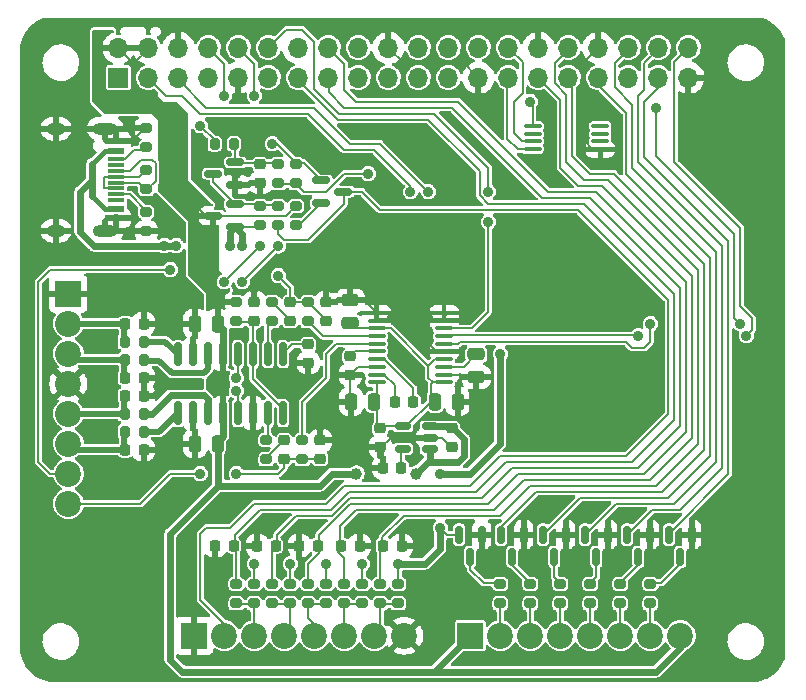
<source format=gbl>
G04 #@! TF.GenerationSoftware,KiCad,Pcbnew,(6.0.6)*
G04 #@! TF.CreationDate,2022-10-22T01:16:13+02:00*
G04 #@! TF.ProjectId,Phoniebox,50686f6e-6965-4626-9f78-2e6b69636164,rev?*
G04 #@! TF.SameCoordinates,Original*
G04 #@! TF.FileFunction,Copper,L2,Bot*
G04 #@! TF.FilePolarity,Positive*
%FSLAX46Y46*%
G04 Gerber Fmt 4.6, Leading zero omitted, Abs format (unit mm)*
G04 Created by KiCad (PCBNEW (6.0.6)) date 2022-10-22 01:16:13*
%MOMM*%
%LPD*%
G01*
G04 APERTURE LIST*
G04 Aperture macros list*
%AMRoundRect*
0 Rectangle with rounded corners*
0 $1 Rounding radius*
0 $2 $3 $4 $5 $6 $7 $8 $9 X,Y pos of 4 corners*
0 Add a 4 corners polygon primitive as box body*
4,1,4,$2,$3,$4,$5,$6,$7,$8,$9,$2,$3,0*
0 Add four circle primitives for the rounded corners*
1,1,$1+$1,$2,$3*
1,1,$1+$1,$4,$5*
1,1,$1+$1,$6,$7*
1,1,$1+$1,$8,$9*
0 Add four rect primitives between the rounded corners*
20,1,$1+$1,$2,$3,$4,$5,0*
20,1,$1+$1,$4,$5,$6,$7,0*
20,1,$1+$1,$6,$7,$8,$9,0*
20,1,$1+$1,$8,$9,$2,$3,0*%
G04 Aperture macros list end*
G04 #@! TA.AperFunction,ComponentPad*
%ADD10R,2.200000X2.200000*%
G04 #@! TD*
G04 #@! TA.AperFunction,ComponentPad*
%ADD11C,2.200000*%
G04 #@! TD*
G04 #@! TA.AperFunction,ComponentPad*
%ADD12R,1.700000X1.700000*%
G04 #@! TD*
G04 #@! TA.AperFunction,ComponentPad*
%ADD13O,1.700000X1.700000*%
G04 #@! TD*
G04 #@! TA.AperFunction,SMDPad,CuDef*
%ADD14RoundRect,0.225000X-0.250000X0.225000X-0.250000X-0.225000X0.250000X-0.225000X0.250000X0.225000X0*%
G04 #@! TD*
G04 #@! TA.AperFunction,SMDPad,CuDef*
%ADD15RoundRect,0.200000X-0.275000X0.200000X-0.275000X-0.200000X0.275000X-0.200000X0.275000X0.200000X0*%
G04 #@! TD*
G04 #@! TA.AperFunction,SMDPad,CuDef*
%ADD16RoundRect,0.150000X-0.150000X0.587500X-0.150000X-0.587500X0.150000X-0.587500X0.150000X0.587500X0*%
G04 #@! TD*
G04 #@! TA.AperFunction,SMDPad,CuDef*
%ADD17RoundRect,0.100000X0.637500X0.100000X-0.637500X0.100000X-0.637500X-0.100000X0.637500X-0.100000X0*%
G04 #@! TD*
G04 #@! TA.AperFunction,SMDPad,CuDef*
%ADD18RoundRect,0.225000X-0.225000X-0.250000X0.225000X-0.250000X0.225000X0.250000X-0.225000X0.250000X0*%
G04 #@! TD*
G04 #@! TA.AperFunction,SMDPad,CuDef*
%ADD19RoundRect,0.200000X0.200000X0.275000X-0.200000X0.275000X-0.200000X-0.275000X0.200000X-0.275000X0*%
G04 #@! TD*
G04 #@! TA.AperFunction,SMDPad,CuDef*
%ADD20RoundRect,0.200000X0.275000X-0.200000X0.275000X0.200000X-0.275000X0.200000X-0.275000X-0.200000X0*%
G04 #@! TD*
G04 #@! TA.AperFunction,SMDPad,CuDef*
%ADD21RoundRect,0.250000X0.475000X-0.250000X0.475000X0.250000X-0.475000X0.250000X-0.475000X-0.250000X0*%
G04 #@! TD*
G04 #@! TA.AperFunction,SMDPad,CuDef*
%ADD22RoundRect,0.100000X-0.637500X-0.100000X0.637500X-0.100000X0.637500X0.100000X-0.637500X0.100000X0*%
G04 #@! TD*
G04 #@! TA.AperFunction,SMDPad,CuDef*
%ADD23RoundRect,0.225000X0.250000X-0.225000X0.250000X0.225000X-0.250000X0.225000X-0.250000X-0.225000X0*%
G04 #@! TD*
G04 #@! TA.AperFunction,SMDPad,CuDef*
%ADD24RoundRect,0.250000X-0.250000X-0.475000X0.250000X-0.475000X0.250000X0.475000X-0.250000X0.475000X0*%
G04 #@! TD*
G04 #@! TA.AperFunction,SMDPad,CuDef*
%ADD25RoundRect,0.150000X-0.150000X0.850000X-0.150000X-0.850000X0.150000X-0.850000X0.150000X0.850000X0*%
G04 #@! TD*
G04 #@! TA.AperFunction,SMDPad,CuDef*
%ADD26RoundRect,0.250000X0.250000X0.475000X-0.250000X0.475000X-0.250000X-0.475000X0.250000X-0.475000X0*%
G04 #@! TD*
G04 #@! TA.AperFunction,SMDPad,CuDef*
%ADD27RoundRect,0.225000X0.225000X0.250000X-0.225000X0.250000X-0.225000X-0.250000X0.225000X-0.250000X0*%
G04 #@! TD*
G04 #@! TA.AperFunction,SMDPad,CuDef*
%ADD28RoundRect,0.150000X0.512500X0.150000X-0.512500X0.150000X-0.512500X-0.150000X0.512500X-0.150000X0*%
G04 #@! TD*
G04 #@! TA.AperFunction,SMDPad,CuDef*
%ADD29RoundRect,0.150000X0.587500X0.150000X-0.587500X0.150000X-0.587500X-0.150000X0.587500X-0.150000X0*%
G04 #@! TD*
G04 #@! TA.AperFunction,SMDPad,CuDef*
%ADD30R,1.450000X0.600000*%
G04 #@! TD*
G04 #@! TA.AperFunction,SMDPad,CuDef*
%ADD31R,1.450000X0.300000*%
G04 #@! TD*
G04 #@! TA.AperFunction,ComponentPad*
%ADD32O,2.100000X1.000000*%
G04 #@! TD*
G04 #@! TA.AperFunction,ComponentPad*
%ADD33O,1.600000X1.000000*%
G04 #@! TD*
G04 #@! TA.AperFunction,SMDPad,CuDef*
%ADD34RoundRect,0.150000X-0.587500X-0.150000X0.587500X-0.150000X0.587500X0.150000X-0.587500X0.150000X0*%
G04 #@! TD*
G04 #@! TA.AperFunction,SMDPad,CuDef*
%ADD35RoundRect,0.250000X-0.475000X0.250000X-0.475000X-0.250000X0.475000X-0.250000X0.475000X0.250000X0*%
G04 #@! TD*
G04 #@! TA.AperFunction,SMDPad,CuDef*
%ADD36RoundRect,0.200000X-0.200000X-0.275000X0.200000X-0.275000X0.200000X0.275000X-0.200000X0.275000X0*%
G04 #@! TD*
G04 #@! TA.AperFunction,ViaPad*
%ADD37C,0.900000*%
G04 #@! TD*
G04 #@! TA.AperFunction,ViaPad*
%ADD38C,1.000000*%
G04 #@! TD*
G04 #@! TA.AperFunction,Conductor*
%ADD39C,0.200000*%
G04 #@! TD*
G04 #@! TA.AperFunction,Conductor*
%ADD40C,0.500000*%
G04 #@! TD*
G04 #@! TA.AperFunction,Conductor*
%ADD41C,0.600000*%
G04 #@! TD*
G04 #@! TA.AperFunction,Conductor*
%ADD42C,0.400000*%
G04 #@! TD*
G04 APERTURE END LIST*
D10*
X104140000Y-67056000D03*
D11*
X104140000Y-69596000D03*
X104140000Y-72136000D03*
X104140000Y-74676000D03*
X104140000Y-77216000D03*
X104140000Y-79756000D03*
X104140000Y-82296000D03*
X104140000Y-84836000D03*
D10*
X114808000Y-96012000D03*
D11*
X117348000Y-96012000D03*
X119888000Y-96012000D03*
X122428000Y-96012000D03*
X124968000Y-96012000D03*
X127508000Y-96012000D03*
X130048000Y-96012000D03*
X132588000Y-96012000D03*
D10*
X138176000Y-96012000D03*
D11*
X140716000Y-96012000D03*
X143256000Y-96012000D03*
X145796000Y-96012000D03*
X148336000Y-96012000D03*
X150876000Y-96012000D03*
X153416000Y-96012000D03*
X155956000Y-96012000D03*
D12*
X108370000Y-48770000D03*
D13*
X108370000Y-46230000D03*
X110910000Y-48770000D03*
X110910000Y-46230000D03*
X113450000Y-48770000D03*
X113450000Y-46230000D03*
X115990000Y-48770000D03*
X115990000Y-46230000D03*
X118530000Y-48770000D03*
X118530000Y-46230000D03*
X121070000Y-48770000D03*
X121070000Y-46230000D03*
X123610000Y-48770000D03*
X123610000Y-46230000D03*
X126150000Y-48770000D03*
X126150000Y-46230000D03*
X128690000Y-48770000D03*
X128690000Y-46230000D03*
X131230000Y-48770000D03*
X131230000Y-46230000D03*
X133770000Y-48770000D03*
X133770000Y-46230000D03*
X136310000Y-48770000D03*
X136310000Y-46230000D03*
X138850000Y-48770000D03*
X138850000Y-46230000D03*
X141390000Y-48770000D03*
X141390000Y-46230000D03*
X143930000Y-48770000D03*
X143930000Y-46230000D03*
X146470000Y-48770000D03*
X146470000Y-46230000D03*
X149010000Y-48770000D03*
X149010000Y-46230000D03*
X151550000Y-48770000D03*
X151550000Y-46230000D03*
X154090000Y-48770000D03*
X154090000Y-46230000D03*
X156630000Y-48770000D03*
X156630000Y-46230000D03*
D14*
X124460000Y-71361000D03*
X124460000Y-72911000D03*
D15*
X121920000Y-56071000D03*
X121920000Y-57721000D03*
D14*
X125984000Y-67805000D03*
X125984000Y-69355000D03*
D15*
X130556000Y-91631000D03*
X130556000Y-93281000D03*
D16*
X140782000Y-87454500D03*
X142682000Y-87454500D03*
X141732000Y-89329500D03*
D17*
X149166500Y-52873000D03*
X149166500Y-53523000D03*
X149166500Y-54173000D03*
X149166500Y-54823000D03*
X143441500Y-54823000D03*
X143441500Y-54173000D03*
X143441500Y-53523000D03*
X143441500Y-52873000D03*
D18*
X108953000Y-75692000D03*
X110503000Y-75692000D03*
D14*
X119888000Y-67805000D03*
X119888000Y-69355000D03*
D19*
X110553000Y-78740000D03*
X108903000Y-78740000D03*
D15*
X110744000Y-60135000D03*
X110744000Y-61785000D03*
D20*
X110744000Y-54673000D03*
X110744000Y-53023000D03*
D21*
X128016000Y-69530000D03*
X128016000Y-67630000D03*
D16*
X155006000Y-87454500D03*
X156906000Y-87454500D03*
X155956000Y-89329500D03*
D15*
X153416000Y-91631000D03*
X153416000Y-93281000D03*
D20*
X129032000Y-93281000D03*
X129032000Y-91631000D03*
D19*
X110553000Y-72644000D03*
X108903000Y-72644000D03*
D15*
X145796000Y-91631000D03*
X145796000Y-93281000D03*
D20*
X132080000Y-93281000D03*
X132080000Y-91631000D03*
D22*
X130229407Y-74553000D03*
X130229407Y-73903000D03*
X130229407Y-73253000D03*
X130229407Y-72603000D03*
X130229407Y-71953000D03*
X130229407Y-71303000D03*
X130229407Y-70653000D03*
X130229407Y-70003000D03*
X130229407Y-69353000D03*
X130229407Y-68703000D03*
X135954407Y-68703000D03*
X135954407Y-69353000D03*
X135954407Y-70003000D03*
X135954407Y-70653000D03*
X135954407Y-71303000D03*
X135954407Y-71953000D03*
X135954407Y-72603000D03*
X135954407Y-73253000D03*
X135954407Y-73903000D03*
X135954407Y-74553000D03*
D23*
X136647907Y-80023000D03*
X136647907Y-78473000D03*
D16*
X147894000Y-87454500D03*
X149794000Y-87454500D03*
X148844000Y-89329500D03*
X144338000Y-87454500D03*
X146238000Y-87454500D03*
X145288000Y-89329500D03*
D24*
X135189907Y-76200000D03*
X137089907Y-76200000D03*
D25*
X113411000Y-72176000D03*
X114681000Y-72176000D03*
X115951000Y-72176000D03*
X117221000Y-72176000D03*
X118491000Y-72176000D03*
X119761000Y-72176000D03*
X121031000Y-72176000D03*
X122301000Y-72176000D03*
X122301000Y-77176000D03*
X121031000Y-77176000D03*
X119761000Y-77176000D03*
X118491000Y-77176000D03*
X117221000Y-77176000D03*
X115951000Y-77176000D03*
X114681000Y-77176000D03*
X113411000Y-77176000D03*
D26*
X129977907Y-76200000D03*
X128077907Y-76200000D03*
D20*
X119888000Y-93281000D03*
X119888000Y-91631000D03*
D27*
X125235000Y-88392000D03*
X123685000Y-88392000D03*
D28*
X134737407Y-78298000D03*
X134737407Y-79248000D03*
X134737407Y-80198000D03*
X132462407Y-80198000D03*
X132462407Y-78298000D03*
D27*
X121679000Y-88392000D03*
X120129000Y-88392000D03*
D23*
X130551907Y-80023000D03*
X130551907Y-78473000D03*
D19*
X110553000Y-71120000D03*
X108903000Y-71120000D03*
D14*
X128011907Y-72377000D03*
X128011907Y-73927000D03*
D15*
X124460000Y-91631000D03*
X124460000Y-93281000D03*
D20*
X121920000Y-61277000D03*
X121920000Y-59627000D03*
D29*
X118285500Y-55946000D03*
X118285500Y-57846000D03*
X116410500Y-56896000D03*
D18*
X130792907Y-81788000D03*
X132342907Y-81788000D03*
D15*
X140716000Y-91631000D03*
X140716000Y-93281000D03*
D26*
X116774000Y-69596000D03*
X114874000Y-69596000D03*
D20*
X124460000Y-69405000D03*
X124460000Y-67755000D03*
D14*
X122936000Y-67805000D03*
X122936000Y-69355000D03*
D20*
X123444000Y-61277000D03*
X123444000Y-59627000D03*
D14*
X120396000Y-56121000D03*
X120396000Y-57671000D03*
D18*
X127241000Y-88392000D03*
X128791000Y-88392000D03*
D15*
X123444000Y-56071000D03*
X123444000Y-57721000D03*
X121412000Y-91631000D03*
X121412000Y-93281000D03*
D30*
X108185000Y-60654000D03*
X108185000Y-59854000D03*
D31*
X108185000Y-58654000D03*
X108185000Y-57654000D03*
X108185000Y-57154000D03*
X108185000Y-56154000D03*
D30*
X108185000Y-54954000D03*
X108185000Y-54154000D03*
X108185000Y-54154000D03*
X108185000Y-54954000D03*
D31*
X108185000Y-55654000D03*
X108185000Y-56654000D03*
X108185000Y-58154000D03*
X108185000Y-59154000D03*
D30*
X108185000Y-59854000D03*
X108185000Y-60654000D03*
D32*
X107270000Y-61724000D03*
D33*
X103090000Y-61724000D03*
D32*
X107270000Y-53084000D03*
D33*
X103090000Y-53084000D03*
D15*
X143256000Y-91631000D03*
X143256000Y-93281000D03*
D20*
X125984000Y-93281000D03*
X125984000Y-91631000D03*
D18*
X108953000Y-74168000D03*
X110503000Y-74168000D03*
D15*
X121412000Y-67755000D03*
X121412000Y-69405000D03*
D18*
X108953000Y-69596000D03*
X110503000Y-69596000D03*
D16*
X137226000Y-87454500D03*
X139126000Y-87454500D03*
X138176000Y-89329500D03*
D15*
X150876000Y-91631000D03*
X150876000Y-93281000D03*
X118364000Y-91631000D03*
X118364000Y-93281000D03*
X148336000Y-91631000D03*
X148336000Y-93281000D03*
D27*
X118123000Y-88392000D03*
X116573000Y-88392000D03*
D18*
X130797000Y-88392000D03*
X132347000Y-88392000D03*
D16*
X151450000Y-87454500D03*
X153350000Y-87454500D03*
X152400000Y-89329500D03*
D23*
X122428000Y-81039000D03*
X122428000Y-79489000D03*
D34*
X125554500Y-59370000D03*
X125554500Y-57470000D03*
X127429500Y-58420000D03*
D20*
X122936000Y-93281000D03*
X122936000Y-91631000D03*
D18*
X131808907Y-76200000D03*
X133358907Y-76200000D03*
D15*
X120396000Y-59627000D03*
X120396000Y-61277000D03*
D26*
X116774000Y-79756000D03*
X114874000Y-79756000D03*
D18*
X108953000Y-80264000D03*
X110503000Y-80264000D03*
D15*
X127508000Y-91631000D03*
X127508000Y-93281000D03*
D29*
X118285500Y-59502000D03*
X118285500Y-61402000D03*
X116410500Y-60452000D03*
D20*
X118364000Y-69405000D03*
X118364000Y-67755000D03*
D35*
X138679907Y-72202000D03*
X138679907Y-74102000D03*
D36*
X116523000Y-54356000D03*
X118173000Y-54356000D03*
D15*
X123952000Y-79439000D03*
X123952000Y-81089000D03*
D23*
X125476000Y-81039000D03*
X125476000Y-79489000D03*
D20*
X110744000Y-58229000D03*
X110744000Y-56579000D03*
D19*
X110553000Y-77216000D03*
X108903000Y-77216000D03*
D20*
X120904000Y-81089000D03*
X120904000Y-79439000D03*
D37*
X145288000Y-69596000D03*
X113284000Y-79756000D03*
X119380000Y-79248000D03*
X125984000Y-55372000D03*
X147320000Y-72644000D03*
X153416000Y-89408000D03*
X129032000Y-86868000D03*
X156972000Y-89408000D03*
X163068000Y-74676000D03*
X112139957Y-74676000D03*
X142748000Y-89408000D03*
X139700000Y-98044000D03*
X125984000Y-76200000D03*
X138684000Y-75692000D03*
X144272000Y-75692000D03*
X106680000Y-83312000D03*
X131567907Y-69088000D03*
X118364000Y-56896000D03*
X137160000Y-57912000D03*
X119888000Y-66548000D03*
X132583907Y-72644000D03*
X139192000Y-89408000D03*
X163068000Y-59944000D03*
X162052000Y-52451000D03*
X106680000Y-78740000D03*
X107188000Y-67056000D03*
X134620000Y-54356000D03*
X134615907Y-69088000D03*
X125476000Y-78232000D03*
X144780000Y-50800000D03*
X152400000Y-98044000D03*
X112268000Y-61468000D03*
X123444000Y-53340000D03*
X132588000Y-86868000D03*
X124460000Y-74168000D03*
X123952000Y-86868000D03*
X149860000Y-64008000D03*
X104521000Y-90551000D03*
X112776000Y-69596000D03*
X146304000Y-89408000D03*
X106680000Y-71120000D03*
X142240000Y-58686500D03*
X101346000Y-84836000D03*
X133096000Y-65024000D03*
X140716000Y-64008000D03*
X120396000Y-86868000D03*
X116332000Y-89916000D03*
X126492000Y-66548000D03*
X149860000Y-89408000D03*
X130556000Y-53340000D03*
X157480000Y-51308000D03*
X160528000Y-90424000D03*
X110236000Y-68072000D03*
X129032000Y-80772000D03*
X149352000Y-51308000D03*
X109728000Y-82296000D03*
D38*
X128524000Y-82296000D03*
X133604000Y-82296000D03*
D37*
X122936000Y-89916000D03*
X132080000Y-89916000D03*
X143256000Y-50800000D03*
X135636000Y-86868000D03*
X135636000Y-82296000D03*
X129032000Y-89916000D03*
X129540000Y-56896000D03*
X140716000Y-72136000D03*
X119888000Y-89916000D03*
X125984000Y-89916000D03*
X118364000Y-82296000D03*
X115316000Y-82296000D03*
X112776000Y-65024000D03*
X121920000Y-65532000D03*
X139700000Y-58420000D03*
X139700000Y-60960000D03*
X153416000Y-69596000D03*
X161036000Y-69596000D03*
X153924000Y-51308000D03*
X161544000Y-70612000D03*
X152400000Y-70612000D03*
X133096000Y-58420000D03*
X134620000Y-58420000D03*
X117348000Y-50292000D03*
X120396000Y-62992000D03*
X118364000Y-75267503D03*
X117348000Y-66040000D03*
X118364000Y-74168000D03*
X118872000Y-66040000D03*
X121898023Y-63013977D03*
X119888000Y-50292000D03*
X115316000Y-52832000D03*
X121412000Y-54356000D03*
X112268000Y-62992000D03*
X117856000Y-62992000D03*
X118872000Y-62992000D03*
X113284000Y-62992000D03*
D39*
X114681000Y-77176000D02*
X114681000Y-79388000D01*
X147860000Y-47380000D02*
X147860000Y-54169685D01*
X134737407Y-79248000D02*
X135785407Y-79248000D01*
X131414407Y-79248000D02*
X130551907Y-80110500D01*
X112139957Y-74676000D02*
X111631957Y-74168000D01*
X132434500Y-88392000D02*
X132434500Y-87021500D01*
X116485500Y-89762500D02*
X116332000Y-89916000D01*
X135301222Y-71953000D02*
X135954407Y-71953000D01*
X135954407Y-73903000D02*
X138480907Y-73903000D01*
X112776000Y-80264000D02*
X113284000Y-79756000D01*
X130229407Y-73253000D02*
X128685907Y-73253000D01*
X128011907Y-73927000D02*
X128011907Y-76134000D01*
X142748000Y-87520500D02*
X142682000Y-87454500D01*
X131302907Y-69353000D02*
X130229407Y-69353000D01*
X148513315Y-54823000D02*
X149166500Y-54823000D01*
X131567907Y-69088000D02*
X131302907Y-69353000D01*
X131567907Y-69088000D02*
X131182907Y-68703000D01*
X149860000Y-87520500D02*
X149794000Y-87454500D01*
X110503000Y-69596000D02*
X112776000Y-69596000D01*
X128878500Y-88392000D02*
X128878500Y-87021500D01*
X114681000Y-69964000D02*
X115049000Y-69596000D01*
X134615907Y-69088000D02*
X134615907Y-71267685D01*
X131182907Y-68703000D02*
X130229407Y-68703000D01*
X110503000Y-80264000D02*
X112776000Y-80264000D01*
X120041500Y-87222500D02*
X120396000Y-86868000D01*
X109525500Y-54154000D02*
X110744000Y-52935500D01*
X116485500Y-88392000D02*
X116485500Y-89762500D01*
X118285500Y-57846000D02*
X118285500Y-56974500D01*
X156972000Y-89408000D02*
X156972000Y-87520500D01*
X149860000Y-89408000D02*
X149860000Y-87520500D01*
X129331407Y-67805000D02*
X130229407Y-68703000D01*
X128011907Y-67805000D02*
X129331407Y-67805000D01*
X108185000Y-54154000D02*
X109525500Y-54154000D01*
X127508000Y-67805000D02*
X125984000Y-67805000D01*
X112139957Y-74676000D02*
X111123957Y-75692000D01*
X114681000Y-79388000D02*
X115049000Y-79756000D01*
X111123957Y-75692000D02*
X110503000Y-75692000D01*
X139192000Y-87520500D02*
X139126000Y-87454500D01*
X128878500Y-87021500D02*
X129032000Y-86868000D01*
X111631957Y-74168000D02*
X110503000Y-74168000D01*
X138926000Y-48846000D02*
X137545656Y-47465656D01*
X153416000Y-89408000D02*
X153416000Y-87520500D01*
X114681000Y-69736000D02*
X114541000Y-69596000D01*
X132465656Y-47465656D02*
X131306000Y-46306000D01*
X130705407Y-80264000D02*
X130551907Y-80110500D01*
X130792907Y-81788000D02*
X130792907Y-80264000D01*
X134880907Y-69353000D02*
X135954407Y-69353000D01*
X118285500Y-56974500D02*
X118364000Y-56896000D01*
X130792907Y-80264000D02*
X130551907Y-80023000D01*
X118373000Y-57758500D02*
X118285500Y-57846000D01*
X149010000Y-46230000D02*
X147860000Y-47380000D01*
X123597500Y-87222500D02*
X123952000Y-86868000D01*
X114681000Y-72176000D02*
X114681000Y-69964000D01*
X134615907Y-71267685D02*
X135301222Y-71953000D01*
X119761000Y-77239500D02*
X119761000Y-77914500D01*
X138480907Y-73903000D02*
X138679907Y-74102000D01*
X153416000Y-87520500D02*
X153350000Y-87454500D01*
X156972000Y-87520500D02*
X156906000Y-87454500D01*
X135785407Y-79248000D02*
X136647907Y-80110500D01*
X139192000Y-89408000D02*
X139192000Y-87520500D01*
X119888000Y-66548000D02*
X119888000Y-67717500D01*
X142748000Y-89408000D02*
X142748000Y-87520500D01*
X128685907Y-73253000D02*
X128011907Y-73927000D01*
X135000907Y-68703000D02*
X135954407Y-68703000D01*
X120041500Y-88392000D02*
X120041500Y-87222500D01*
X120396000Y-57758500D02*
X118373000Y-57758500D01*
X123597500Y-88392000D02*
X123597500Y-87222500D01*
X137545656Y-47465656D02*
X132465656Y-47465656D01*
X115049000Y-79756000D02*
X113284000Y-79756000D01*
X114541000Y-69596000D02*
X112776000Y-69596000D01*
X128011907Y-76134000D02*
X128077907Y-76200000D01*
X134615907Y-69088000D02*
X135000907Y-68703000D01*
X134615907Y-69088000D02*
X134880907Y-69353000D01*
X132434500Y-87021500D02*
X132588000Y-86868000D01*
X147860000Y-54169685D02*
X148513315Y-54823000D01*
X134737407Y-79248000D02*
X131414407Y-79248000D01*
D40*
X108865500Y-69596000D02*
X108865500Y-71070000D01*
X104140000Y-69596000D02*
X108865500Y-69596000D01*
X108865500Y-74168000D02*
X108865500Y-72694000D01*
X108815500Y-72644000D02*
X104648000Y-72644000D01*
X104648000Y-72644000D02*
X104140000Y-72136000D01*
X108865500Y-77166000D02*
X108815500Y-77216000D01*
X108815500Y-77216000D02*
X104140000Y-77216000D01*
X108865500Y-75692000D02*
X108865500Y-77166000D01*
X104140000Y-79756000D02*
X104648000Y-80264000D01*
X108865500Y-80264000D02*
X108865500Y-78790000D01*
X104648000Y-80264000D02*
X108865500Y-80264000D01*
D39*
X141300000Y-53924000D02*
X141300000Y-49012000D01*
X141300000Y-49012000D02*
X141466000Y-48846000D01*
X142199000Y-54823000D02*
X141300000Y-53924000D01*
X143441500Y-54823000D02*
X142199000Y-54823000D01*
X142616000Y-50068000D02*
X141866000Y-50818000D01*
X141866000Y-53474000D02*
X142565000Y-54173000D01*
X141866000Y-50818000D02*
X141866000Y-53474000D01*
X142565000Y-54173000D02*
X143441500Y-54173000D01*
X142616000Y-47456000D02*
X142616000Y-50068000D01*
X141466000Y-46306000D02*
X142616000Y-47456000D01*
X130556000Y-88545500D02*
X130709500Y-88392000D01*
X149860000Y-57404000D02*
X147828000Y-57404000D01*
X146304000Y-50230346D02*
X145320000Y-49246346D01*
X130556000Y-91543500D02*
X130556000Y-88545500D01*
X140716000Y-85852000D02*
X143256000Y-83312000D01*
X146304000Y-55880000D02*
X146304000Y-50230346D01*
X145320000Y-47532000D02*
X146546000Y-46306000D01*
X143256000Y-83312000D02*
X153924000Y-83312000D01*
X153924000Y-83312000D02*
X157480000Y-79756000D01*
X130709500Y-88392000D02*
X130709500Y-87685839D01*
X130709500Y-87685839D02*
X132543339Y-85852000D01*
X147828000Y-57404000D02*
X146304000Y-55880000D01*
X145320000Y-49246346D02*
X145320000Y-47532000D01*
X157480000Y-65024000D02*
X149860000Y-57404000D01*
X157480000Y-79756000D02*
X157480000Y-65024000D01*
X132543339Y-85852000D02*
X140716000Y-85852000D01*
X158496000Y-64008000D02*
X151384000Y-56896000D01*
X158496000Y-80772000D02*
X158496000Y-64008000D01*
X144338000Y-87454500D02*
X147464500Y-84328000D01*
X149086000Y-49436000D02*
X149086000Y-48846000D01*
X151384000Y-56896000D02*
X151384000Y-51734000D01*
X154940000Y-84328000D02*
X158496000Y-80772000D01*
X147464500Y-84328000D02*
X154940000Y-84328000D01*
X151384000Y-51734000D02*
X149086000Y-49436000D01*
X150400000Y-47532000D02*
X150400000Y-49594314D01*
X150512500Y-84836000D02*
X147894000Y-87454500D01*
X159004000Y-63500000D02*
X159004000Y-81280000D01*
X155448000Y-84836000D02*
X150512500Y-84836000D01*
X151626000Y-46306000D02*
X150400000Y-47532000D01*
X151892000Y-56388000D02*
X159004000Y-63500000D01*
X151892000Y-51086314D02*
X151892000Y-56388000D01*
X150400000Y-49594314D02*
X151892000Y-51086314D01*
X159004000Y-81280000D02*
X155448000Y-84836000D01*
X148336000Y-58928000D02*
X144272000Y-58928000D01*
X121766500Y-88392000D02*
X121766500Y-87529500D01*
X155956000Y-66548000D02*
X148336000Y-58928000D01*
X144272000Y-58928000D02*
X136652000Y-51308000D01*
X121412000Y-91543500D02*
X121412000Y-88746500D01*
X141732000Y-81788000D02*
X152400000Y-81788000D01*
X121412000Y-88746500D02*
X121766500Y-88392000D01*
X121766500Y-87529500D02*
X123444000Y-85852000D01*
X123444000Y-85852000D02*
X126434315Y-85852000D01*
X126434315Y-85852000D02*
X127958315Y-84328000D01*
X136652000Y-51308000D02*
X127508000Y-51308000D01*
X139192000Y-84328000D02*
X141732000Y-81788000D01*
X127958315Y-84328000D02*
X139192000Y-84328000D01*
X152400000Y-81788000D02*
X155956000Y-78232000D01*
X127508000Y-51308000D02*
X126226000Y-50026000D01*
X155956000Y-78232000D02*
X155956000Y-66548000D01*
X126226000Y-50026000D02*
X126226000Y-48846000D01*
D41*
X133604000Y-82296000D02*
X134737407Y-81162593D01*
X117221000Y-77176000D02*
X117221000Y-79134000D01*
D39*
X113284000Y-52324000D02*
X113284000Y-57912000D01*
D41*
X116774000Y-69596000D02*
X116599000Y-69596000D01*
D39*
X116840000Y-67564000D02*
X118173000Y-67564000D01*
X109728000Y-47588000D02*
X109728000Y-50292000D01*
D41*
X116840000Y-83312000D02*
X112776000Y-87376000D01*
X116840000Y-83312000D02*
X116840000Y-79997000D01*
X117221000Y-79134000D02*
X116599000Y-79756000D01*
X125476000Y-83312000D02*
X116840000Y-83312000D01*
D39*
X117221000Y-77176000D02*
X117221000Y-72176000D01*
X113284000Y-57912000D02*
X115824000Y-60452000D01*
D41*
X155956000Y-97028000D02*
X155956000Y-96012000D01*
D39*
X112268000Y-51308000D02*
X113284000Y-52324000D01*
X116410500Y-60452000D02*
X116410500Y-67134500D01*
X115824000Y-60452000D02*
X116410500Y-60452000D01*
X116410500Y-67134500D02*
X116840000Y-67564000D01*
D41*
X135128000Y-99060000D02*
X138176000Y-96012000D01*
X112776000Y-98044000D02*
X113792000Y-99060000D01*
X137663907Y-79401500D02*
X136560407Y-78298000D01*
X137155907Y-81280000D02*
X137663907Y-80772000D01*
D39*
X109728000Y-47564000D02*
X110986000Y-46306000D01*
X109728000Y-47588000D02*
X109728000Y-47564000D01*
D41*
X112776000Y-87376000D02*
X112776000Y-98044000D01*
X135128000Y-99060000D02*
X153924000Y-99060000D01*
D39*
X116840000Y-69355000D02*
X116599000Y-69596000D01*
X116840000Y-67564000D02*
X116840000Y-69355000D01*
X122531500Y-60452000D02*
X123444000Y-59539500D01*
X118173000Y-67564000D02*
X118364000Y-67755000D01*
D41*
X126492000Y-82296000D02*
X125476000Y-83312000D01*
X117221000Y-72176000D02*
X117221000Y-70043000D01*
X136560407Y-78298000D02*
X134737407Y-78298000D01*
X116840000Y-79997000D02*
X116599000Y-79756000D01*
X113792000Y-99060000D02*
X135128000Y-99060000D01*
X134737407Y-81162593D02*
X134737407Y-80198000D01*
X137663907Y-80772000D02*
X137663907Y-79401500D01*
D39*
X109728000Y-47588000D02*
X108446000Y-46306000D01*
D41*
X117221000Y-70043000D02*
X116774000Y-69596000D01*
D39*
X109728000Y-50292000D02*
X110744000Y-51308000D01*
D41*
X134854814Y-81280000D02*
X134737407Y-81162593D01*
D39*
X116291000Y-60452000D02*
X122531500Y-60452000D01*
D41*
X153924000Y-99060000D02*
X155956000Y-97028000D01*
X137155907Y-81280000D02*
X134854814Y-81280000D01*
X128524000Y-82296000D02*
X126492000Y-82296000D01*
D39*
X110744000Y-51308000D02*
X112268000Y-51308000D01*
X122936000Y-91543500D02*
X122936000Y-89916000D01*
X143441500Y-52873000D02*
X143441500Y-50985500D01*
D41*
X134366000Y-89916000D02*
X132080000Y-89916000D01*
X140716000Y-72136000D02*
X140716000Y-79756000D01*
D39*
X132080000Y-91543500D02*
X132080000Y-89916000D01*
X136222500Y-87454500D02*
X135636000Y-86868000D01*
D41*
X140716000Y-79756000D02*
X138176000Y-82296000D01*
D39*
X128524000Y-56896000D02*
X127508000Y-56896000D01*
X124055500Y-58420000D02*
X123444000Y-57808500D01*
X129032000Y-91543500D02*
X129032000Y-89916000D01*
X143441500Y-50985500D02*
X143256000Y-50800000D01*
X128524000Y-56896000D02*
X129540000Y-56896000D01*
X125984000Y-58420000D02*
X124055500Y-58420000D01*
X123444000Y-57808500D02*
X121920000Y-57808500D01*
D41*
X138176000Y-82296000D02*
X135636000Y-82296000D01*
D39*
X125984000Y-91543500D02*
X125984000Y-89916000D01*
X127508000Y-56896000D02*
X125984000Y-58420000D01*
X119888000Y-91543500D02*
X119888000Y-89916000D01*
X137226000Y-87454500D02*
X136222500Y-87454500D01*
D41*
X135636000Y-88646000D02*
X134366000Y-89916000D01*
X135636000Y-86868000D02*
X135636000Y-88646000D01*
D39*
X112776000Y-82296000D02*
X110236000Y-84836000D01*
X125426000Y-81089000D02*
X125476000Y-81039000D01*
X123952000Y-81089000D02*
X125426000Y-81089000D01*
X122428000Y-81039000D02*
X123902000Y-81039000D01*
X118364000Y-82296000D02*
X121920000Y-82296000D01*
X110236000Y-84836000D02*
X104140000Y-84836000D01*
X123902000Y-81039000D02*
X123952000Y-81089000D01*
X122428000Y-81788000D02*
X122428000Y-81039000D01*
X121920000Y-82296000D02*
X122428000Y-81788000D01*
X115316000Y-82296000D02*
X112776000Y-82296000D01*
X120904000Y-81013000D02*
X122428000Y-79489000D01*
X120904000Y-81089000D02*
X120904000Y-81013000D01*
X124410000Y-67805000D02*
X124460000Y-67755000D01*
X121920000Y-65532000D02*
X122936000Y-66548000D01*
X122936000Y-66548000D02*
X122936000Y-67805000D01*
X102616000Y-65024000D02*
X101600000Y-66040000D01*
X125984000Y-69279000D02*
X124460000Y-67755000D01*
X101600000Y-66040000D02*
X101600000Y-81280000D01*
X122936000Y-67805000D02*
X124410000Y-67805000D01*
X112776000Y-65024000D02*
X102616000Y-65024000D01*
X101600000Y-81280000D02*
X102616000Y-82296000D01*
X102616000Y-82296000D02*
X104140000Y-82296000D01*
X125984000Y-69355000D02*
X125984000Y-69279000D01*
X122936000Y-69355000D02*
X122936000Y-69279000D01*
X122936000Y-69279000D02*
X121412000Y-67755000D01*
X119761000Y-72176000D02*
X119761000Y-74269604D01*
X119761000Y-74269604D02*
X122301000Y-76809604D01*
X119761000Y-69569500D02*
X119888000Y-69442500D01*
X118364000Y-69492500D02*
X119838000Y-69492500D01*
X122301000Y-76809604D02*
X122301000Y-77176000D01*
X119761000Y-72176000D02*
X119761000Y-69569500D01*
X119838000Y-69492500D02*
X119888000Y-69442500D01*
X123116000Y-71361000D02*
X122301000Y-72176000D01*
X124460000Y-71361000D02*
X123116000Y-71361000D01*
X130229407Y-71953000D02*
X128435907Y-71953000D01*
X128435907Y-71953000D02*
X128011907Y-72377000D01*
X135954407Y-73253000D02*
X137628907Y-73253000D01*
X137628907Y-73253000D02*
X138679907Y-72202000D01*
D40*
X110640500Y-78740000D02*
X111847000Y-78740000D01*
X111847000Y-78740000D02*
X113411000Y-77176000D01*
D41*
X112792000Y-75676000D02*
X111252000Y-77216000D01*
X115951000Y-77239500D02*
X115951000Y-76009500D01*
X111252000Y-77216000D02*
X110640500Y-77216000D01*
X115951000Y-76009500D02*
X115617500Y-75676000D01*
X115617500Y-75676000D02*
X112792000Y-75676000D01*
D39*
X127508000Y-59436000D02*
X127508000Y-58498500D01*
X151384000Y-80772000D02*
X154940000Y-77216000D01*
X140716000Y-80772000D02*
X151384000Y-80772000D01*
X138176000Y-83312000D02*
X140716000Y-80772000D01*
X147320000Y-59944000D02*
X130556000Y-59944000D01*
X130556000Y-59944000D02*
X129032000Y-58420000D01*
X124460000Y-62484000D02*
X127508000Y-59436000D01*
X154940000Y-67564000D02*
X147320000Y-59944000D01*
X117348000Y-94996000D02*
X115316000Y-92964000D01*
X127508000Y-58498500D02*
X127429500Y-58420000D01*
X121920000Y-61976000D02*
X122428000Y-62484000D01*
X122428000Y-62484000D02*
X124460000Y-62484000D01*
X117348000Y-96012000D02*
X117348000Y-94996000D01*
X129032000Y-58420000D02*
X127429500Y-58420000D01*
X125984000Y-84836000D02*
X127508000Y-83312000D01*
X115316000Y-92964000D02*
X115316000Y-87376000D01*
X117856000Y-86868000D02*
X119888000Y-84836000D01*
X127508000Y-83312000D02*
X138176000Y-83312000D01*
X115316000Y-87376000D02*
X115824000Y-86868000D01*
X121920000Y-61364500D02*
X121920000Y-61976000D01*
X154940000Y-77216000D02*
X154940000Y-67564000D01*
X119888000Y-84836000D02*
X125984000Y-84836000D01*
X115824000Y-86868000D02*
X117856000Y-86868000D01*
X119888000Y-93368500D02*
X118364000Y-93368500D01*
X119888000Y-96012000D02*
X119888000Y-93368500D01*
X122936000Y-95504000D02*
X122936000Y-93368500D01*
X122936000Y-93368500D02*
X121412000Y-93368500D01*
X122428000Y-96012000D02*
X122936000Y-95504000D01*
X124968000Y-96012000D02*
X124968000Y-94996000D01*
X124460000Y-93368500D02*
X125984000Y-93368500D01*
X124460000Y-94488000D02*
X124460000Y-93368500D01*
X124968000Y-94996000D02*
X124460000Y-94488000D01*
X127508000Y-93368500D02*
X129032000Y-93368500D01*
X127508000Y-96012000D02*
X127508000Y-93368500D01*
X130048000Y-96012000D02*
X130556000Y-95504000D01*
X130556000Y-95504000D02*
X130556000Y-93368500D01*
X130556000Y-93368500D02*
X132080000Y-93368500D01*
X140716000Y-96012000D02*
X140716000Y-93368500D01*
D40*
X115951000Y-72239500D02*
X115951000Y-73469500D01*
X115951000Y-73469500D02*
X115633500Y-73787000D01*
X112903000Y-73787000D02*
X111852000Y-72736000D01*
X115633500Y-73787000D02*
X112903000Y-73787000D01*
X111852000Y-72736000D02*
X110640500Y-72736000D01*
X112355000Y-71120000D02*
X113411000Y-72176000D01*
X110640500Y-71120000D02*
X112355000Y-71120000D01*
D39*
X135000907Y-74553000D02*
X134615907Y-74168000D01*
X132462407Y-78298000D02*
X132758907Y-78298000D01*
X132758907Y-78298000D02*
X134856907Y-76200000D01*
X135164907Y-72603000D02*
X135954407Y-72603000D01*
X130310907Y-76200000D02*
X130310907Y-78232000D01*
X130310907Y-78232000D02*
X130551907Y-78473000D01*
X134615907Y-73152000D02*
X135164907Y-72603000D01*
X134856907Y-74697000D02*
X135000907Y-74553000D01*
X134615907Y-74168000D02*
X134615907Y-73152000D01*
X130229407Y-76118500D02*
X130310907Y-76200000D01*
X131466907Y-70003000D02*
X130229407Y-70003000D01*
X134615907Y-73152000D02*
X131466907Y-70003000D01*
X128659907Y-70003000D02*
X128011907Y-69355000D01*
X130726907Y-78298000D02*
X130551907Y-78473000D01*
X134856907Y-76200000D02*
X134856907Y-74697000D01*
X130229407Y-74553000D02*
X130229407Y-76118500D01*
X130229407Y-70003000D02*
X128659907Y-70003000D01*
X135954407Y-74553000D02*
X135000907Y-74553000D01*
X132462407Y-78298000D02*
X130726907Y-78298000D01*
X132342907Y-80317500D02*
X132462407Y-80198000D01*
X132342907Y-81788000D02*
X132342907Y-80317500D01*
X130882592Y-73903000D02*
X131808907Y-74829315D01*
X130229407Y-73903000D02*
X130882592Y-73903000D01*
X131808907Y-74829315D02*
X131808907Y-76200000D01*
X133358907Y-75079315D02*
X133358907Y-76200000D01*
X130229407Y-72603000D02*
X130882592Y-72603000D01*
X130882592Y-72603000D02*
X133358907Y-75079315D01*
X121031000Y-77176000D02*
X121031000Y-79312000D01*
X121031000Y-79312000D02*
X120904000Y-79439000D01*
X121031000Y-72176000D02*
X121031000Y-69786000D01*
X121031000Y-69786000D02*
X121412000Y-69405000D01*
X143256000Y-96012000D02*
X143256000Y-93368500D01*
X145796000Y-96012000D02*
X145796000Y-93368500D01*
X148336000Y-96012000D02*
X148336000Y-93368500D01*
X150876000Y-96012000D02*
X150876000Y-93368500D01*
X153416000Y-96012000D02*
X153416000Y-93368500D01*
X129725500Y-71303000D02*
X126817000Y-71303000D01*
X125984000Y-72136000D02*
X125984000Y-74168000D01*
X125984000Y-74168000D02*
X123952000Y-76200000D01*
X123952000Y-76200000D02*
X123952000Y-79439000D01*
X126817000Y-71303000D02*
X125984000Y-72136000D01*
X125708000Y-70653000D02*
X124460000Y-69405000D01*
X129725500Y-70653000D02*
X125708000Y-70653000D01*
X138277000Y-70003000D02*
X135954407Y-70003000D01*
X123952000Y-44704000D02*
X124968000Y-45720000D01*
X124968000Y-45720000D02*
X124968000Y-49740736D01*
X122596000Y-44704000D02*
X123952000Y-44704000D01*
X127043264Y-51816000D02*
X135128000Y-51816000D01*
X124968000Y-49740736D02*
X127043264Y-51816000D01*
X121070000Y-46230000D02*
X122596000Y-44704000D01*
X139700000Y-60960000D02*
X139700000Y-68580000D01*
X139700000Y-68580000D02*
X138277000Y-70003000D01*
X135128000Y-51816000D02*
X139700000Y-56388000D01*
X139700000Y-56388000D02*
X139700000Y-58420000D01*
X151384000Y-71120000D02*
X137338907Y-71120000D01*
X160528000Y-61976000D02*
X153924000Y-55372000D01*
X160528000Y-69088000D02*
X160528000Y-61976000D01*
X152908000Y-71628000D02*
X151892000Y-71628000D01*
X153416000Y-69596000D02*
X153416000Y-71120000D01*
X151892000Y-71628000D02*
X151384000Y-71120000D01*
X137155907Y-71303000D02*
X135954407Y-71303000D01*
X137338907Y-71120000D02*
X137155907Y-71303000D01*
X161036000Y-69596000D02*
X160528000Y-69088000D01*
X153416000Y-71120000D02*
X152908000Y-71628000D01*
X153924000Y-55372000D02*
X153924000Y-51308000D01*
X152378023Y-70590023D02*
X136017384Y-70590023D01*
X155448000Y-47412000D02*
X155448000Y-55880000D01*
X136017384Y-70590023D02*
X135954407Y-70653000D01*
X162052000Y-69145918D02*
X162052000Y-70104000D01*
X161036000Y-61468000D02*
X161036000Y-68129918D01*
X156630000Y-46230000D02*
X155448000Y-47412000D01*
X152400000Y-70612000D02*
X152378023Y-70590023D01*
X155448000Y-55880000D02*
X161036000Y-61468000D01*
X162052000Y-70104000D02*
X161544000Y-70612000D01*
X161036000Y-68129918D02*
X162052000Y-69145918D01*
X128524000Y-50800000D02*
X127508000Y-49784000D01*
X125322500Y-87529500D02*
X128016000Y-84836000D01*
X142240000Y-82296000D02*
X152908000Y-82296000D01*
X139700000Y-84836000D02*
X142240000Y-82296000D01*
X127508000Y-47588000D02*
X126226000Y-46306000D01*
X125322500Y-89053500D02*
X125322500Y-87529500D01*
X124460000Y-91543500D02*
X124460000Y-89916000D01*
X127508000Y-49784000D02*
X127508000Y-47588000D01*
X128016000Y-84836000D02*
X139700000Y-84836000D01*
X156464000Y-78740000D02*
X156464000Y-66040000D01*
X144780000Y-58420000D02*
X137160000Y-50800000D01*
X124460000Y-89916000D02*
X125322500Y-89053500D01*
X148844000Y-58420000D02*
X144780000Y-58420000D01*
X137160000Y-50800000D02*
X128524000Y-50800000D01*
X156464000Y-66040000D02*
X148844000Y-58420000D01*
X152908000Y-82296000D02*
X156464000Y-78740000D01*
X118210500Y-87529500D02*
X120396000Y-85344000D01*
X138950000Y-58730661D02*
X138950000Y-56654000D01*
X155448000Y-77724000D02*
X155448000Y-67056000D01*
X138684000Y-83820000D02*
X141224000Y-81280000D01*
X155448000Y-67056000D02*
X147828000Y-59436000D01*
X126376629Y-85344000D02*
X127900629Y-83820000D01*
X147828000Y-59436000D02*
X139655339Y-59436000D01*
X138950000Y-56654000D02*
X134620000Y-52324000D01*
X139655339Y-59436000D02*
X138950000Y-58730661D01*
X118364000Y-91543500D02*
X118364000Y-88545500D01*
X118210500Y-88392000D02*
X118210500Y-87529500D01*
X126985578Y-52324000D02*
X123686000Y-49024422D01*
X134620000Y-52324000D02*
X126985578Y-52324000D01*
X120396000Y-85344000D02*
X126376629Y-85344000D01*
X118364000Y-88545500D02*
X118210500Y-88392000D01*
X127900629Y-83820000D02*
X138684000Y-83820000D01*
X123686000Y-49024422D02*
X123686000Y-48846000D01*
X141224000Y-81280000D02*
X151892000Y-81280000D01*
X151892000Y-81280000D02*
X155448000Y-77724000D01*
X130048000Y-54864000D02*
X127508000Y-54864000D01*
X133096000Y-58420000D02*
X133096000Y-57912000D01*
X113792000Y-50292000D02*
X112432000Y-50292000D01*
X124460000Y-51816000D02*
X115316000Y-51816000D01*
X115316000Y-51816000D02*
X113792000Y-50292000D01*
X112432000Y-50292000D02*
X110986000Y-48846000D01*
X127508000Y-54864000D02*
X124460000Y-51816000D01*
X133096000Y-57912000D02*
X130048000Y-54864000D01*
X130556000Y-54356000D02*
X128016000Y-54356000D01*
X128016000Y-54356000D02*
X124968000Y-51308000D01*
X113526000Y-49010000D02*
X113526000Y-48846000D01*
X115824000Y-51308000D02*
X113526000Y-49010000D01*
X134620000Y-58420000D02*
X130556000Y-54356000D01*
X124968000Y-51308000D02*
X115824000Y-51308000D01*
X128524000Y-85344000D02*
X140208000Y-85344000D01*
X140208000Y-85344000D02*
X142748000Y-82804000D01*
X127153500Y-88392000D02*
X127153500Y-86714500D01*
X153416000Y-82804000D02*
X156972000Y-79248000D01*
X149352000Y-57912000D02*
X147320000Y-57912000D01*
X145796000Y-56388000D02*
X145796000Y-50636000D01*
X127000000Y-88545500D02*
X127153500Y-88392000D01*
X127000000Y-88900000D02*
X127000000Y-88545500D01*
X127508000Y-91543500D02*
X127508000Y-89408000D01*
X127153500Y-86714500D02*
X128524000Y-85344000D01*
X156972000Y-79248000D02*
X156972000Y-65532000D01*
X147320000Y-57912000D02*
X145796000Y-56388000D01*
X127508000Y-89408000D02*
X127000000Y-88900000D01*
X145796000Y-50636000D02*
X144006000Y-48846000D01*
X156972000Y-65532000D02*
X149352000Y-57912000D01*
X142748000Y-82804000D02*
X153416000Y-82804000D01*
X150368000Y-56896000D02*
X148336000Y-56896000D01*
X157988000Y-80264000D02*
X157988000Y-64516000D01*
X148336000Y-56896000D02*
X146812000Y-55372000D01*
X146812000Y-55372000D02*
X146812000Y-49112000D01*
X154432000Y-83820000D02*
X157988000Y-80264000D01*
X157988000Y-64516000D02*
X150368000Y-56896000D01*
X140782000Y-86802000D02*
X143764000Y-83820000D01*
X146812000Y-49112000D02*
X146546000Y-48846000D01*
X140782000Y-87454500D02*
X140782000Y-86802000D01*
X143764000Y-83820000D02*
X154432000Y-83820000D01*
X115990000Y-46230000D02*
X117348000Y-47588000D01*
X118491000Y-77176000D02*
X118491000Y-75394503D01*
X117348000Y-66040000D02*
X120396000Y-62992000D01*
X117348000Y-47588000D02*
X117348000Y-50292000D01*
X118491000Y-75394503D02*
X118364000Y-75267503D01*
X118491000Y-74041000D02*
X118364000Y-74168000D01*
X118491000Y-72176000D02*
X118491000Y-74041000D01*
X118530000Y-46230000D02*
X119888000Y-47588000D01*
X119888000Y-47588000D02*
X119888000Y-50292000D01*
X121898023Y-63013977D02*
X118872000Y-66040000D01*
X138176000Y-89329500D02*
X138176000Y-90424000D01*
X138176000Y-90424000D02*
X139295500Y-91543500D01*
X139295500Y-91543500D02*
X140716000Y-91543500D01*
X148844000Y-89329500D02*
X148844000Y-91035500D01*
X148844000Y-91035500D02*
X148336000Y-91543500D01*
X141732000Y-89329500D02*
X141732000Y-90019500D01*
X141732000Y-90019500D02*
X143256000Y-91543500D01*
X152400000Y-89329500D02*
X152400000Y-90019500D01*
X152400000Y-90019500D02*
X150876000Y-91543500D01*
X145288000Y-91035500D02*
X145796000Y-91543500D01*
X145288000Y-89329500D02*
X145288000Y-91035500D01*
X155956000Y-89329500D02*
X155956000Y-89916000D01*
X154328500Y-91543500D02*
X153416000Y-91543500D01*
X155956000Y-89916000D02*
X154328500Y-91543500D01*
X118285500Y-55946000D02*
X118285500Y-54468500D01*
X120446000Y-55983500D02*
X120396000Y-56033500D01*
X121920000Y-55983500D02*
X120446000Y-55983500D01*
X120396000Y-56033500D02*
X118373000Y-56033500D01*
X118285500Y-54468500D02*
X118173000Y-54356000D01*
X115316000Y-52832000D02*
X116523000Y-54039000D01*
X116523000Y-54039000D02*
X116523000Y-54356000D01*
X123560000Y-61364500D02*
X125554500Y-59370000D01*
X123444000Y-61364500D02*
X123560000Y-61364500D01*
X155006000Y-87367686D02*
X155006000Y-87454500D01*
X154166000Y-48846000D02*
X154166000Y-49542000D01*
X152908000Y-55448000D02*
X160020000Y-62560000D01*
X152908000Y-50800000D02*
X152908000Y-55448000D01*
X154166000Y-49542000D02*
X152908000Y-50800000D01*
X160020000Y-82353686D02*
X155006000Y-87367686D01*
X160020000Y-62560000D02*
X160020000Y-82353686D01*
X155956000Y-85344000D02*
X159512000Y-81788000D01*
X159512000Y-81788000D02*
X159512000Y-62992000D01*
X152908000Y-49784000D02*
X152908000Y-47564000D01*
X152400000Y-50292000D02*
X152908000Y-49784000D01*
X159512000Y-62992000D02*
X152400000Y-55880000D01*
X152400000Y-55880000D02*
X152400000Y-50292000D01*
X153560500Y-85344000D02*
X155956000Y-85344000D01*
X152908000Y-47564000D02*
X154166000Y-46306000D01*
X151450000Y-87454500D02*
X153560500Y-85344000D01*
X108185000Y-58654000D02*
X109350500Y-58654000D01*
X109350500Y-58654000D02*
X110744000Y-60047500D01*
X111204140Y-55704000D02*
X111519000Y-56018860D01*
X109333860Y-56654000D02*
X110283860Y-55704000D01*
X108185000Y-57654000D02*
X110081500Y-57654000D01*
X108185000Y-56654000D02*
X109333860Y-56654000D01*
X111519000Y-57541500D02*
X110744000Y-58316500D01*
X110081500Y-57654000D02*
X110744000Y-58316500D01*
X110283860Y-55704000D02*
X111204140Y-55704000D01*
X111519000Y-56018860D02*
X111519000Y-57541500D01*
X110081500Y-57154000D02*
X110744000Y-56491500D01*
X107160000Y-57204000D02*
X107210000Y-57154000D01*
X107210000Y-57154000D02*
X108185000Y-57154000D01*
X108185000Y-57154000D02*
X110081500Y-57154000D01*
X108185000Y-58154000D02*
X107210000Y-58154000D01*
X107160000Y-58104000D02*
X107160000Y-57204000D01*
X107210000Y-58154000D02*
X107160000Y-58104000D01*
X108185000Y-55654000D02*
X108938000Y-55654000D01*
X108938000Y-55654000D02*
X109728000Y-54864000D01*
X109728000Y-54864000D02*
X110640500Y-54864000D01*
X110640500Y-54864000D02*
X110744000Y-54760500D01*
X124068000Y-55983500D02*
X123444000Y-55983500D01*
X123444000Y-55983500D02*
X121816500Y-54356000D01*
X121816500Y-54356000D02*
X121412000Y-54356000D01*
X125554500Y-57470000D02*
X124068000Y-55983500D01*
D41*
X117856000Y-61831500D02*
X118285500Y-61402000D01*
X106172000Y-57404000D02*
X106172000Y-56042000D01*
X118872000Y-61988500D02*
X118285500Y-61402000D01*
D39*
X120255000Y-61402000D02*
X120396000Y-61261000D01*
D41*
X118872000Y-62992000D02*
X118872000Y-61988500D01*
X106172000Y-58766000D02*
X106172000Y-57404000D01*
D42*
X108185000Y-59854000D02*
X107260000Y-59854000D01*
D39*
X118285500Y-61402000D02*
X120255000Y-61402000D01*
D41*
X105156000Y-58420000D02*
X106172000Y-57404000D01*
D42*
X106172000Y-56042000D02*
X107260000Y-54954000D01*
D41*
X112268000Y-62992000D02*
X106324000Y-62992000D01*
D42*
X107260000Y-59854000D02*
X106172000Y-58766000D01*
D41*
X106324000Y-62992000D02*
X105156000Y-61824000D01*
D42*
X107260000Y-54954000D02*
X108185000Y-54954000D01*
D41*
X105156000Y-61824000D02*
X105156000Y-58420000D01*
X117856000Y-62992000D02*
X117856000Y-61831500D01*
X112268000Y-62992000D02*
X113284000Y-62992000D01*
D39*
X116410500Y-57627000D02*
X116410500Y-56896000D01*
X118285500Y-59502000D02*
X120358500Y-59502000D01*
X121920000Y-59539500D02*
X120396000Y-59539500D01*
X118285500Y-59502000D02*
X116410500Y-57627000D01*
X120358500Y-59502000D02*
X120396000Y-59539500D01*
G04 #@! TA.AperFunction,Conductor*
G36*
X107944520Y-44724002D02*
G01*
X107991013Y-44777658D01*
X108001117Y-44847932D01*
X107971623Y-44912512D01*
X107915544Y-44949765D01*
X107846868Y-44972212D01*
X107837359Y-44976209D01*
X107648463Y-45074542D01*
X107639738Y-45080036D01*
X107469433Y-45207905D01*
X107461726Y-45214748D01*
X107314590Y-45368717D01*
X107308104Y-45376727D01*
X107188098Y-45552649D01*
X107183000Y-45561623D01*
X107093338Y-45754783D01*
X107089775Y-45764470D01*
X107034389Y-45964183D01*
X107035912Y-45972607D01*
X107048292Y-45976000D01*
X111038000Y-45976000D01*
X111106121Y-45996002D01*
X111152614Y-46049658D01*
X111164000Y-46102000D01*
X111164000Y-46358000D01*
X111143998Y-46426121D01*
X111090342Y-46472614D01*
X111038000Y-46484000D01*
X107053225Y-46484000D01*
X107039694Y-46487973D01*
X107038257Y-46497966D01*
X107068565Y-46632446D01*
X107071645Y-46642275D01*
X107151770Y-46839603D01*
X107156413Y-46848794D01*
X107267694Y-47030388D01*
X107273777Y-47038699D01*
X107413213Y-47199667D01*
X107420580Y-47206883D01*
X107584434Y-47342916D01*
X107592881Y-47348831D01*
X107776756Y-47456279D01*
X107786043Y-47460729D01*
X107825484Y-47475790D01*
X107881987Y-47518778D01*
X107906280Y-47585489D01*
X107890650Y-47654743D01*
X107840059Y-47704554D01*
X107780535Y-47719500D01*
X107500252Y-47719500D01*
X107494184Y-47720707D01*
X107453939Y-47728712D01*
X107453938Y-47728712D01*
X107441769Y-47731133D01*
X107375448Y-47775448D01*
X107331133Y-47841769D01*
X107319500Y-47900252D01*
X107319500Y-49639748D01*
X107331133Y-49698231D01*
X107375448Y-49764552D01*
X107441769Y-49808867D01*
X107453938Y-49811288D01*
X107453939Y-49811288D01*
X107494184Y-49819293D01*
X107500252Y-49820500D01*
X109239748Y-49820500D01*
X109245816Y-49819293D01*
X109286061Y-49811288D01*
X109286062Y-49811288D01*
X109298231Y-49808867D01*
X109364552Y-49764552D01*
X109408867Y-49698231D01*
X109420500Y-49639748D01*
X109420500Y-47900252D01*
X109408867Y-47841769D01*
X109364552Y-47775448D01*
X109298231Y-47731133D01*
X109286062Y-47728712D01*
X109286061Y-47728712D01*
X109245816Y-47720707D01*
X109239748Y-47719500D01*
X108960107Y-47719500D01*
X108891986Y-47699498D01*
X108845493Y-47645842D01*
X108835389Y-47575568D01*
X108864883Y-47510988D01*
X108904675Y-47480349D01*
X109063090Y-47402742D01*
X109071945Y-47397464D01*
X109245328Y-47273792D01*
X109253200Y-47267139D01*
X109404052Y-47116812D01*
X109410730Y-47108965D01*
X109538022Y-46931819D01*
X109539147Y-46932627D01*
X109586669Y-46888876D01*
X109656607Y-46876661D01*
X109722046Y-46904197D01*
X109749870Y-46936028D01*
X109807690Y-47030383D01*
X109813777Y-47038699D01*
X109953213Y-47199667D01*
X109960580Y-47206883D01*
X110124434Y-47342916D01*
X110132881Y-47348831D01*
X110316756Y-47456279D01*
X110326042Y-47460729D01*
X110525001Y-47536703D01*
X110539866Y-47541022D01*
X110539289Y-47543008D01*
X110594260Y-47572082D01*
X110629110Y-47633936D01*
X110624988Y-47704813D01*
X110583201Y-47762209D01*
X110541930Y-47783228D01*
X110520489Y-47789538D01*
X110520484Y-47789540D01*
X110514572Y-47791280D01*
X110332002Y-47886726D01*
X110327201Y-47890586D01*
X110327198Y-47890588D01*
X110245101Y-47956596D01*
X110171447Y-48015815D01*
X110039024Y-48173630D01*
X110036056Y-48179028D01*
X110036053Y-48179033D01*
X109942743Y-48348765D01*
X109939776Y-48354162D01*
X109877484Y-48550532D01*
X109876798Y-48556649D01*
X109876797Y-48556653D01*
X109855207Y-48749137D01*
X109854520Y-48755262D01*
X109871759Y-48960553D01*
X109928544Y-49158586D01*
X109931359Y-49164063D01*
X109931360Y-49164066D01*
X109985545Y-49269499D01*
X110022712Y-49341818D01*
X110150677Y-49503270D01*
X110307564Y-49636791D01*
X110487398Y-49737297D01*
X110571280Y-49764552D01*
X110677471Y-49799056D01*
X110677475Y-49799057D01*
X110683329Y-49800959D01*
X110887894Y-49825351D01*
X110894029Y-49824879D01*
X110894031Y-49824879D01*
X110966625Y-49819293D01*
X111093300Y-49809546D01*
X111099230Y-49807890D01*
X111099232Y-49807890D01*
X111274028Y-49759086D01*
X111291725Y-49754145D01*
X111328211Y-49735715D01*
X111398031Y-49722855D01*
X111463722Y-49749784D01*
X111474115Y-49759086D01*
X111723095Y-50008066D01*
X111757121Y-50070378D01*
X111760000Y-50097161D01*
X111760000Y-50292000D01*
X112268000Y-50800000D01*
X113231810Y-50800000D01*
X113299931Y-50820002D01*
X113320905Y-50836905D01*
X114263095Y-51779095D01*
X114297121Y-51841407D01*
X114300000Y-51868190D01*
X114300000Y-57404000D01*
X116324905Y-59428905D01*
X116358931Y-59491217D01*
X116353866Y-59562032D01*
X116311319Y-59618868D01*
X116244799Y-59643679D01*
X116235810Y-59644000D01*
X115759017Y-59644001D01*
X115754080Y-59644195D01*
X115725664Y-59646430D01*
X115713069Y-59648730D01*
X115567210Y-59691107D01*
X115552779Y-59697352D01*
X115423322Y-59773911D01*
X115410896Y-59783551D01*
X115304551Y-59889896D01*
X115294911Y-59902322D01*
X115218352Y-60031779D01*
X115212107Y-60046210D01*
X115173061Y-60180605D01*
X115173101Y-60194706D01*
X115180370Y-60198000D01*
X116538500Y-60198000D01*
X116606621Y-60218002D01*
X116653114Y-60271658D01*
X116664500Y-60324000D01*
X116664500Y-61241884D01*
X116668975Y-61257123D01*
X116670365Y-61258328D01*
X116678048Y-61259999D01*
X116790000Y-61259999D01*
X116858121Y-61280001D01*
X116904614Y-61333657D01*
X116916000Y-61385999D01*
X116916000Y-65100000D01*
X117078252Y-65262252D01*
X117112278Y-65324564D01*
X117107213Y-65395379D01*
X117064666Y-65452215D01*
X117046946Y-65463313D01*
X116986430Y-65494547D01*
X116986427Y-65494549D01*
X116979679Y-65498032D01*
X116973957Y-65503024D01*
X116973955Y-65503025D01*
X116866759Y-65596538D01*
X116866756Y-65596541D01*
X116861034Y-65601533D01*
X116770501Y-65730348D01*
X116713309Y-65877039D01*
X116692758Y-66033138D01*
X116710035Y-66189633D01*
X116764143Y-66337490D01*
X116851958Y-66468172D01*
X116968410Y-66574135D01*
X116975085Y-66577759D01*
X117100099Y-66645637D01*
X117100101Y-66645638D01*
X117106776Y-66649262D01*
X117114125Y-66651190D01*
X117251719Y-66687287D01*
X117251721Y-66687287D01*
X117259069Y-66689215D01*
X117342380Y-66690524D01*
X117408898Y-66691569D01*
X117408901Y-66691569D01*
X117416495Y-66691688D01*
X117569968Y-66656538D01*
X117673387Y-66604524D01*
X117743230Y-66591786D01*
X117808874Y-66618830D01*
X117849476Y-66677071D01*
X117856000Y-66717089D01*
X117856000Y-66797354D01*
X117835998Y-66865475D01*
X117795271Y-66905130D01*
X117655429Y-66989821D01*
X117643557Y-66999131D01*
X117586688Y-67056000D01*
X115824000Y-67056000D01*
X114336905Y-65568905D01*
X114302879Y-65506593D01*
X114300000Y-65479810D01*
X114300000Y-60960000D01*
X114057871Y-60717871D01*
X115171456Y-60717871D01*
X115212107Y-60857790D01*
X115218352Y-60872221D01*
X115294911Y-61001678D01*
X115304551Y-61014104D01*
X115410896Y-61120449D01*
X115423322Y-61130089D01*
X115552779Y-61206648D01*
X115567210Y-61212893D01*
X115713065Y-61255269D01*
X115725667Y-61257570D01*
X115754084Y-61259807D01*
X115759014Y-61260000D01*
X116138385Y-61260000D01*
X116153624Y-61255525D01*
X116154829Y-61254135D01*
X116156500Y-61246452D01*
X116156500Y-60724115D01*
X116152025Y-60708876D01*
X116150635Y-60707671D01*
X116142952Y-60706000D01*
X115186122Y-60706000D01*
X115172591Y-60709973D01*
X115171456Y-60717871D01*
X114057871Y-60717871D01*
X111796905Y-58456905D01*
X111762879Y-58394593D01*
X111760000Y-58367810D01*
X111760000Y-57764881D01*
X111777374Y-57704883D01*
X111777401Y-57704854D01*
X111781712Y-57694048D01*
X111784230Y-57690065D01*
X111790004Y-57679253D01*
X111791911Y-57674948D01*
X111798493Y-57665354D01*
X111804186Y-57641364D01*
X111809751Y-57623768D01*
X111815586Y-57609142D01*
X111818883Y-57600878D01*
X111819500Y-57594585D01*
X111819500Y-57591503D01*
X111819650Y-57588433D01*
X111819866Y-57588444D01*
X111821198Y-57577069D01*
X111821653Y-57567755D01*
X111824340Y-57556434D01*
X111820651Y-57529327D01*
X111819500Y-57512336D01*
X111819500Y-56071226D01*
X111819696Y-56068553D01*
X111821425Y-56063518D01*
X111819589Y-56014604D01*
X111819500Y-56009878D01*
X111819500Y-55990912D01*
X111818619Y-55986177D01*
X111818390Y-55982650D01*
X111817662Y-55963275D01*
X111817226Y-55951651D01*
X111812634Y-55940964D01*
X111811595Y-55936352D01*
X111808043Y-55924660D01*
X111806339Y-55920243D01*
X111804209Y-55908807D01*
X111791272Y-55887819D01*
X111782769Y-55871449D01*
X111773037Y-55848799D01*
X111775003Y-55847954D01*
X111760000Y-55794453D01*
X111760000Y-52324000D01*
X111252000Y-51816000D01*
X107240190Y-51816000D01*
X107172069Y-51795998D01*
X107151095Y-51779095D01*
X106208905Y-50836905D01*
X106174879Y-50774593D01*
X106172000Y-50747810D01*
X106172000Y-44830000D01*
X106192002Y-44761879D01*
X106245658Y-44715386D01*
X106298000Y-44704000D01*
X107876399Y-44704000D01*
X107944520Y-44724002D01*
G37*
G04 #@! TD.AperFunction*
G04 #@! TA.AperFunction,Conductor*
G36*
X117417121Y-71942002D02*
G01*
X117463614Y-71995658D01*
X117475000Y-72048000D01*
X117475000Y-73662878D01*
X117478973Y-73676409D01*
X117486871Y-73677544D01*
X117626790Y-73636893D01*
X117641223Y-73630647D01*
X117659945Y-73619575D01*
X117728762Y-73602115D01*
X117796093Y-73624631D01*
X117840562Y-73679976D01*
X117848051Y-73750576D01*
X117827172Y-73800479D01*
X117786501Y-73858348D01*
X117729309Y-74005039D01*
X117728318Y-74012568D01*
X117710288Y-74149518D01*
X117708758Y-74161138D01*
X117726035Y-74317633D01*
X117780143Y-74465490D01*
X117784379Y-74471793D01*
X117784379Y-74471794D01*
X117834582Y-74546504D01*
X117856000Y-74616780D01*
X117856000Y-74819115D01*
X117833087Y-74891566D01*
X117786501Y-74957851D01*
X117729309Y-75104542D01*
X117728318Y-75112071D01*
X117710157Y-75250016D01*
X117708758Y-75260641D01*
X117726035Y-75417136D01*
X117743150Y-75463905D01*
X117774320Y-75549080D01*
X117778946Y-75619925D01*
X117744537Y-75682026D01*
X117682015Y-75715665D01*
X117620841Y-75713378D01*
X117492396Y-75676061D01*
X117478294Y-75676101D01*
X117475000Y-75683370D01*
X117475000Y-77304000D01*
X117454998Y-77372121D01*
X117401342Y-77418614D01*
X117349000Y-77430000D01*
X117093000Y-77430000D01*
X117024879Y-77409998D01*
X116978386Y-77356342D01*
X116967000Y-77304000D01*
X116967000Y-75689122D01*
X116963027Y-75675591D01*
X116955129Y-75674456D01*
X116815210Y-75715107D01*
X116800779Y-75721352D01*
X116671322Y-75797911D01*
X116658896Y-75807551D01*
X116616462Y-75849985D01*
X116554150Y-75884011D01*
X116483335Y-75878946D01*
X116426499Y-75836399D01*
X116408855Y-75803677D01*
X116397460Y-75772113D01*
X116392164Y-75764864D01*
X116390389Y-75761525D01*
X116382726Y-75748411D01*
X116380697Y-75745239D01*
X116376984Y-75737072D01*
X116371129Y-75730277D01*
X116371127Y-75730274D01*
X116346613Y-75701825D01*
X116340324Y-75693904D01*
X116335352Y-75687098D01*
X116332478Y-75683164D01*
X116321735Y-75672421D01*
X116315377Y-75665574D01*
X116289259Y-75635263D01*
X116283400Y-75628463D01*
X116275866Y-75623580D01*
X116269104Y-75617681D01*
X116269108Y-75617676D01*
X116258014Y-75608700D01*
X116021034Y-75371720D01*
X116013568Y-75362376D01*
X116013178Y-75362708D01*
X116007360Y-75355872D01*
X116002570Y-75348280D01*
X115962899Y-75313244D01*
X115957212Y-75307898D01*
X115945994Y-75296680D01*
X115942405Y-75293990D01*
X115937816Y-75290550D01*
X115929977Y-75284168D01*
X115901839Y-75259318D01*
X115895112Y-75253377D01*
X115886990Y-75249563D01*
X115880822Y-75245512D01*
X115834868Y-75191394D01*
X115824000Y-75140201D01*
X115824000Y-74273397D01*
X115844002Y-74205276D01*
X115879175Y-74169187D01*
X115881091Y-74167885D01*
X115889579Y-74163809D01*
X115894861Y-74158927D01*
X115894919Y-74158887D01*
X115901288Y-74155579D01*
X115906328Y-74151275D01*
X115943555Y-74114048D01*
X115947121Y-74110618D01*
X115982141Y-74078246D01*
X115989056Y-74071854D01*
X115992749Y-74065495D01*
X115998266Y-74059337D01*
X116245350Y-73812253D01*
X116256439Y-73802399D01*
X116275711Y-73787206D01*
X116275715Y-73787202D01*
X116283110Y-73781372D01*
X116288464Y-73773625D01*
X116288468Y-73773621D01*
X116316477Y-73733096D01*
X116318758Y-73729902D01*
X116353635Y-73682683D01*
X116356029Y-73675866D01*
X116360131Y-73669931D01*
X116377812Y-73614025D01*
X116379060Y-73610285D01*
X116395401Y-73563753D01*
X116395402Y-73563748D01*
X116398013Y-73556313D01*
X116398017Y-73556305D01*
X116398521Y-73554869D01*
X116398718Y-73554938D01*
X116428529Y-73496846D01*
X116489947Y-73461233D01*
X116560870Y-73464478D01*
X116608977Y-73494530D01*
X116658896Y-73544449D01*
X116671322Y-73554089D01*
X116800779Y-73630648D01*
X116815210Y-73636893D01*
X116949605Y-73675939D01*
X116963706Y-73675899D01*
X116967000Y-73668630D01*
X116967000Y-72048000D01*
X116987002Y-71979879D01*
X117040658Y-71933386D01*
X117093000Y-71922000D01*
X117349000Y-71922000D01*
X117417121Y-71942002D01*
G37*
G04 #@! TD.AperFunction*
G04 #@! TA.AperFunction,Conductor*
G36*
X117533131Y-67109557D02*
G01*
X117523824Y-67121426D01*
X117442921Y-67255012D01*
X117436715Y-67268757D01*
X117389744Y-67418644D01*
X117387131Y-67431694D01*
X117382087Y-67486586D01*
X117385475Y-67498124D01*
X117386865Y-67499329D01*
X117394548Y-67501000D01*
X117856000Y-67501000D01*
X117856000Y-68009000D01*
X117399116Y-68009000D01*
X117383877Y-68013475D01*
X117382672Y-68014865D01*
X117381709Y-68019294D01*
X117387132Y-68078315D01*
X117389743Y-68091351D01*
X117438987Y-68248492D01*
X117436135Y-68249386D01*
X117444034Y-68306063D01*
X117414262Y-68370516D01*
X117354371Y-68408641D01*
X117279727Y-68407186D01*
X117185290Y-68375862D01*
X117171914Y-68372995D01*
X117077562Y-68363328D01*
X117071145Y-68363000D01*
X117046115Y-68363000D01*
X117030876Y-68367475D01*
X117029671Y-68368865D01*
X117028000Y-68376548D01*
X117028000Y-69724000D01*
X117007998Y-69792121D01*
X116954342Y-69838614D01*
X116902000Y-69850000D01*
X116646000Y-69850000D01*
X116577879Y-69829998D01*
X116531386Y-69776342D01*
X116520000Y-69724000D01*
X116520000Y-68381116D01*
X116515525Y-68365877D01*
X116514135Y-68364672D01*
X116506452Y-68363001D01*
X116476905Y-68363001D01*
X116470386Y-68363338D01*
X116374794Y-68373257D01*
X116361400Y-68376149D01*
X116207216Y-68427588D01*
X116194038Y-68433761D01*
X116056193Y-68519063D01*
X116044792Y-68528099D01*
X116039174Y-68533727D01*
X115976892Y-68567807D01*
X115906071Y-68562804D01*
X115849198Y-68520308D01*
X115824329Y-68453809D01*
X115824000Y-68444710D01*
X115824000Y-67056000D01*
X117586688Y-67056000D01*
X117533131Y-67109557D01*
G37*
G04 #@! TD.AperFunction*
G04 #@! TA.AperFunction,Conductor*
G36*
X162894005Y-43692925D02*
G01*
X162967361Y-43714059D01*
X162980697Y-43718725D01*
X163160301Y-43793119D01*
X163273207Y-43839886D01*
X163285930Y-43846013D01*
X163563041Y-43999167D01*
X163574989Y-44006674D01*
X163833222Y-44189900D01*
X163844253Y-44198698D01*
X164074668Y-44404610D01*
X164080335Y-44409674D01*
X164090325Y-44419664D01*
X164301302Y-44655747D01*
X164310100Y-44666778D01*
X164493326Y-44925011D01*
X164500833Y-44936959D01*
X164650487Y-45207737D01*
X164653985Y-45214066D01*
X164660114Y-45226793D01*
X164706881Y-45339699D01*
X164781275Y-45519303D01*
X164785942Y-45532639D01*
X164800088Y-45581739D01*
X164829868Y-45685107D01*
X164841076Y-45724012D01*
X164846000Y-45758894D01*
X164846000Y-97741106D01*
X164841076Y-97775986D01*
X164811534Y-97878529D01*
X164785942Y-97967361D01*
X164781275Y-97980697D01*
X164742024Y-98075459D01*
X164660224Y-98272943D01*
X164660116Y-98273203D01*
X164653987Y-98285930D01*
X164500833Y-98563041D01*
X164493326Y-98574989D01*
X164310100Y-98833222D01*
X164301302Y-98844253D01*
X164122811Y-99043984D01*
X164090326Y-99080335D01*
X164080336Y-99090325D01*
X163844253Y-99301302D01*
X163833222Y-99310100D01*
X163574989Y-99493326D01*
X163563041Y-99500833D01*
X163285930Y-99653987D01*
X163273207Y-99660114D01*
X163160301Y-99706881D01*
X162980697Y-99781275D01*
X162967360Y-99785942D01*
X162663124Y-99873591D01*
X162649349Y-99876735D01*
X162493282Y-99903252D01*
X162337210Y-99929770D01*
X162323178Y-99931351D01*
X162008846Y-99949003D01*
X162008640Y-99945341D01*
X162002732Y-99946471D01*
X162000000Y-99945339D01*
X161992582Y-99948412D01*
X161988356Y-99949220D01*
X161979124Y-99948228D01*
X161970275Y-99949500D01*
X103010045Y-99949500D01*
X103010045Y-99947923D01*
X103007309Y-99948366D01*
X103000000Y-99945339D01*
X102991154Y-99949003D01*
X102984207Y-99948613D01*
X102984200Y-99948610D01*
X102977865Y-99948092D01*
X102971439Y-99947401D01*
X102968555Y-99947734D01*
X102676822Y-99931351D01*
X102662790Y-99929770D01*
X102506718Y-99903252D01*
X102350651Y-99876735D01*
X102336876Y-99873591D01*
X102032640Y-99785942D01*
X102019303Y-99781275D01*
X101839699Y-99706881D01*
X101726793Y-99660114D01*
X101714070Y-99653987D01*
X101436959Y-99500833D01*
X101425011Y-99493326D01*
X101166778Y-99310100D01*
X101155747Y-99301302D01*
X100919664Y-99090325D01*
X100909674Y-99080335D01*
X100877189Y-99043984D01*
X100698698Y-98844253D01*
X100689900Y-98833222D01*
X100506674Y-98574989D01*
X100499167Y-98563041D01*
X100346013Y-98285930D01*
X100339884Y-98273203D01*
X100339777Y-98272943D01*
X100257976Y-98075459D01*
X100218725Y-97980697D01*
X100214058Y-97967360D01*
X100126409Y-97663124D01*
X100123265Y-97649349D01*
X100077780Y-97381643D01*
X100076000Y-97360537D01*
X100076000Y-96554288D01*
X101945404Y-96554288D01*
X101945985Y-96559308D01*
X101945985Y-96559312D01*
X101967874Y-96748494D01*
X101974081Y-96802140D01*
X101975460Y-96807011D01*
X101975460Y-96807014D01*
X101990403Y-96859821D01*
X102042017Y-97042219D01*
X102053995Y-97067905D01*
X102145175Y-97263443D01*
X102147462Y-97268348D01*
X102150304Y-97272529D01*
X102150304Y-97272530D01*
X102180791Y-97317390D01*
X102287706Y-97474710D01*
X102459138Y-97655994D01*
X102463164Y-97659072D01*
X102463165Y-97659073D01*
X102480134Y-97672047D01*
X102657349Y-97807538D01*
X102877239Y-97925443D01*
X103113152Y-98006674D01*
X103241099Y-98028774D01*
X103355107Y-98048467D01*
X103355113Y-98048468D01*
X103359017Y-98049142D01*
X103362978Y-98049322D01*
X103362979Y-98049322D01*
X103387503Y-98050436D01*
X103387522Y-98050436D01*
X103388922Y-98050500D01*
X103562691Y-98050500D01*
X103565199Y-98050298D01*
X103565204Y-98050298D01*
X103743661Y-98035940D01*
X103743666Y-98035939D01*
X103748702Y-98035534D01*
X103753610Y-98034329D01*
X103753613Y-98034328D01*
X103986092Y-97977225D01*
X103991006Y-97976018D01*
X103995658Y-97974043D01*
X103995662Y-97974042D01*
X104216022Y-97880505D01*
X104216023Y-97880505D01*
X104220677Y-97878529D01*
X104431808Y-97745573D01*
X104533040Y-97656325D01*
X104615168Y-97583920D01*
X104615171Y-97583917D01*
X104618965Y-97580572D01*
X104631492Y-97565322D01*
X104711659Y-97467724D01*
X104777334Y-97387770D01*
X104902840Y-97172128D01*
X104913296Y-97144891D01*
X104987099Y-96952627D01*
X104992255Y-96939195D01*
X105011593Y-96846632D01*
X105042243Y-96699915D01*
X105043278Y-96694961D01*
X105045702Y-96641591D01*
X105054015Y-96458496D01*
X105054596Y-96445712D01*
X105047459Y-96384022D01*
X105026501Y-96202890D01*
X105025919Y-96197860D01*
X104957983Y-95957781D01*
X104895366Y-95823498D01*
X104854675Y-95736234D01*
X104854673Y-95736230D01*
X104852538Y-95731652D01*
X104712294Y-95525290D01*
X104540862Y-95344006D01*
X104342651Y-95192462D01*
X104122761Y-95074557D01*
X103886848Y-94993326D01*
X103758901Y-94971226D01*
X103644893Y-94951533D01*
X103644887Y-94951532D01*
X103640983Y-94950858D01*
X103637022Y-94950678D01*
X103637021Y-94950678D01*
X103612497Y-94949564D01*
X103612478Y-94949564D01*
X103611078Y-94949500D01*
X103437309Y-94949500D01*
X103434801Y-94949702D01*
X103434796Y-94949702D01*
X103256339Y-94964060D01*
X103256334Y-94964061D01*
X103251298Y-94964466D01*
X103246390Y-94965671D01*
X103246387Y-94965672D01*
X103016392Y-95022165D01*
X103008994Y-95023982D01*
X103004342Y-95025957D01*
X103004338Y-95025958D01*
X102794061Y-95115215D01*
X102779323Y-95121471D01*
X102568192Y-95254427D01*
X102564398Y-95257772D01*
X102384832Y-95416080D01*
X102384829Y-95416083D01*
X102381035Y-95419428D01*
X102222666Y-95612230D01*
X102097160Y-95827872D01*
X102007745Y-96060805D01*
X102006712Y-96065751D01*
X102006710Y-96065757D01*
X101969472Y-96244007D01*
X101956722Y-96305039D01*
X101956493Y-96310088D01*
X101956492Y-96310094D01*
X101951916Y-96410871D01*
X101945404Y-96554288D01*
X100076000Y-96554288D01*
X100076000Y-66025066D01*
X101294660Y-66025066D01*
X101296229Y-66036595D01*
X101296229Y-66036596D01*
X101298349Y-66052173D01*
X101299500Y-66069164D01*
X101299500Y-81227634D01*
X101299304Y-81230307D01*
X101297575Y-81235342D01*
X101298011Y-81246964D01*
X101298011Y-81246966D01*
X101299411Y-81284255D01*
X101299500Y-81288981D01*
X101299500Y-81307948D01*
X101300382Y-81312683D01*
X101300610Y-81316209D01*
X101301774Y-81347208D01*
X101306364Y-81357893D01*
X101307401Y-81362493D01*
X101310962Y-81374214D01*
X101312661Y-81378617D01*
X101314791Y-81390053D01*
X101327727Y-81411039D01*
X101336231Y-81427411D01*
X101342451Y-81441888D01*
X101342453Y-81441892D01*
X101345964Y-81450063D01*
X101349978Y-81454949D01*
X101352163Y-81457134D01*
X101354215Y-81459397D01*
X101354055Y-81459542D01*
X101361175Y-81468549D01*
X101367427Y-81475444D01*
X101373532Y-81485348D01*
X101395320Y-81501916D01*
X101408139Y-81513110D01*
X102366481Y-82471452D01*
X102368237Y-82473486D01*
X102370575Y-82478269D01*
X102379104Y-82486181D01*
X102379105Y-82486182D01*
X102406477Y-82511573D01*
X102409882Y-82514853D01*
X102423277Y-82528248D01*
X102427247Y-82530972D01*
X102429895Y-82533297D01*
X102444119Y-82546492D01*
X102444122Y-82546494D01*
X102452646Y-82554401D01*
X102463450Y-82558711D01*
X102467439Y-82561233D01*
X102478227Y-82566994D01*
X102482552Y-82568911D01*
X102492146Y-82575492D01*
X102503465Y-82578178D01*
X102503467Y-82578179D01*
X102516127Y-82581183D01*
X102533724Y-82586748D01*
X102548362Y-82592588D01*
X102548365Y-82592589D01*
X102556622Y-82595883D01*
X102562915Y-82596500D01*
X102565994Y-82596500D01*
X102569067Y-82596650D01*
X102569056Y-82596866D01*
X102580431Y-82598198D01*
X102589746Y-82598654D01*
X102601066Y-82601340D01*
X102612595Y-82599771D01*
X102612596Y-82599771D01*
X102628173Y-82597651D01*
X102645164Y-82596500D01*
X102777458Y-82596500D01*
X102845579Y-82616502D01*
X102892072Y-82670158D01*
X102899165Y-82689889D01*
X102910818Y-82733377D01*
X102913261Y-82742496D01*
X102915583Y-82747476D01*
X102915584Y-82747478D01*
X103005561Y-82940432D01*
X103009432Y-82948734D01*
X103139953Y-83135139D01*
X103300861Y-83296047D01*
X103487266Y-83426568D01*
X103492244Y-83428889D01*
X103492247Y-83428891D01*
X103541387Y-83451805D01*
X103594672Y-83498722D01*
X103614133Y-83567000D01*
X103593591Y-83634959D01*
X103541387Y-83680195D01*
X103492247Y-83703109D01*
X103492244Y-83703111D01*
X103487266Y-83705432D01*
X103300861Y-83835953D01*
X103139953Y-83996861D01*
X103009432Y-84183266D01*
X102913261Y-84389504D01*
X102911839Y-84394812D01*
X102911838Y-84394814D01*
X102859524Y-84590055D01*
X102854365Y-84609308D01*
X102834532Y-84836000D01*
X102854365Y-85062692D01*
X102855789Y-85068005D01*
X102855789Y-85068007D01*
X102874166Y-85136589D01*
X102913261Y-85282496D01*
X102915583Y-85287476D01*
X102915584Y-85287478D01*
X102945483Y-85351595D01*
X103009432Y-85488734D01*
X103139953Y-85675139D01*
X103300861Y-85836047D01*
X103487266Y-85966568D01*
X103492244Y-85968889D01*
X103492247Y-85968891D01*
X103688522Y-86060416D01*
X103693504Y-86062739D01*
X103698812Y-86064161D01*
X103698814Y-86064162D01*
X103907993Y-86120211D01*
X103907995Y-86120211D01*
X103913308Y-86121635D01*
X104140000Y-86141468D01*
X104366692Y-86121635D01*
X104372005Y-86120211D01*
X104372007Y-86120211D01*
X104581186Y-86064162D01*
X104581188Y-86064161D01*
X104586496Y-86062739D01*
X104591478Y-86060416D01*
X104787753Y-85968891D01*
X104787756Y-85968889D01*
X104792734Y-85966568D01*
X104979139Y-85836047D01*
X105140047Y-85675139D01*
X105270568Y-85488734D01*
X105334518Y-85351595D01*
X105364416Y-85287478D01*
X105364417Y-85287476D01*
X105366739Y-85282496D01*
X105380835Y-85229889D01*
X105417787Y-85169266D01*
X105481647Y-85138245D01*
X105502542Y-85136500D01*
X110183634Y-85136500D01*
X110186307Y-85136696D01*
X110191342Y-85138425D01*
X110202964Y-85137989D01*
X110202966Y-85137989D01*
X110240255Y-85136589D01*
X110244981Y-85136500D01*
X110263948Y-85136500D01*
X110268683Y-85135618D01*
X110272209Y-85135390D01*
X110275949Y-85135249D01*
X110303208Y-85134226D01*
X110313893Y-85129636D01*
X110318493Y-85128599D01*
X110330214Y-85125038D01*
X110334617Y-85123339D01*
X110346053Y-85121209D01*
X110367041Y-85108272D01*
X110383411Y-85099769D01*
X110397888Y-85093549D01*
X110397892Y-85093547D01*
X110406063Y-85090036D01*
X110410949Y-85086022D01*
X110413134Y-85083837D01*
X110415397Y-85081785D01*
X110415542Y-85081945D01*
X110424549Y-85074825D01*
X110431444Y-85068573D01*
X110441348Y-85062468D01*
X110457916Y-85040680D01*
X110469110Y-85027861D01*
X112863566Y-82633405D01*
X112925878Y-82599379D01*
X112952661Y-82596500D01*
X114667029Y-82596500D01*
X114735150Y-82616502D01*
X114771611Y-82652224D01*
X114815724Y-82717872D01*
X114815727Y-82717875D01*
X114819958Y-82724172D01*
X114891960Y-82789689D01*
X114921428Y-82816502D01*
X114936410Y-82830135D01*
X114978424Y-82852947D01*
X115068099Y-82901637D01*
X115068101Y-82901638D01*
X115074776Y-82905262D01*
X115082125Y-82907190D01*
X115219719Y-82943287D01*
X115219721Y-82943287D01*
X115227069Y-82945215D01*
X115310380Y-82946524D01*
X115376898Y-82947569D01*
X115376901Y-82947569D01*
X115384495Y-82947688D01*
X115537968Y-82912538D01*
X115678625Y-82841795D01*
X115724062Y-82802988D01*
X115792574Y-82744474D01*
X115792576Y-82744471D01*
X115798348Y-82739542D01*
X115890224Y-82611683D01*
X115896181Y-82596866D01*
X115918323Y-82541785D01*
X115948950Y-82465598D01*
X115965306Y-82350675D01*
X115970553Y-82313807D01*
X115970553Y-82313804D01*
X115971134Y-82309723D01*
X115971278Y-82296000D01*
X115970616Y-82290525D01*
X115957489Y-82182057D01*
X115952363Y-82139694D01*
X115933568Y-82089953D01*
X115899394Y-81999514D01*
X115899393Y-81999511D01*
X115896710Y-81992412D01*
X115807531Y-81862657D01*
X115749190Y-81810677D01*
X115695648Y-81762972D01*
X115695645Y-81762970D01*
X115689976Y-81757919D01*
X115550831Y-81684245D01*
X115534122Y-81680048D01*
X115405498Y-81647740D01*
X115405496Y-81647740D01*
X115398128Y-81645889D01*
X115390530Y-81645849D01*
X115390528Y-81645849D01*
X115323319Y-81645497D01*
X115240684Y-81645065D01*
X115233305Y-81646837D01*
X115233301Y-81646837D01*
X115094967Y-81680048D01*
X115094963Y-81680049D01*
X115087588Y-81681820D01*
X114947679Y-81754032D01*
X114941957Y-81759024D01*
X114941955Y-81759025D01*
X114834759Y-81852538D01*
X114834756Y-81852541D01*
X114829034Y-81857533D01*
X114781431Y-81925265D01*
X114769704Y-81941951D01*
X114714169Y-81986182D01*
X114666617Y-81995500D01*
X112828366Y-81995500D01*
X112825693Y-81995304D01*
X112820658Y-81993575D01*
X112809036Y-81994011D01*
X112809034Y-81994011D01*
X112771744Y-81995411D01*
X112767018Y-81995500D01*
X112748052Y-81995500D01*
X112743317Y-81996381D01*
X112739790Y-81996610D01*
X112735254Y-81996780D01*
X112708791Y-81997774D01*
X112698104Y-82002366D01*
X112693492Y-82003405D01*
X112681800Y-82006957D01*
X112677383Y-82008661D01*
X112665947Y-82010791D01*
X112644961Y-82023727D01*
X112628589Y-82032231D01*
X112614112Y-82038451D01*
X112614108Y-82038453D01*
X112605937Y-82041964D01*
X112601051Y-82045978D01*
X112598866Y-82048163D01*
X112596603Y-82050215D01*
X112596458Y-82050055D01*
X112587451Y-82057175D01*
X112580556Y-82063427D01*
X112570652Y-82069532D01*
X112554084Y-82091320D01*
X112542890Y-82104139D01*
X110148434Y-84498595D01*
X110086122Y-84532621D01*
X110059339Y-84535500D01*
X105502542Y-84535500D01*
X105434421Y-84515498D01*
X105387928Y-84461842D01*
X105380835Y-84442111D01*
X105368162Y-84394814D01*
X105368161Y-84394812D01*
X105366739Y-84389504D01*
X105270568Y-84183266D01*
X105140047Y-83996861D01*
X104979139Y-83835953D01*
X104792734Y-83705432D01*
X104787756Y-83703111D01*
X104787753Y-83703109D01*
X104738613Y-83680195D01*
X104685328Y-83633278D01*
X104665867Y-83565000D01*
X104686409Y-83497041D01*
X104738613Y-83451805D01*
X104787753Y-83428891D01*
X104787756Y-83428889D01*
X104792734Y-83426568D01*
X104979139Y-83296047D01*
X105140047Y-83135139D01*
X105270568Y-82948734D01*
X105274440Y-82940432D01*
X105364416Y-82747478D01*
X105364417Y-82747476D01*
X105366739Y-82742496D01*
X105369183Y-82733377D01*
X105424211Y-82528007D01*
X105424211Y-82528005D01*
X105425635Y-82522692D01*
X105445468Y-82296000D01*
X105425635Y-82069308D01*
X105420476Y-82050055D01*
X105368162Y-81854814D01*
X105368161Y-81854812D01*
X105366739Y-81849504D01*
X105359950Y-81834944D01*
X105272891Y-81648247D01*
X105272889Y-81648244D01*
X105270568Y-81643266D01*
X105140047Y-81456861D01*
X104979139Y-81295953D01*
X104792734Y-81165432D01*
X104787756Y-81163111D01*
X104787753Y-81163109D01*
X104738613Y-81140195D01*
X104685328Y-81093278D01*
X104665867Y-81025000D01*
X104686409Y-80957041D01*
X104738613Y-80911805D01*
X104787753Y-80888891D01*
X104787756Y-80888889D01*
X104792734Y-80886568D01*
X104979139Y-80756047D01*
X104983781Y-80751405D01*
X104984191Y-80751181D01*
X104987242Y-80748621D01*
X104987756Y-80749234D01*
X105046093Y-80717379D01*
X105072876Y-80714500D01*
X108278887Y-80714500D01*
X108347008Y-80734502D01*
X108377452Y-80763255D01*
X108379472Y-80767220D01*
X108474780Y-80862528D01*
X108594874Y-80923719D01*
X108604663Y-80925269D01*
X108604665Y-80925270D01*
X108634149Y-80929940D01*
X108694512Y-80939500D01*
X109211488Y-80939500D01*
X109271851Y-80929940D01*
X109301335Y-80925270D01*
X109301337Y-80925269D01*
X109311126Y-80923719D01*
X109431220Y-80862528D01*
X109442522Y-80851226D01*
X109504834Y-80817200D01*
X109575649Y-80822265D01*
X109632485Y-80864812D01*
X109638762Y-80874018D01*
X109695793Y-80966179D01*
X109704824Y-80977574D01*
X109815429Y-81087986D01*
X109826840Y-81096998D01*
X109959880Y-81179004D01*
X109973061Y-81185151D01*
X110121814Y-81234491D01*
X110135190Y-81237358D01*
X110226097Y-81246672D01*
X110231126Y-81246929D01*
X110246124Y-81242525D01*
X110247329Y-81241135D01*
X110249000Y-81233452D01*
X110249000Y-81228885D01*
X110757000Y-81228885D01*
X110761475Y-81244124D01*
X110762865Y-81245329D01*
X110770548Y-81247000D01*
X110773438Y-81247000D01*
X110779953Y-81246663D01*
X110872057Y-81237106D01*
X110885456Y-81234212D01*
X111034107Y-81184619D01*
X111047286Y-81178445D01*
X111180173Y-81096212D01*
X111191574Y-81087176D01*
X111301986Y-80976571D01*
X111310998Y-80965160D01*
X111393004Y-80832120D01*
X111399151Y-80818939D01*
X111448491Y-80670186D01*
X111451358Y-80656810D01*
X111460672Y-80565903D01*
X111461000Y-80559487D01*
X111461000Y-80536115D01*
X111456525Y-80520876D01*
X111455135Y-80519671D01*
X111447452Y-80518000D01*
X110775115Y-80518000D01*
X110759876Y-80522475D01*
X110758671Y-80523865D01*
X110757000Y-80531548D01*
X110757000Y-81228885D01*
X110249000Y-81228885D01*
X110249000Y-80278095D01*
X113866001Y-80278095D01*
X113866338Y-80284614D01*
X113876257Y-80380206D01*
X113879149Y-80393600D01*
X113930588Y-80547784D01*
X113936761Y-80560962D01*
X114022063Y-80698807D01*
X114031099Y-80710208D01*
X114145829Y-80824739D01*
X114157240Y-80833751D01*
X114295243Y-80918816D01*
X114308424Y-80924963D01*
X114462710Y-80976138D01*
X114476086Y-80979005D01*
X114570438Y-80988672D01*
X114576854Y-80989000D01*
X114601885Y-80989000D01*
X114617124Y-80984525D01*
X114618329Y-80983135D01*
X114620000Y-80975452D01*
X114620000Y-80028115D01*
X114615525Y-80012876D01*
X114614135Y-80011671D01*
X114606452Y-80010000D01*
X113884116Y-80010000D01*
X113868877Y-80014475D01*
X113867672Y-80015865D01*
X113866001Y-80023548D01*
X113866001Y-80278095D01*
X110249000Y-80278095D01*
X110249000Y-80136000D01*
X110269002Y-80067879D01*
X110322658Y-80021386D01*
X110375000Y-80010000D01*
X111442885Y-80010000D01*
X111458124Y-80005525D01*
X111459329Y-80004135D01*
X111461000Y-79996452D01*
X111461000Y-79968562D01*
X111460663Y-79962047D01*
X111451106Y-79869943D01*
X111448212Y-79856544D01*
X111398619Y-79707893D01*
X111392445Y-79694714D01*
X111310212Y-79561827D01*
X111301176Y-79550426D01*
X111190571Y-79440014D01*
X111179160Y-79431002D01*
X111167411Y-79423760D01*
X111119918Y-79370988D01*
X111108494Y-79300916D01*
X111136768Y-79235792D01*
X111195762Y-79196293D01*
X111233527Y-79190500D01*
X111812780Y-79190500D01*
X111827589Y-79191373D01*
X111861310Y-79195364D01*
X111870574Y-79193672D01*
X111870575Y-79193672D01*
X111919001Y-79184828D01*
X111922904Y-79184178D01*
X111971645Y-79176850D01*
X111971646Y-79176850D01*
X111980962Y-79175449D01*
X111987475Y-79172321D01*
X111994573Y-79171025D01*
X112046647Y-79143975D01*
X112050137Y-79142232D01*
X112103079Y-79116809D01*
X112108365Y-79111923D01*
X112108413Y-79111890D01*
X112114788Y-79108579D01*
X112119828Y-79104275D01*
X112157055Y-79067048D01*
X112160621Y-79063618D01*
X112167159Y-79057574D01*
X112202556Y-79024854D01*
X112206249Y-79018495D01*
X112211766Y-79012337D01*
X112895328Y-78328775D01*
X112957640Y-78294749D01*
X113028455Y-78299814D01*
X113051300Y-78311949D01*
X113054650Y-78315293D01*
X113064004Y-78319865D01*
X113064005Y-78319866D01*
X113082231Y-78328775D01*
X113159482Y-78366536D01*
X113189973Y-78370984D01*
X113223256Y-78375840D01*
X113223260Y-78375840D01*
X113227782Y-78376500D01*
X113594218Y-78376500D01*
X113598768Y-78375830D01*
X113598771Y-78375830D01*
X113653426Y-78367784D01*
X113653427Y-78367784D01*
X113663112Y-78366358D01*
X113767855Y-78314932D01*
X113774699Y-78308076D01*
X113841333Y-78284823D01*
X113910370Y-78301386D01*
X113956102Y-78346526D01*
X114002911Y-78425678D01*
X114012551Y-78438104D01*
X114114600Y-78540153D01*
X114148626Y-78602465D01*
X114143561Y-78673280D01*
X114114677Y-78718266D01*
X114030265Y-78802824D01*
X114021249Y-78814240D01*
X113936184Y-78952243D01*
X113930037Y-78965424D01*
X113878862Y-79119710D01*
X113875995Y-79133086D01*
X113866328Y-79227438D01*
X113866000Y-79233855D01*
X113866000Y-79483885D01*
X113870475Y-79499124D01*
X113871865Y-79500329D01*
X113879548Y-79502000D01*
X114601885Y-79502000D01*
X114617124Y-79497525D01*
X114618329Y-79496135D01*
X114620000Y-79488452D01*
X114620000Y-78742115D01*
X114615525Y-78726876D01*
X114614135Y-78725671D01*
X114606452Y-78724000D01*
X114553000Y-78724000D01*
X114484879Y-78703998D01*
X114438386Y-78650342D01*
X114427000Y-78598000D01*
X114427000Y-77048000D01*
X114447002Y-76979879D01*
X114500658Y-76933386D01*
X114553000Y-76922000D01*
X114809000Y-76922000D01*
X114877121Y-76942002D01*
X114923614Y-76995658D01*
X114935000Y-77048000D01*
X114935000Y-78464885D01*
X114939475Y-78480124D01*
X114940865Y-78481329D01*
X114948548Y-78483000D01*
X115002000Y-78483000D01*
X115070121Y-78503002D01*
X115116614Y-78556658D01*
X115128000Y-78609000D01*
X115128000Y-80970884D01*
X115132475Y-80986123D01*
X115133865Y-80987328D01*
X115141548Y-80988999D01*
X115171095Y-80988999D01*
X115177614Y-80988662D01*
X115273206Y-80978743D01*
X115286600Y-80975851D01*
X115440784Y-80924412D01*
X115453962Y-80918239D01*
X115591807Y-80832937D01*
X115603208Y-80823901D01*
X115717739Y-80709171D01*
X115726751Y-80697760D01*
X115811816Y-80559757D01*
X115817963Y-80546576D01*
X115866611Y-80399908D01*
X115907042Y-80341549D01*
X115972606Y-80314312D01*
X116042488Y-80326846D01*
X116094500Y-80375170D01*
X116105087Y-80397828D01*
X116106809Y-80402730D01*
X116121366Y-80444184D01*
X116126958Y-80451754D01*
X116126959Y-80451757D01*
X116173821Y-80515202D01*
X116201850Y-80553150D01*
X116209421Y-80558742D01*
X116288360Y-80617048D01*
X116331271Y-80673609D01*
X116339500Y-80718399D01*
X116339500Y-83052496D01*
X116319498Y-83120617D01*
X116302595Y-83141591D01*
X112471720Y-86972466D01*
X112462376Y-86979932D01*
X112462708Y-86980322D01*
X112455872Y-86986140D01*
X112448280Y-86990930D01*
X112442338Y-86997658D01*
X112442337Y-86997659D01*
X112413245Y-87030600D01*
X112407898Y-87036288D01*
X112396680Y-87047506D01*
X112393991Y-87051094D01*
X112393990Y-87051095D01*
X112390550Y-87055684D01*
X112384168Y-87063523D01*
X112353377Y-87098388D01*
X112349563Y-87106511D01*
X112347492Y-87109664D01*
X112339673Y-87122676D01*
X112337856Y-87125995D01*
X112332474Y-87133176D01*
X112319232Y-87168500D01*
X112316144Y-87176736D01*
X112312217Y-87186053D01*
X112296263Y-87220034D01*
X112296262Y-87220037D01*
X112292447Y-87228163D01*
X112291065Y-87237037D01*
X112289961Y-87240650D01*
X112286115Y-87255307D01*
X112285301Y-87259010D01*
X112282148Y-87267420D01*
X112278698Y-87313843D01*
X112277548Y-87323856D01*
X112275500Y-87337009D01*
X112275500Y-87352204D01*
X112275154Y-87361541D01*
X112271524Y-87410392D01*
X112273397Y-87419168D01*
X112274008Y-87428125D01*
X112274002Y-87428125D01*
X112275500Y-87442318D01*
X112275500Y-97973819D01*
X112274172Y-97985704D01*
X112274682Y-97985745D01*
X112273962Y-97994691D01*
X112271981Y-98003447D01*
X112272537Y-98012407D01*
X112275258Y-98056264D01*
X112275500Y-98064067D01*
X112275500Y-98079940D01*
X112276135Y-98084374D01*
X112276948Y-98090050D01*
X112277978Y-98100106D01*
X112280859Y-98146538D01*
X112283907Y-98154982D01*
X112284676Y-98158694D01*
X112288343Y-98173399D01*
X112289404Y-98177027D01*
X112290677Y-98185918D01*
X112309939Y-98228282D01*
X112313746Y-98237637D01*
X112326491Y-98272943D01*
X112326493Y-98272947D01*
X112329540Y-98281387D01*
X112334835Y-98288635D01*
X112336611Y-98291975D01*
X112344274Y-98305089D01*
X112346303Y-98308261D01*
X112350016Y-98316428D01*
X112355871Y-98323223D01*
X112355873Y-98323226D01*
X112380387Y-98351675D01*
X112386675Y-98359595D01*
X112394522Y-98370336D01*
X112405265Y-98381079D01*
X112411623Y-98387925D01*
X112443600Y-98425037D01*
X112451134Y-98429920D01*
X112457896Y-98435819D01*
X112457892Y-98435824D01*
X112468986Y-98444800D01*
X113388466Y-99364280D01*
X113395932Y-99373624D01*
X113396322Y-99373292D01*
X113402140Y-99380128D01*
X113406930Y-99387720D01*
X113413658Y-99393662D01*
X113413659Y-99393663D01*
X113446600Y-99422755D01*
X113452288Y-99428102D01*
X113463506Y-99439320D01*
X113467094Y-99442009D01*
X113467095Y-99442010D01*
X113471684Y-99445450D01*
X113479523Y-99451832D01*
X113501559Y-99471293D01*
X113514388Y-99482623D01*
X113522511Y-99486437D01*
X113525664Y-99488508D01*
X113538676Y-99496327D01*
X113541995Y-99498144D01*
X113549176Y-99503526D01*
X113557577Y-99506675D01*
X113557578Y-99506676D01*
X113592736Y-99519856D01*
X113602053Y-99523783D01*
X113636034Y-99539737D01*
X113636037Y-99539738D01*
X113644163Y-99543553D01*
X113653037Y-99544935D01*
X113656650Y-99546039D01*
X113671307Y-99549885D01*
X113675010Y-99550699D01*
X113683420Y-99553852D01*
X113729843Y-99557302D01*
X113739856Y-99558452D01*
X113753009Y-99560500D01*
X113768204Y-99560500D01*
X113777542Y-99560846D01*
X113826392Y-99564476D01*
X113835168Y-99562603D01*
X113844125Y-99561992D01*
X113844125Y-99561998D01*
X113858318Y-99560500D01*
X135057819Y-99560500D01*
X135069704Y-99561828D01*
X135069745Y-99561318D01*
X135078691Y-99562038D01*
X135087447Y-99564019D01*
X135130980Y-99561318D01*
X135140264Y-99560742D01*
X135148067Y-99560500D01*
X153853819Y-99560500D01*
X153865704Y-99561828D01*
X153865745Y-99561318D01*
X153874691Y-99562038D01*
X153883447Y-99564019D01*
X153926980Y-99561318D01*
X153936264Y-99560742D01*
X153944067Y-99560500D01*
X153959940Y-99560500D01*
X153970052Y-99559052D01*
X153980106Y-99558022D01*
X154008097Y-99556285D01*
X154026538Y-99555141D01*
X154034982Y-99552093D01*
X154038694Y-99551324D01*
X154053399Y-99547657D01*
X154057027Y-99546596D01*
X154065918Y-99545323D01*
X154108282Y-99526061D01*
X154117637Y-99522254D01*
X154152943Y-99509509D01*
X154152947Y-99509507D01*
X154161387Y-99506460D01*
X154168635Y-99501165D01*
X154171975Y-99499389D01*
X154185089Y-99491726D01*
X154188261Y-99489697D01*
X154196428Y-99485984D01*
X154203223Y-99480129D01*
X154203226Y-99480127D01*
X154231675Y-99455613D01*
X154239596Y-99449324D01*
X154246402Y-99444352D01*
X154250336Y-99441478D01*
X154261079Y-99430735D01*
X154267926Y-99424377D01*
X154298237Y-99398259D01*
X154305037Y-99392400D01*
X154309920Y-99384866D01*
X154315819Y-99378104D01*
X154315824Y-99378108D01*
X154324800Y-99367014D01*
X156260278Y-97431535D01*
X156269624Y-97424068D01*
X156269292Y-97423678D01*
X156276128Y-97417860D01*
X156283720Y-97413070D01*
X156318764Y-97373390D01*
X156324110Y-97367703D01*
X156335320Y-97356493D01*
X156340146Y-97350054D01*
X156341444Y-97348323D01*
X156347827Y-97340482D01*
X156368575Y-97316989D01*
X156378623Y-97305612D01*
X156382438Y-97297487D01*
X156384520Y-97294317D01*
X156392323Y-97281330D01*
X156394142Y-97278007D01*
X156399526Y-97270824D01*
X156401504Y-97265548D01*
X156450574Y-97216590D01*
X156457582Y-97213052D01*
X156603753Y-97144891D01*
X156603756Y-97144889D01*
X156608734Y-97142568D01*
X156795139Y-97012047D01*
X156956047Y-96851139D01*
X157086568Y-96664734D01*
X157107141Y-96620617D01*
X157138071Y-96554288D01*
X159945404Y-96554288D01*
X159945985Y-96559308D01*
X159945985Y-96559312D01*
X159967874Y-96748494D01*
X159974081Y-96802140D01*
X159975460Y-96807011D01*
X159975460Y-96807014D01*
X159990403Y-96859821D01*
X160042017Y-97042219D01*
X160053995Y-97067905D01*
X160145175Y-97263443D01*
X160147462Y-97268348D01*
X160150304Y-97272529D01*
X160150304Y-97272530D01*
X160180791Y-97317390D01*
X160287706Y-97474710D01*
X160459138Y-97655994D01*
X160463164Y-97659072D01*
X160463165Y-97659073D01*
X160480134Y-97672047D01*
X160657349Y-97807538D01*
X160877239Y-97925443D01*
X161113152Y-98006674D01*
X161241099Y-98028774D01*
X161355107Y-98048467D01*
X161355113Y-98048468D01*
X161359017Y-98049142D01*
X161362978Y-98049322D01*
X161362979Y-98049322D01*
X161387503Y-98050436D01*
X161387522Y-98050436D01*
X161388922Y-98050500D01*
X161562691Y-98050500D01*
X161565199Y-98050298D01*
X161565204Y-98050298D01*
X161743661Y-98035940D01*
X161743666Y-98035939D01*
X161748702Y-98035534D01*
X161753610Y-98034329D01*
X161753613Y-98034328D01*
X161986092Y-97977225D01*
X161991006Y-97976018D01*
X161995658Y-97974043D01*
X161995662Y-97974042D01*
X162216022Y-97880505D01*
X162216023Y-97880505D01*
X162220677Y-97878529D01*
X162431808Y-97745573D01*
X162533040Y-97656325D01*
X162615168Y-97583920D01*
X162615171Y-97583917D01*
X162618965Y-97580572D01*
X162631492Y-97565322D01*
X162711659Y-97467724D01*
X162777334Y-97387770D01*
X162902840Y-97172128D01*
X162913296Y-97144891D01*
X162987099Y-96952627D01*
X162992255Y-96939195D01*
X163011593Y-96846632D01*
X163042243Y-96699915D01*
X163043278Y-96694961D01*
X163045702Y-96641591D01*
X163054015Y-96458496D01*
X163054596Y-96445712D01*
X163047459Y-96384022D01*
X163026501Y-96202890D01*
X163025919Y-96197860D01*
X162957983Y-95957781D01*
X162895366Y-95823498D01*
X162854675Y-95736234D01*
X162854673Y-95736230D01*
X162852538Y-95731652D01*
X162712294Y-95525290D01*
X162540862Y-95344006D01*
X162342651Y-95192462D01*
X162122761Y-95074557D01*
X161886848Y-94993326D01*
X161758901Y-94971226D01*
X161644893Y-94951533D01*
X161644887Y-94951532D01*
X161640983Y-94950858D01*
X161637022Y-94950678D01*
X161637021Y-94950678D01*
X161612497Y-94949564D01*
X161612478Y-94949564D01*
X161611078Y-94949500D01*
X161437309Y-94949500D01*
X161434801Y-94949702D01*
X161434796Y-94949702D01*
X161256339Y-94964060D01*
X161256334Y-94964061D01*
X161251298Y-94964466D01*
X161246390Y-94965671D01*
X161246387Y-94965672D01*
X161016392Y-95022165D01*
X161008994Y-95023982D01*
X161004342Y-95025957D01*
X161004338Y-95025958D01*
X160794061Y-95115215D01*
X160779323Y-95121471D01*
X160568192Y-95254427D01*
X160564398Y-95257772D01*
X160384832Y-95416080D01*
X160384829Y-95416083D01*
X160381035Y-95419428D01*
X160222666Y-95612230D01*
X160097160Y-95827872D01*
X160007745Y-96060805D01*
X160006712Y-96065751D01*
X160006710Y-96065757D01*
X159969472Y-96244007D01*
X159956722Y-96305039D01*
X159956493Y-96310088D01*
X159956492Y-96310094D01*
X159951916Y-96410871D01*
X159945404Y-96554288D01*
X157138071Y-96554288D01*
X157180416Y-96463478D01*
X157180417Y-96463476D01*
X157182739Y-96458496D01*
X157186165Y-96445712D01*
X157240211Y-96244007D01*
X157240211Y-96244005D01*
X157241635Y-96238692D01*
X157261468Y-96012000D01*
X157241635Y-95785308D01*
X157227258Y-95731652D01*
X157184162Y-95570814D01*
X157184161Y-95570812D01*
X157182739Y-95565504D01*
X157160763Y-95518376D01*
X157088891Y-95364247D01*
X157088889Y-95364244D01*
X157086568Y-95359266D01*
X156956047Y-95172861D01*
X156795139Y-95011953D01*
X156608734Y-94881432D01*
X156603756Y-94879111D01*
X156603753Y-94879109D01*
X156407478Y-94787584D01*
X156407476Y-94787583D01*
X156402496Y-94785261D01*
X156397188Y-94783839D01*
X156397186Y-94783838D01*
X156188007Y-94727789D01*
X156188005Y-94727789D01*
X156182692Y-94726365D01*
X155956000Y-94706532D01*
X155729308Y-94726365D01*
X155723995Y-94727789D01*
X155723993Y-94727789D01*
X155514814Y-94783838D01*
X155514812Y-94783839D01*
X155509504Y-94785261D01*
X155504524Y-94787583D01*
X155504522Y-94787584D01*
X155308247Y-94879109D01*
X155308244Y-94879111D01*
X155303266Y-94881432D01*
X155116861Y-95011953D01*
X154955953Y-95172861D01*
X154825432Y-95359266D01*
X154823111Y-95364244D01*
X154823109Y-95364247D01*
X154800195Y-95413387D01*
X154753278Y-95466672D01*
X154685000Y-95486133D01*
X154617041Y-95465591D01*
X154571805Y-95413387D01*
X154548891Y-95364247D01*
X154548889Y-95364244D01*
X154546568Y-95359266D01*
X154416047Y-95172861D01*
X154255139Y-95011953D01*
X154068734Y-94881432D01*
X154063756Y-94879111D01*
X154063753Y-94879109D01*
X153867478Y-94787584D01*
X153867476Y-94787583D01*
X153862496Y-94785261D01*
X153857188Y-94783839D01*
X153857186Y-94783838D01*
X153809889Y-94771165D01*
X153749266Y-94734213D01*
X153718245Y-94670353D01*
X153716500Y-94649458D01*
X153716500Y-93988987D01*
X153736502Y-93920866D01*
X153790158Y-93874373D01*
X153803567Y-93869153D01*
X153806508Y-93868197D01*
X153816304Y-93866646D01*
X153929342Y-93809050D01*
X154019050Y-93719342D01*
X154076646Y-93606304D01*
X154091500Y-93512519D01*
X154091499Y-93049482D01*
X154082387Y-92991948D01*
X154078198Y-92965494D01*
X154078197Y-92965492D01*
X154076646Y-92955696D01*
X154019050Y-92842658D01*
X153929342Y-92752950D01*
X153816304Y-92695354D01*
X153806515Y-92693804D01*
X153806513Y-92693803D01*
X153779151Y-92689470D01*
X153722519Y-92680500D01*
X153416062Y-92680500D01*
X153109482Y-92680501D01*
X153104589Y-92681276D01*
X153104588Y-92681276D01*
X153025494Y-92693802D01*
X153025492Y-92693803D01*
X153015696Y-92695354D01*
X152902658Y-92752950D01*
X152812950Y-92842658D01*
X152755354Y-92955696D01*
X152740500Y-93049481D01*
X152740501Y-93512518D01*
X152741276Y-93517409D01*
X152741276Y-93517412D01*
X152750572Y-93576107D01*
X152755354Y-93606304D01*
X152812950Y-93719342D01*
X152902658Y-93809050D01*
X153015696Y-93866646D01*
X153025489Y-93868197D01*
X153028437Y-93869155D01*
X153087042Y-93909229D01*
X153114679Y-93974626D01*
X153115500Y-93988988D01*
X153115500Y-94649458D01*
X153095498Y-94717579D01*
X153041842Y-94764072D01*
X153022111Y-94771165D01*
X152974814Y-94783838D01*
X152974812Y-94783839D01*
X152969504Y-94785261D01*
X152964524Y-94787583D01*
X152964522Y-94787584D01*
X152768247Y-94879109D01*
X152768244Y-94879111D01*
X152763266Y-94881432D01*
X152576861Y-95011953D01*
X152415953Y-95172861D01*
X152285432Y-95359266D01*
X152283111Y-95364244D01*
X152283109Y-95364247D01*
X152260195Y-95413387D01*
X152213278Y-95466672D01*
X152145000Y-95486133D01*
X152077041Y-95465591D01*
X152031805Y-95413387D01*
X152008891Y-95364247D01*
X152008889Y-95364244D01*
X152006568Y-95359266D01*
X151876047Y-95172861D01*
X151715139Y-95011953D01*
X151528734Y-94881432D01*
X151523756Y-94879111D01*
X151523753Y-94879109D01*
X151327478Y-94787584D01*
X151327476Y-94787583D01*
X151322496Y-94785261D01*
X151317188Y-94783839D01*
X151317186Y-94783838D01*
X151269889Y-94771165D01*
X151209266Y-94734213D01*
X151178245Y-94670353D01*
X151176500Y-94649458D01*
X151176500Y-93988987D01*
X151196502Y-93920866D01*
X151250158Y-93874373D01*
X151263567Y-93869153D01*
X151266508Y-93868197D01*
X151276304Y-93866646D01*
X151389342Y-93809050D01*
X151479050Y-93719342D01*
X151536646Y-93606304D01*
X151551500Y-93512519D01*
X151551499Y-93049482D01*
X151542387Y-92991948D01*
X151538198Y-92965494D01*
X151538197Y-92965492D01*
X151536646Y-92955696D01*
X151479050Y-92842658D01*
X151389342Y-92752950D01*
X151276304Y-92695354D01*
X151266515Y-92693804D01*
X151266513Y-92693803D01*
X151239151Y-92689470D01*
X151182519Y-92680500D01*
X150876062Y-92680500D01*
X150569482Y-92680501D01*
X150564589Y-92681276D01*
X150564588Y-92681276D01*
X150485494Y-92693802D01*
X150485492Y-92693803D01*
X150475696Y-92695354D01*
X150362658Y-92752950D01*
X150272950Y-92842658D01*
X150215354Y-92955696D01*
X150200500Y-93049481D01*
X150200501Y-93512518D01*
X150201276Y-93517409D01*
X150201276Y-93517412D01*
X150210572Y-93576107D01*
X150215354Y-93606304D01*
X150272950Y-93719342D01*
X150362658Y-93809050D01*
X150475696Y-93866646D01*
X150485489Y-93868197D01*
X150488437Y-93869155D01*
X150547042Y-93909229D01*
X150574679Y-93974626D01*
X150575500Y-93988988D01*
X150575500Y-94649458D01*
X150555498Y-94717579D01*
X150501842Y-94764072D01*
X150482111Y-94771165D01*
X150434814Y-94783838D01*
X150434812Y-94783839D01*
X150429504Y-94785261D01*
X150424524Y-94787583D01*
X150424522Y-94787584D01*
X150228247Y-94879109D01*
X150228244Y-94879111D01*
X150223266Y-94881432D01*
X150036861Y-95011953D01*
X149875953Y-95172861D01*
X149745432Y-95359266D01*
X149743111Y-95364244D01*
X149743109Y-95364247D01*
X149720195Y-95413387D01*
X149673278Y-95466672D01*
X149605000Y-95486133D01*
X149537041Y-95465591D01*
X149491805Y-95413387D01*
X149468891Y-95364247D01*
X149468889Y-95364244D01*
X149466568Y-95359266D01*
X149336047Y-95172861D01*
X149175139Y-95011953D01*
X148988734Y-94881432D01*
X148983756Y-94879111D01*
X148983753Y-94879109D01*
X148787478Y-94787584D01*
X148787476Y-94787583D01*
X148782496Y-94785261D01*
X148777188Y-94783839D01*
X148777186Y-94783838D01*
X148729889Y-94771165D01*
X148669266Y-94734213D01*
X148638245Y-94670353D01*
X148636500Y-94649458D01*
X148636500Y-93988987D01*
X148656502Y-93920866D01*
X148710158Y-93874373D01*
X148723567Y-93869153D01*
X148726508Y-93868197D01*
X148736304Y-93866646D01*
X148849342Y-93809050D01*
X148939050Y-93719342D01*
X148996646Y-93606304D01*
X149011500Y-93512519D01*
X149011499Y-93049482D01*
X149002387Y-92991948D01*
X148998198Y-92965494D01*
X148998197Y-92965492D01*
X148996646Y-92955696D01*
X148939050Y-92842658D01*
X148849342Y-92752950D01*
X148736304Y-92695354D01*
X148726515Y-92693804D01*
X148726513Y-92693803D01*
X148699151Y-92689470D01*
X148642519Y-92680500D01*
X148336062Y-92680500D01*
X148029482Y-92680501D01*
X148024589Y-92681276D01*
X148024588Y-92681276D01*
X147945494Y-92693802D01*
X147945492Y-92693803D01*
X147935696Y-92695354D01*
X147822658Y-92752950D01*
X147732950Y-92842658D01*
X147675354Y-92955696D01*
X147660500Y-93049481D01*
X147660501Y-93512518D01*
X147661276Y-93517409D01*
X147661276Y-93517412D01*
X147670572Y-93576107D01*
X147675354Y-93606304D01*
X147732950Y-93719342D01*
X147822658Y-93809050D01*
X147935696Y-93866646D01*
X147945489Y-93868197D01*
X147948437Y-93869155D01*
X148007042Y-93909229D01*
X148034679Y-93974626D01*
X148035500Y-93988988D01*
X148035500Y-94649458D01*
X148015498Y-94717579D01*
X147961842Y-94764072D01*
X147942111Y-94771165D01*
X147894814Y-94783838D01*
X147894812Y-94783839D01*
X147889504Y-94785261D01*
X147884524Y-94787583D01*
X147884522Y-94787584D01*
X147688247Y-94879109D01*
X147688244Y-94879111D01*
X147683266Y-94881432D01*
X147496861Y-95011953D01*
X147335953Y-95172861D01*
X147205432Y-95359266D01*
X147203111Y-95364244D01*
X147203109Y-95364247D01*
X147180195Y-95413387D01*
X147133278Y-95466672D01*
X147065000Y-95486133D01*
X146997041Y-95465591D01*
X146951805Y-95413387D01*
X146928891Y-95364247D01*
X146928889Y-95364244D01*
X146926568Y-95359266D01*
X146796047Y-95172861D01*
X146635139Y-95011953D01*
X146448734Y-94881432D01*
X146443756Y-94879111D01*
X146443753Y-94879109D01*
X146247478Y-94787584D01*
X146247476Y-94787583D01*
X146242496Y-94785261D01*
X146237188Y-94783839D01*
X146237186Y-94783838D01*
X146189889Y-94771165D01*
X146129266Y-94734213D01*
X146098245Y-94670353D01*
X146096500Y-94649458D01*
X146096500Y-93988987D01*
X146116502Y-93920866D01*
X146170158Y-93874373D01*
X146183567Y-93869153D01*
X146186508Y-93868197D01*
X146196304Y-93866646D01*
X146309342Y-93809050D01*
X146399050Y-93719342D01*
X146456646Y-93606304D01*
X146471500Y-93512519D01*
X146471499Y-93049482D01*
X146462387Y-92991948D01*
X146458198Y-92965494D01*
X146458197Y-92965492D01*
X146456646Y-92955696D01*
X146399050Y-92842658D01*
X146309342Y-92752950D01*
X146196304Y-92695354D01*
X146186515Y-92693804D01*
X146186513Y-92693803D01*
X146159151Y-92689470D01*
X146102519Y-92680500D01*
X145796062Y-92680500D01*
X145489482Y-92680501D01*
X145484589Y-92681276D01*
X145484588Y-92681276D01*
X145405494Y-92693802D01*
X145405492Y-92693803D01*
X145395696Y-92695354D01*
X145282658Y-92752950D01*
X145192950Y-92842658D01*
X145135354Y-92955696D01*
X145120500Y-93049481D01*
X145120501Y-93512518D01*
X145121276Y-93517409D01*
X145121276Y-93517412D01*
X145130572Y-93576107D01*
X145135354Y-93606304D01*
X145192950Y-93719342D01*
X145282658Y-93809050D01*
X145395696Y-93866646D01*
X145405489Y-93868197D01*
X145408437Y-93869155D01*
X145467042Y-93909229D01*
X145494679Y-93974626D01*
X145495500Y-93988988D01*
X145495500Y-94649458D01*
X145475498Y-94717579D01*
X145421842Y-94764072D01*
X145402111Y-94771165D01*
X145354814Y-94783838D01*
X145354812Y-94783839D01*
X145349504Y-94785261D01*
X145344524Y-94787583D01*
X145344522Y-94787584D01*
X145148247Y-94879109D01*
X145148244Y-94879111D01*
X145143266Y-94881432D01*
X144956861Y-95011953D01*
X144795953Y-95172861D01*
X144665432Y-95359266D01*
X144663111Y-95364244D01*
X144663109Y-95364247D01*
X144640195Y-95413387D01*
X144593278Y-95466672D01*
X144525000Y-95486133D01*
X144457041Y-95465591D01*
X144411805Y-95413387D01*
X144388891Y-95364247D01*
X144388889Y-95364244D01*
X144386568Y-95359266D01*
X144256047Y-95172861D01*
X144095139Y-95011953D01*
X143908734Y-94881432D01*
X143903756Y-94879111D01*
X143903753Y-94879109D01*
X143707478Y-94787584D01*
X143707476Y-94787583D01*
X143702496Y-94785261D01*
X143697188Y-94783839D01*
X143697186Y-94783838D01*
X143649889Y-94771165D01*
X143589266Y-94734213D01*
X143558245Y-94670353D01*
X143556500Y-94649458D01*
X143556500Y-93988987D01*
X143576502Y-93920866D01*
X143630158Y-93874373D01*
X143643567Y-93869153D01*
X143646508Y-93868197D01*
X143656304Y-93866646D01*
X143769342Y-93809050D01*
X143859050Y-93719342D01*
X143916646Y-93606304D01*
X143931500Y-93512519D01*
X143931499Y-93049482D01*
X143922387Y-92991948D01*
X143918198Y-92965494D01*
X143918197Y-92965492D01*
X143916646Y-92955696D01*
X143859050Y-92842658D01*
X143769342Y-92752950D01*
X143656304Y-92695354D01*
X143646515Y-92693804D01*
X143646513Y-92693803D01*
X143619151Y-92689470D01*
X143562519Y-92680500D01*
X143256062Y-92680500D01*
X142949482Y-92680501D01*
X142944589Y-92681276D01*
X142944588Y-92681276D01*
X142865494Y-92693802D01*
X142865492Y-92693803D01*
X142855696Y-92695354D01*
X142742658Y-92752950D01*
X142652950Y-92842658D01*
X142595354Y-92955696D01*
X142580500Y-93049481D01*
X142580501Y-93512518D01*
X142581276Y-93517409D01*
X142581276Y-93517412D01*
X142590572Y-93576107D01*
X142595354Y-93606304D01*
X142652950Y-93719342D01*
X142742658Y-93809050D01*
X142855696Y-93866646D01*
X142865489Y-93868197D01*
X142868437Y-93869155D01*
X142927042Y-93909229D01*
X142954679Y-93974626D01*
X142955500Y-93988988D01*
X142955500Y-94649458D01*
X142935498Y-94717579D01*
X142881842Y-94764072D01*
X142862111Y-94771165D01*
X142814814Y-94783838D01*
X142814812Y-94783839D01*
X142809504Y-94785261D01*
X142804524Y-94787583D01*
X142804522Y-94787584D01*
X142608247Y-94879109D01*
X142608244Y-94879111D01*
X142603266Y-94881432D01*
X142416861Y-95011953D01*
X142255953Y-95172861D01*
X142125432Y-95359266D01*
X142123111Y-95364244D01*
X142123109Y-95364247D01*
X142100195Y-95413387D01*
X142053278Y-95466672D01*
X141985000Y-95486133D01*
X141917041Y-95465591D01*
X141871805Y-95413387D01*
X141848891Y-95364247D01*
X141848889Y-95364244D01*
X141846568Y-95359266D01*
X141716047Y-95172861D01*
X141555139Y-95011953D01*
X141368734Y-94881432D01*
X141363756Y-94879111D01*
X141363753Y-94879109D01*
X141167478Y-94787584D01*
X141167476Y-94787583D01*
X141162496Y-94785261D01*
X141157188Y-94783839D01*
X141157186Y-94783838D01*
X141109889Y-94771165D01*
X141049266Y-94734213D01*
X141018245Y-94670353D01*
X141016500Y-94649458D01*
X141016500Y-93988987D01*
X141036502Y-93920866D01*
X141090158Y-93874373D01*
X141103567Y-93869153D01*
X141106508Y-93868197D01*
X141116304Y-93866646D01*
X141229342Y-93809050D01*
X141319050Y-93719342D01*
X141376646Y-93606304D01*
X141391500Y-93512519D01*
X141391499Y-93049482D01*
X141382387Y-92991948D01*
X141378198Y-92965494D01*
X141378197Y-92965492D01*
X141376646Y-92955696D01*
X141319050Y-92842658D01*
X141229342Y-92752950D01*
X141116304Y-92695354D01*
X141106515Y-92693804D01*
X141106513Y-92693803D01*
X141079151Y-92689470D01*
X141022519Y-92680500D01*
X140716062Y-92680500D01*
X140409482Y-92680501D01*
X140404589Y-92681276D01*
X140404588Y-92681276D01*
X140325494Y-92693802D01*
X140325492Y-92693803D01*
X140315696Y-92695354D01*
X140202658Y-92752950D01*
X140112950Y-92842658D01*
X140055354Y-92955696D01*
X140040500Y-93049481D01*
X140040501Y-93512518D01*
X140041276Y-93517409D01*
X140041276Y-93517412D01*
X140050572Y-93576107D01*
X140055354Y-93606304D01*
X140112950Y-93719342D01*
X140202658Y-93809050D01*
X140315696Y-93866646D01*
X140325489Y-93868197D01*
X140328437Y-93869155D01*
X140387042Y-93909229D01*
X140414679Y-93974626D01*
X140415500Y-93988988D01*
X140415500Y-94649458D01*
X140395498Y-94717579D01*
X140341842Y-94764072D01*
X140322111Y-94771165D01*
X140274814Y-94783838D01*
X140274812Y-94783839D01*
X140269504Y-94785261D01*
X140264524Y-94787583D01*
X140264522Y-94787584D01*
X140068247Y-94879109D01*
X140068244Y-94879111D01*
X140063266Y-94881432D01*
X139876861Y-95011953D01*
X139715953Y-95172861D01*
X139712794Y-95177373D01*
X139705713Y-95187486D01*
X139650255Y-95231815D01*
X139579636Y-95239123D01*
X139516276Y-95207092D01*
X139480291Y-95145890D01*
X139476500Y-95115215D01*
X139476500Y-94892252D01*
X139464867Y-94833769D01*
X139420552Y-94767448D01*
X139354231Y-94723133D01*
X139342062Y-94720712D01*
X139342061Y-94720712D01*
X139301816Y-94712707D01*
X139295748Y-94711500D01*
X137056252Y-94711500D01*
X137050184Y-94712707D01*
X137009939Y-94720712D01*
X137009938Y-94720712D01*
X136997769Y-94723133D01*
X136931448Y-94767448D01*
X136887133Y-94833769D01*
X136875500Y-94892252D01*
X136875500Y-96552496D01*
X136855498Y-96620617D01*
X136838595Y-96641591D01*
X134957591Y-98522595D01*
X134895279Y-98556621D01*
X134868496Y-98559500D01*
X114051504Y-98559500D01*
X113983383Y-98539498D01*
X113962409Y-98522595D01*
X113313405Y-97873591D01*
X113279379Y-97811279D01*
X113276500Y-97784496D01*
X113276500Y-97672047D01*
X113296502Y-97603926D01*
X113350158Y-97557433D01*
X113420432Y-97547329D01*
X113463007Y-97561526D01*
X113469941Y-97565322D01*
X113590394Y-97610478D01*
X113605649Y-97614105D01*
X113656514Y-97619631D01*
X113663328Y-97620000D01*
X114535885Y-97620000D01*
X114551124Y-97615525D01*
X114552329Y-97614135D01*
X114554000Y-97606452D01*
X114554000Y-94422116D01*
X114549525Y-94406877D01*
X114548135Y-94405672D01*
X114540452Y-94404001D01*
X113663331Y-94404001D01*
X113656510Y-94404371D01*
X113605648Y-94409895D01*
X113590396Y-94413521D01*
X113469941Y-94458678D01*
X113463007Y-94462474D01*
X113393650Y-94477642D01*
X113327102Y-94452904D01*
X113284493Y-94396116D01*
X113276500Y-94351953D01*
X113276500Y-87635504D01*
X113296502Y-87567383D01*
X113313405Y-87546409D01*
X117010408Y-83849405D01*
X117072720Y-83815379D01*
X117099503Y-83812500D01*
X125405819Y-83812500D01*
X125417704Y-83813828D01*
X125417745Y-83813318D01*
X125426691Y-83814038D01*
X125435447Y-83816019D01*
X125488263Y-83812742D01*
X125496067Y-83812500D01*
X125511940Y-83812500D01*
X125522052Y-83811052D01*
X125532106Y-83810022D01*
X125560097Y-83808285D01*
X125578538Y-83807141D01*
X125586982Y-83804093D01*
X125590694Y-83803324D01*
X125605399Y-83799657D01*
X125609027Y-83798596D01*
X125617918Y-83797323D01*
X125660282Y-83778061D01*
X125669637Y-83774254D01*
X125704943Y-83761509D01*
X125704947Y-83761507D01*
X125713387Y-83758460D01*
X125720635Y-83753165D01*
X125723975Y-83751389D01*
X125737089Y-83743726D01*
X125740261Y-83741697D01*
X125748428Y-83737984D01*
X125755223Y-83732129D01*
X125755226Y-83732127D01*
X125783675Y-83707613D01*
X125791596Y-83701324D01*
X125798402Y-83696352D01*
X125802336Y-83693478D01*
X125813079Y-83682735D01*
X125819926Y-83676377D01*
X125850237Y-83650259D01*
X125857037Y-83644400D01*
X125861920Y-83636866D01*
X125867819Y-83630104D01*
X125867824Y-83630108D01*
X125876800Y-83619014D01*
X126662409Y-82833405D01*
X126724721Y-82799379D01*
X126751504Y-82796500D01*
X127327013Y-82796500D01*
X127395134Y-82816502D01*
X127441627Y-82870158D01*
X127451731Y-82940432D01*
X127422237Y-83005012D01*
X127393134Y-83029757D01*
X127376963Y-83039726D01*
X127360579Y-83048236D01*
X127354036Y-83051047D01*
X127346113Y-83054451D01*
X127346111Y-83054452D01*
X127337937Y-83057964D01*
X127333051Y-83061978D01*
X127330871Y-83064158D01*
X127328603Y-83066215D01*
X127328458Y-83066055D01*
X127319451Y-83073175D01*
X127312556Y-83079427D01*
X127302652Y-83085532D01*
X127286084Y-83107320D01*
X127274890Y-83120139D01*
X125896434Y-84498595D01*
X125834122Y-84532621D01*
X125807339Y-84535500D01*
X119940366Y-84535500D01*
X119937693Y-84535304D01*
X119932658Y-84533575D01*
X119921036Y-84534011D01*
X119921034Y-84534011D01*
X119883745Y-84535411D01*
X119879019Y-84535500D01*
X119860052Y-84535500D01*
X119855317Y-84536382D01*
X119851791Y-84536610D01*
X119848051Y-84536751D01*
X119820792Y-84537774D01*
X119810107Y-84542364D01*
X119805507Y-84543401D01*
X119793786Y-84546962D01*
X119789383Y-84548661D01*
X119777947Y-84550791D01*
X119756961Y-84563727D01*
X119740589Y-84572231D01*
X119726112Y-84578451D01*
X119726108Y-84578453D01*
X119717937Y-84581964D01*
X119713051Y-84585978D01*
X119710866Y-84588163D01*
X119708603Y-84590215D01*
X119708458Y-84590055D01*
X119699451Y-84597175D01*
X119692556Y-84603427D01*
X119682652Y-84609532D01*
X119666084Y-84631320D01*
X119654890Y-84644139D01*
X117768434Y-86530595D01*
X117706122Y-86564621D01*
X117679339Y-86567500D01*
X115876366Y-86567500D01*
X115873694Y-86567304D01*
X115868658Y-86565575D01*
X115821193Y-86567357D01*
X115819756Y-86567411D01*
X115815029Y-86567500D01*
X115796052Y-86567500D01*
X115791313Y-86568382D01*
X115787788Y-86568611D01*
X115756791Y-86569775D01*
X115746100Y-86574368D01*
X115741491Y-86575407D01*
X115729780Y-86578965D01*
X115725384Y-86580661D01*
X115713947Y-86582791D01*
X115704046Y-86588894D01*
X115704044Y-86588895D01*
X115692961Y-86595727D01*
X115676579Y-86604236D01*
X115670386Y-86606897D01*
X115662113Y-86610451D01*
X115662111Y-86610452D01*
X115653937Y-86613964D01*
X115649051Y-86617978D01*
X115646871Y-86620158D01*
X115644603Y-86622215D01*
X115644458Y-86622055D01*
X115635451Y-86629175D01*
X115628556Y-86635427D01*
X115618652Y-86641532D01*
X115602084Y-86663320D01*
X115590890Y-86676139D01*
X115140548Y-87126481D01*
X115138514Y-87128237D01*
X115133731Y-87130575D01*
X115125819Y-87139104D01*
X115125818Y-87139105D01*
X115100427Y-87166477D01*
X115097147Y-87169882D01*
X115083752Y-87183277D01*
X115081028Y-87187247D01*
X115078703Y-87189895D01*
X115065508Y-87204119D01*
X115065506Y-87204122D01*
X115057599Y-87212646D01*
X115053289Y-87223450D01*
X115050767Y-87227439D01*
X115045006Y-87238227D01*
X115043089Y-87242552D01*
X115036508Y-87252146D01*
X115033822Y-87263465D01*
X115033821Y-87263467D01*
X115030817Y-87276127D01*
X115025252Y-87293724D01*
X115016117Y-87316622D01*
X115015500Y-87322915D01*
X115015500Y-87325994D01*
X115015350Y-87329067D01*
X115015134Y-87329056D01*
X115013802Y-87340431D01*
X115013346Y-87349746D01*
X115010660Y-87361066D01*
X115012229Y-87372595D01*
X115012229Y-87372596D01*
X115014349Y-87388173D01*
X115015500Y-87405164D01*
X115015500Y-92911634D01*
X115015304Y-92914307D01*
X115013575Y-92919342D01*
X115014011Y-92930964D01*
X115014011Y-92930966D01*
X115015411Y-92968255D01*
X115015500Y-92972981D01*
X115015500Y-92991948D01*
X115016382Y-92996683D01*
X115016610Y-93000209D01*
X115017774Y-93031208D01*
X115022364Y-93041893D01*
X115023401Y-93046493D01*
X115026962Y-93058214D01*
X115028661Y-93062617D01*
X115030791Y-93074053D01*
X115036895Y-93083955D01*
X115043727Y-93095039D01*
X115052231Y-93111411D01*
X115058451Y-93125888D01*
X115058453Y-93125892D01*
X115061964Y-93134063D01*
X115065978Y-93138949D01*
X115068163Y-93141134D01*
X115070215Y-93143397D01*
X115070055Y-93143542D01*
X115077175Y-93152549D01*
X115083427Y-93159444D01*
X115089532Y-93169348D01*
X115111320Y-93185916D01*
X115124139Y-93197110D01*
X116124202Y-94197173D01*
X116158228Y-94259485D01*
X116153163Y-94330300D01*
X116110616Y-94387136D01*
X116044096Y-94411947D01*
X116018304Y-94409852D01*
X116018207Y-94410748D01*
X115959486Y-94404369D01*
X115952672Y-94404000D01*
X115080115Y-94404000D01*
X115064876Y-94408475D01*
X115063671Y-94409865D01*
X115062000Y-94417548D01*
X115062000Y-97601884D01*
X115066475Y-97617123D01*
X115067865Y-97618328D01*
X115075548Y-97619999D01*
X115952669Y-97619999D01*
X115959490Y-97619629D01*
X116010352Y-97614105D01*
X116025604Y-97610479D01*
X116146054Y-97565324D01*
X116161649Y-97556786D01*
X116263724Y-97480285D01*
X116276285Y-97467724D01*
X116352786Y-97365649D01*
X116361324Y-97350054D01*
X116406478Y-97229606D01*
X116410106Y-97214350D01*
X116414500Y-97173895D01*
X116441741Y-97108332D01*
X116500104Y-97067905D01*
X116571058Y-97065449D01*
X116612032Y-97084288D01*
X116695266Y-97142568D01*
X116700244Y-97144889D01*
X116700247Y-97144891D01*
X116881918Y-97229606D01*
X116901504Y-97238739D01*
X116906812Y-97240161D01*
X116906814Y-97240162D01*
X117115993Y-97296211D01*
X117115995Y-97296211D01*
X117121308Y-97297635D01*
X117348000Y-97317468D01*
X117574692Y-97297635D01*
X117580005Y-97296211D01*
X117580007Y-97296211D01*
X117789186Y-97240162D01*
X117789188Y-97240161D01*
X117794496Y-97238739D01*
X117814082Y-97229606D01*
X117995753Y-97144891D01*
X117995756Y-97144889D01*
X118000734Y-97142568D01*
X118187139Y-97012047D01*
X118348047Y-96851139D01*
X118478568Y-96664734D01*
X118503805Y-96610613D01*
X118550722Y-96557328D01*
X118619000Y-96537867D01*
X118686959Y-96558409D01*
X118732195Y-96610612D01*
X118757432Y-96664734D01*
X118887953Y-96851139D01*
X119048861Y-97012047D01*
X119235266Y-97142568D01*
X119240244Y-97144889D01*
X119240247Y-97144891D01*
X119421918Y-97229606D01*
X119441504Y-97238739D01*
X119446812Y-97240161D01*
X119446814Y-97240162D01*
X119655993Y-97296211D01*
X119655995Y-97296211D01*
X119661308Y-97297635D01*
X119888000Y-97317468D01*
X120114692Y-97297635D01*
X120120005Y-97296211D01*
X120120007Y-97296211D01*
X120329186Y-97240162D01*
X120329188Y-97240161D01*
X120334496Y-97238739D01*
X120354082Y-97229606D01*
X120535753Y-97144891D01*
X120535756Y-97144889D01*
X120540734Y-97142568D01*
X120727139Y-97012047D01*
X120888047Y-96851139D01*
X121018568Y-96664734D01*
X121043805Y-96610613D01*
X121090722Y-96557328D01*
X121159000Y-96537867D01*
X121226959Y-96558409D01*
X121272195Y-96610612D01*
X121297432Y-96664734D01*
X121427953Y-96851139D01*
X121588861Y-97012047D01*
X121775266Y-97142568D01*
X121780244Y-97144889D01*
X121780247Y-97144891D01*
X121961918Y-97229606D01*
X121981504Y-97238739D01*
X121986812Y-97240161D01*
X121986814Y-97240162D01*
X122195993Y-97296211D01*
X122195995Y-97296211D01*
X122201308Y-97297635D01*
X122428000Y-97317468D01*
X122654692Y-97297635D01*
X122660005Y-97296211D01*
X122660007Y-97296211D01*
X122869186Y-97240162D01*
X122869188Y-97240161D01*
X122874496Y-97238739D01*
X122894082Y-97229606D01*
X123075753Y-97144891D01*
X123075756Y-97144889D01*
X123080734Y-97142568D01*
X123267139Y-97012047D01*
X123428047Y-96851139D01*
X123558568Y-96664734D01*
X123583805Y-96610613D01*
X123630722Y-96557328D01*
X123699000Y-96537867D01*
X123766959Y-96558409D01*
X123812195Y-96610612D01*
X123837432Y-96664734D01*
X123967953Y-96851139D01*
X124128861Y-97012047D01*
X124315266Y-97142568D01*
X124320244Y-97144889D01*
X124320247Y-97144891D01*
X124501918Y-97229606D01*
X124521504Y-97238739D01*
X124526812Y-97240161D01*
X124526814Y-97240162D01*
X124735993Y-97296211D01*
X124735995Y-97296211D01*
X124741308Y-97297635D01*
X124968000Y-97317468D01*
X125194692Y-97297635D01*
X125200005Y-97296211D01*
X125200007Y-97296211D01*
X125409186Y-97240162D01*
X125409188Y-97240161D01*
X125414496Y-97238739D01*
X125434082Y-97229606D01*
X125615753Y-97144891D01*
X125615756Y-97144889D01*
X125620734Y-97142568D01*
X125807139Y-97012047D01*
X125968047Y-96851139D01*
X126098568Y-96664734D01*
X126123805Y-96610613D01*
X126170722Y-96557328D01*
X126239000Y-96537867D01*
X126306959Y-96558409D01*
X126352195Y-96610612D01*
X126377432Y-96664734D01*
X126507953Y-96851139D01*
X126668861Y-97012047D01*
X126855266Y-97142568D01*
X126860244Y-97144889D01*
X126860247Y-97144891D01*
X127041918Y-97229606D01*
X127061504Y-97238739D01*
X127066812Y-97240161D01*
X127066814Y-97240162D01*
X127275993Y-97296211D01*
X127275995Y-97296211D01*
X127281308Y-97297635D01*
X127508000Y-97317468D01*
X127734692Y-97297635D01*
X127740005Y-97296211D01*
X127740007Y-97296211D01*
X127949186Y-97240162D01*
X127949188Y-97240161D01*
X127954496Y-97238739D01*
X127974082Y-97229606D01*
X128155753Y-97144891D01*
X128155756Y-97144889D01*
X128160734Y-97142568D01*
X128347139Y-97012047D01*
X128508047Y-96851139D01*
X128638568Y-96664734D01*
X128663805Y-96610613D01*
X128710722Y-96557328D01*
X128779000Y-96537867D01*
X128846959Y-96558409D01*
X128892195Y-96610612D01*
X128917432Y-96664734D01*
X129047953Y-96851139D01*
X129208861Y-97012047D01*
X129395266Y-97142568D01*
X129400244Y-97144889D01*
X129400247Y-97144891D01*
X129581918Y-97229606D01*
X129601504Y-97238739D01*
X129606812Y-97240161D01*
X129606814Y-97240162D01*
X129815993Y-97296211D01*
X129815995Y-97296211D01*
X129821308Y-97297635D01*
X130048000Y-97317468D01*
X130048892Y-97317390D01*
X131647440Y-97317390D01*
X131653167Y-97325040D01*
X131851506Y-97446583D01*
X131860300Y-97451064D01*
X132084991Y-97544134D01*
X132094376Y-97547183D01*
X132330863Y-97603959D01*
X132340610Y-97605502D01*
X132583070Y-97624584D01*
X132592930Y-97624584D01*
X132835390Y-97605502D01*
X132845137Y-97603959D01*
X133081624Y-97547183D01*
X133091009Y-97544134D01*
X133315700Y-97451064D01*
X133324494Y-97446583D01*
X133519167Y-97327287D01*
X133528627Y-97316830D01*
X133524844Y-97308054D01*
X132600812Y-96384022D01*
X132586868Y-96376408D01*
X132585035Y-96376539D01*
X132578420Y-96380790D01*
X131654200Y-97305010D01*
X131647440Y-97317390D01*
X130048892Y-97317390D01*
X130274692Y-97297635D01*
X130280005Y-97296211D01*
X130280007Y-97296211D01*
X130489186Y-97240162D01*
X130489188Y-97240161D01*
X130494496Y-97238739D01*
X130514082Y-97229606D01*
X130695753Y-97144891D01*
X130695756Y-97144889D01*
X130700734Y-97142568D01*
X130887139Y-97012047D01*
X131039365Y-96859821D01*
X131101677Y-96825795D01*
X131172492Y-96830860D01*
X131229328Y-96873407D01*
X131235893Y-96883082D01*
X131272712Y-96943166D01*
X131283170Y-96952627D01*
X131291946Y-96948844D01*
X132215978Y-96024812D01*
X132222356Y-96013132D01*
X132952408Y-96013132D01*
X132952539Y-96014965D01*
X132956790Y-96021580D01*
X133881010Y-96945800D01*
X133893390Y-96952560D01*
X133901040Y-96946833D01*
X134022583Y-96748494D01*
X134027064Y-96739700D01*
X134120134Y-96515009D01*
X134123183Y-96505624D01*
X134179959Y-96269137D01*
X134181502Y-96259390D01*
X134200584Y-96016930D01*
X134200584Y-96007070D01*
X134181502Y-95764610D01*
X134179959Y-95754863D01*
X134123183Y-95518376D01*
X134120134Y-95508991D01*
X134027064Y-95284300D01*
X134022583Y-95275506D01*
X133903287Y-95080833D01*
X133892830Y-95071373D01*
X133884054Y-95075156D01*
X132960022Y-95999188D01*
X132952408Y-96013132D01*
X132222356Y-96013132D01*
X132223592Y-96010868D01*
X132223461Y-96009035D01*
X132219210Y-96002420D01*
X131294990Y-95078200D01*
X131282610Y-95071440D01*
X131274959Y-95077168D01*
X131235893Y-95140918D01*
X131183246Y-95188550D01*
X131113204Y-95200157D01*
X131048006Y-95172054D01*
X131039365Y-95164179D01*
X130893405Y-95018219D01*
X130859379Y-94955907D01*
X130856500Y-94929124D01*
X130856500Y-94707170D01*
X131647373Y-94707170D01*
X131651156Y-94715946D01*
X132575188Y-95639978D01*
X132589132Y-95647592D01*
X132590965Y-95647461D01*
X132597580Y-95643210D01*
X133521800Y-94718990D01*
X133528560Y-94706610D01*
X133522833Y-94698960D01*
X133324494Y-94577417D01*
X133315700Y-94572936D01*
X133091009Y-94479866D01*
X133081624Y-94476817D01*
X132845137Y-94420041D01*
X132835390Y-94418498D01*
X132592930Y-94399416D01*
X132583070Y-94399416D01*
X132340610Y-94418498D01*
X132330863Y-94420041D01*
X132094376Y-94476817D01*
X132084991Y-94479866D01*
X131860300Y-94572936D01*
X131851506Y-94577417D01*
X131656833Y-94696713D01*
X131647373Y-94707170D01*
X130856500Y-94707170D01*
X130856500Y-93988987D01*
X130876502Y-93920866D01*
X130930158Y-93874373D01*
X130943567Y-93869153D01*
X130946508Y-93868197D01*
X130956304Y-93866646D01*
X131069342Y-93809050D01*
X131159050Y-93719342D01*
X131159703Y-93718061D01*
X131212197Y-93677584D01*
X131257908Y-93669000D01*
X131378092Y-93669000D01*
X131446213Y-93689002D01*
X131475662Y-93716815D01*
X131476950Y-93719342D01*
X131566658Y-93809050D01*
X131679696Y-93866646D01*
X131689485Y-93868196D01*
X131689487Y-93868197D01*
X131716849Y-93872530D01*
X131773481Y-93881500D01*
X132079938Y-93881500D01*
X132386518Y-93881499D01*
X132391412Y-93880724D01*
X132470506Y-93868198D01*
X132470508Y-93868197D01*
X132480304Y-93866646D01*
X132593342Y-93809050D01*
X132683050Y-93719342D01*
X132740646Y-93606304D01*
X132755500Y-93512519D01*
X132755499Y-93049482D01*
X132746387Y-92991948D01*
X132742198Y-92965494D01*
X132742197Y-92965492D01*
X132740646Y-92955696D01*
X132683050Y-92842658D01*
X132593342Y-92752950D01*
X132480304Y-92695354D01*
X132470515Y-92693804D01*
X132470513Y-92693803D01*
X132443151Y-92689470D01*
X132386519Y-92680500D01*
X132080062Y-92680500D01*
X131773482Y-92680501D01*
X131768589Y-92681276D01*
X131768588Y-92681276D01*
X131689494Y-92693802D01*
X131689492Y-92693803D01*
X131679696Y-92695354D01*
X131566658Y-92752950D01*
X131476950Y-92842658D01*
X131441805Y-92911634D01*
X131430267Y-92934278D01*
X131381518Y-92985893D01*
X131312604Y-93002959D01*
X131245402Y-92980058D01*
X131205733Y-92934278D01*
X131194195Y-92911634D01*
X131159050Y-92842658D01*
X131069342Y-92752950D01*
X130956304Y-92695354D01*
X130946515Y-92693804D01*
X130946513Y-92693803D01*
X130919151Y-92689470D01*
X130862519Y-92680500D01*
X130556062Y-92680500D01*
X130249482Y-92680501D01*
X130244589Y-92681276D01*
X130244588Y-92681276D01*
X130165494Y-92693802D01*
X130165492Y-92693803D01*
X130155696Y-92695354D01*
X130042658Y-92752950D01*
X129952950Y-92842658D01*
X129917805Y-92911634D01*
X129906267Y-92934278D01*
X129857518Y-92985893D01*
X129788604Y-93002959D01*
X129721402Y-92980058D01*
X129681733Y-92934278D01*
X129670195Y-92911634D01*
X129635050Y-92842658D01*
X129545342Y-92752950D01*
X129432304Y-92695354D01*
X129422515Y-92693804D01*
X129422513Y-92693803D01*
X129395151Y-92689470D01*
X129338519Y-92680500D01*
X129032062Y-92680500D01*
X128725482Y-92680501D01*
X128720589Y-92681276D01*
X128720588Y-92681276D01*
X128641494Y-92693802D01*
X128641492Y-92693803D01*
X128631696Y-92695354D01*
X128518658Y-92752950D01*
X128428950Y-92842658D01*
X128393805Y-92911634D01*
X128382267Y-92934278D01*
X128333518Y-92985893D01*
X128264604Y-93002959D01*
X128197402Y-92980058D01*
X128157733Y-92934278D01*
X128146195Y-92911634D01*
X128111050Y-92842658D01*
X128021342Y-92752950D01*
X127908304Y-92695354D01*
X127898515Y-92693804D01*
X127898513Y-92693803D01*
X127871151Y-92689470D01*
X127814519Y-92680500D01*
X127508062Y-92680500D01*
X127201482Y-92680501D01*
X127196589Y-92681276D01*
X127196588Y-92681276D01*
X127117494Y-92693802D01*
X127117492Y-92693803D01*
X127107696Y-92695354D01*
X126994658Y-92752950D01*
X126904950Y-92842658D01*
X126869805Y-92911634D01*
X126858267Y-92934278D01*
X126809518Y-92985893D01*
X126740604Y-93002959D01*
X126673402Y-92980058D01*
X126633733Y-92934278D01*
X126622195Y-92911634D01*
X126587050Y-92842658D01*
X126497342Y-92752950D01*
X126384304Y-92695354D01*
X126374515Y-92693804D01*
X126374513Y-92693803D01*
X126347151Y-92689470D01*
X126290519Y-92680500D01*
X125984062Y-92680500D01*
X125677482Y-92680501D01*
X125672589Y-92681276D01*
X125672588Y-92681276D01*
X125593494Y-92693802D01*
X125593492Y-92693803D01*
X125583696Y-92695354D01*
X125470658Y-92752950D01*
X125380950Y-92842658D01*
X125345805Y-92911634D01*
X125334267Y-92934278D01*
X125285518Y-92985893D01*
X125216604Y-93002959D01*
X125149402Y-92980058D01*
X125109733Y-92934278D01*
X125098195Y-92911634D01*
X125063050Y-92842658D01*
X124973342Y-92752950D01*
X124860304Y-92695354D01*
X124850515Y-92693804D01*
X124850513Y-92693803D01*
X124823151Y-92689470D01*
X124766519Y-92680500D01*
X124460062Y-92680500D01*
X124153482Y-92680501D01*
X124148589Y-92681276D01*
X124148588Y-92681276D01*
X124069494Y-92693802D01*
X124069492Y-92693803D01*
X124059696Y-92695354D01*
X123946658Y-92752950D01*
X123856950Y-92842658D01*
X123821805Y-92911634D01*
X123810267Y-92934278D01*
X123761518Y-92985893D01*
X123692604Y-93002959D01*
X123625402Y-92980058D01*
X123585733Y-92934278D01*
X123574195Y-92911634D01*
X123539050Y-92842658D01*
X123449342Y-92752950D01*
X123336304Y-92695354D01*
X123326515Y-92693804D01*
X123326513Y-92693803D01*
X123299151Y-92689470D01*
X123242519Y-92680500D01*
X122936062Y-92680500D01*
X122629482Y-92680501D01*
X122624589Y-92681276D01*
X122624588Y-92681276D01*
X122545494Y-92693802D01*
X122545492Y-92693803D01*
X122535696Y-92695354D01*
X122422658Y-92752950D01*
X122332950Y-92842658D01*
X122297805Y-92911634D01*
X122286267Y-92934278D01*
X122237518Y-92985893D01*
X122168604Y-93002959D01*
X122101402Y-92980058D01*
X122061733Y-92934278D01*
X122050195Y-92911634D01*
X122015050Y-92842658D01*
X121925342Y-92752950D01*
X121812304Y-92695354D01*
X121802515Y-92693804D01*
X121802513Y-92693803D01*
X121775151Y-92689470D01*
X121718519Y-92680500D01*
X121412062Y-92680500D01*
X121105482Y-92680501D01*
X121100589Y-92681276D01*
X121100588Y-92681276D01*
X121021494Y-92693802D01*
X121021492Y-92693803D01*
X121011696Y-92695354D01*
X120898658Y-92752950D01*
X120808950Y-92842658D01*
X120773805Y-92911634D01*
X120762267Y-92934278D01*
X120713518Y-92985893D01*
X120644604Y-93002959D01*
X120577402Y-92980058D01*
X120537733Y-92934278D01*
X120526195Y-92911634D01*
X120491050Y-92842658D01*
X120401342Y-92752950D01*
X120288304Y-92695354D01*
X120278515Y-92693804D01*
X120278513Y-92693803D01*
X120251151Y-92689470D01*
X120194519Y-92680500D01*
X119888062Y-92680500D01*
X119581482Y-92680501D01*
X119576589Y-92681276D01*
X119576588Y-92681276D01*
X119497494Y-92693802D01*
X119497492Y-92693803D01*
X119487696Y-92695354D01*
X119374658Y-92752950D01*
X119284950Y-92842658D01*
X119249805Y-92911634D01*
X119238267Y-92934278D01*
X119189518Y-92985893D01*
X119120604Y-93002959D01*
X119053402Y-92980058D01*
X119013733Y-92934278D01*
X119002195Y-92911634D01*
X118967050Y-92842658D01*
X118877342Y-92752950D01*
X118764304Y-92695354D01*
X118754515Y-92693804D01*
X118754513Y-92693803D01*
X118727151Y-92689470D01*
X118670519Y-92680500D01*
X118364062Y-92680500D01*
X118057482Y-92680501D01*
X118052589Y-92681276D01*
X118052588Y-92681276D01*
X117973494Y-92693802D01*
X117973492Y-92693803D01*
X117963696Y-92695354D01*
X117850658Y-92752950D01*
X117760950Y-92842658D01*
X117703354Y-92955696D01*
X117688500Y-93049481D01*
X117688501Y-93512518D01*
X117689276Y-93517409D01*
X117689276Y-93517412D01*
X117698572Y-93576107D01*
X117703354Y-93606304D01*
X117760950Y-93719342D01*
X117850658Y-93809050D01*
X117963696Y-93866646D01*
X117973485Y-93868196D01*
X117973487Y-93868197D01*
X118000849Y-93872530D01*
X118057481Y-93881500D01*
X118363938Y-93881500D01*
X118670518Y-93881499D01*
X118675412Y-93880724D01*
X118754506Y-93868198D01*
X118754508Y-93868197D01*
X118764304Y-93866646D01*
X118877342Y-93809050D01*
X118967050Y-93719342D01*
X118967703Y-93718061D01*
X119020197Y-93677584D01*
X119065908Y-93669000D01*
X119186092Y-93669000D01*
X119254213Y-93689002D01*
X119283662Y-93716815D01*
X119284950Y-93719342D01*
X119374658Y-93809050D01*
X119487696Y-93866646D01*
X119497489Y-93868197D01*
X119500437Y-93869155D01*
X119559042Y-93909229D01*
X119586679Y-93974626D01*
X119587500Y-93988988D01*
X119587500Y-94649458D01*
X119567498Y-94717579D01*
X119513842Y-94764072D01*
X119494111Y-94771165D01*
X119446814Y-94783838D01*
X119446812Y-94783839D01*
X119441504Y-94785261D01*
X119436524Y-94787583D01*
X119436522Y-94787584D01*
X119240247Y-94879109D01*
X119240244Y-94879111D01*
X119235266Y-94881432D01*
X119048861Y-95011953D01*
X118887953Y-95172861D01*
X118757432Y-95359266D01*
X118755111Y-95364244D01*
X118755109Y-95364247D01*
X118732195Y-95413387D01*
X118685278Y-95466672D01*
X118617000Y-95486133D01*
X118549041Y-95465591D01*
X118503805Y-95413387D01*
X118480891Y-95364247D01*
X118480889Y-95364244D01*
X118478568Y-95359266D01*
X118348047Y-95172861D01*
X118187139Y-95011953D01*
X118000734Y-94881432D01*
X117995756Y-94879111D01*
X117995753Y-94879109D01*
X117799478Y-94787584D01*
X117799476Y-94787583D01*
X117794496Y-94785261D01*
X117789188Y-94783839D01*
X117789186Y-94783838D01*
X117702299Y-94760557D01*
X117574692Y-94726365D01*
X117542180Y-94723521D01*
X117476062Y-94697658D01*
X117464066Y-94687095D01*
X115653405Y-92876434D01*
X115619379Y-92814122D01*
X115616500Y-92787339D01*
X115616500Y-89251342D01*
X115636502Y-89183221D01*
X115690158Y-89136728D01*
X115760432Y-89126624D01*
X115825012Y-89156118D01*
X115831518Y-89162169D01*
X115885429Y-89215986D01*
X115896840Y-89224998D01*
X116029880Y-89307004D01*
X116043061Y-89313151D01*
X116191814Y-89362491D01*
X116205190Y-89365358D01*
X116296097Y-89374672D01*
X116301126Y-89374929D01*
X116316124Y-89370525D01*
X116317329Y-89369135D01*
X116319000Y-89361452D01*
X116319000Y-88264000D01*
X116339002Y-88195879D01*
X116392658Y-88149386D01*
X116445000Y-88138000D01*
X116701000Y-88138000D01*
X116769121Y-88158002D01*
X116815614Y-88211658D01*
X116827000Y-88264000D01*
X116827000Y-89356885D01*
X116831475Y-89372124D01*
X116832865Y-89373329D01*
X116840548Y-89375000D01*
X116843438Y-89375000D01*
X116849953Y-89374663D01*
X116942057Y-89365106D01*
X116955456Y-89362212D01*
X117104107Y-89312619D01*
X117117286Y-89306445D01*
X117250173Y-89224212D01*
X117261574Y-89215176D01*
X117371986Y-89104571D01*
X117380998Y-89093160D01*
X117437086Y-89002168D01*
X117489858Y-88954675D01*
X117559930Y-88943251D01*
X117625054Y-88971525D01*
X117633441Y-88979189D01*
X117644780Y-88990528D01*
X117764874Y-89051719D01*
X117774663Y-89053269D01*
X117774665Y-89053270D01*
X117804149Y-89057940D01*
X117864512Y-89067500D01*
X117937500Y-89067500D01*
X118005621Y-89087502D01*
X118052114Y-89141158D01*
X118063500Y-89193500D01*
X118063500Y-90923013D01*
X118043498Y-90991134D01*
X117989842Y-91037627D01*
X117976433Y-91042847D01*
X117973492Y-91043803D01*
X117963696Y-91045354D01*
X117850658Y-91102950D01*
X117760950Y-91192658D01*
X117703354Y-91305696D01*
X117688500Y-91399481D01*
X117688501Y-91862518D01*
X117689276Y-91867409D01*
X117689276Y-91867412D01*
X117698572Y-91926107D01*
X117703354Y-91956304D01*
X117760950Y-92069342D01*
X117850658Y-92159050D01*
X117963696Y-92216646D01*
X117973485Y-92218196D01*
X117973487Y-92218197D01*
X118000849Y-92222530D01*
X118057481Y-92231500D01*
X118363938Y-92231500D01*
X118670518Y-92231499D01*
X118675412Y-92230724D01*
X118754506Y-92218198D01*
X118754508Y-92218197D01*
X118764304Y-92216646D01*
X118877342Y-92159050D01*
X118967050Y-92069342D01*
X119013733Y-91977722D01*
X119062482Y-91926107D01*
X119131396Y-91909041D01*
X119198598Y-91931942D01*
X119238267Y-91977722D01*
X119284950Y-92069342D01*
X119374658Y-92159050D01*
X119487696Y-92216646D01*
X119497485Y-92218196D01*
X119497487Y-92218197D01*
X119524849Y-92222530D01*
X119581481Y-92231500D01*
X119887938Y-92231500D01*
X120194518Y-92231499D01*
X120199412Y-92230724D01*
X120278506Y-92218198D01*
X120278508Y-92218197D01*
X120288304Y-92216646D01*
X120401342Y-92159050D01*
X120491050Y-92069342D01*
X120537733Y-91977722D01*
X120586482Y-91926107D01*
X120655396Y-91909041D01*
X120722598Y-91931942D01*
X120762267Y-91977722D01*
X120808950Y-92069342D01*
X120898658Y-92159050D01*
X121011696Y-92216646D01*
X121021485Y-92218196D01*
X121021487Y-92218197D01*
X121048849Y-92222530D01*
X121105481Y-92231500D01*
X121411938Y-92231500D01*
X121718518Y-92231499D01*
X121723412Y-92230724D01*
X121802506Y-92218198D01*
X121802508Y-92218197D01*
X121812304Y-92216646D01*
X121925342Y-92159050D01*
X122015050Y-92069342D01*
X122061733Y-91977722D01*
X122110482Y-91926107D01*
X122179396Y-91909041D01*
X122246598Y-91931942D01*
X122286267Y-91977722D01*
X122332950Y-92069342D01*
X122422658Y-92159050D01*
X122535696Y-92216646D01*
X122545485Y-92218196D01*
X122545487Y-92218197D01*
X122572849Y-92222530D01*
X122629481Y-92231500D01*
X122935938Y-92231500D01*
X123242518Y-92231499D01*
X123247412Y-92230724D01*
X123326506Y-92218198D01*
X123326508Y-92218197D01*
X123336304Y-92216646D01*
X123449342Y-92159050D01*
X123539050Y-92069342D01*
X123585733Y-91977722D01*
X123634482Y-91926107D01*
X123703396Y-91909041D01*
X123770598Y-91931942D01*
X123810267Y-91977722D01*
X123856950Y-92069342D01*
X123946658Y-92159050D01*
X124059696Y-92216646D01*
X124069485Y-92218196D01*
X124069487Y-92218197D01*
X124096849Y-92222530D01*
X124153481Y-92231500D01*
X124459938Y-92231500D01*
X124766518Y-92231499D01*
X124771412Y-92230724D01*
X124850506Y-92218198D01*
X124850508Y-92218197D01*
X124860304Y-92216646D01*
X124973342Y-92159050D01*
X125063050Y-92069342D01*
X125109733Y-91977722D01*
X125158482Y-91926107D01*
X125227396Y-91909041D01*
X125294598Y-91931942D01*
X125334267Y-91977722D01*
X125380950Y-92069342D01*
X125470658Y-92159050D01*
X125583696Y-92216646D01*
X125593485Y-92218196D01*
X125593487Y-92218197D01*
X125620849Y-92222530D01*
X125677481Y-92231500D01*
X125983938Y-92231500D01*
X126290518Y-92231499D01*
X126295412Y-92230724D01*
X126374506Y-92218198D01*
X126374508Y-92218197D01*
X126384304Y-92216646D01*
X126497342Y-92159050D01*
X126587050Y-92069342D01*
X126633733Y-91977722D01*
X126682482Y-91926107D01*
X126751396Y-91909041D01*
X126818598Y-91931942D01*
X126858267Y-91977722D01*
X126904950Y-92069342D01*
X126994658Y-92159050D01*
X127107696Y-92216646D01*
X127117485Y-92218196D01*
X127117487Y-92218197D01*
X127144849Y-92222530D01*
X127201481Y-92231500D01*
X127507938Y-92231500D01*
X127814518Y-92231499D01*
X127819412Y-92230724D01*
X127898506Y-92218198D01*
X127898508Y-92218197D01*
X127908304Y-92216646D01*
X128021342Y-92159050D01*
X128111050Y-92069342D01*
X128157733Y-91977722D01*
X128206482Y-91926107D01*
X128275396Y-91909041D01*
X128342598Y-91931942D01*
X128382267Y-91977722D01*
X128428950Y-92069342D01*
X128518658Y-92159050D01*
X128631696Y-92216646D01*
X128641485Y-92218196D01*
X128641487Y-92218197D01*
X128668849Y-92222530D01*
X128725481Y-92231500D01*
X129031938Y-92231500D01*
X129338518Y-92231499D01*
X129343412Y-92230724D01*
X129422506Y-92218198D01*
X129422508Y-92218197D01*
X129432304Y-92216646D01*
X129545342Y-92159050D01*
X129635050Y-92069342D01*
X129681733Y-91977722D01*
X129730482Y-91926107D01*
X129799396Y-91909041D01*
X129866598Y-91931942D01*
X129906267Y-91977722D01*
X129952950Y-92069342D01*
X130042658Y-92159050D01*
X130155696Y-92216646D01*
X130165485Y-92218196D01*
X130165487Y-92218197D01*
X130192849Y-92222530D01*
X130249481Y-92231500D01*
X130555938Y-92231500D01*
X130862518Y-92231499D01*
X130867412Y-92230724D01*
X130946506Y-92218198D01*
X130946508Y-92218197D01*
X130956304Y-92216646D01*
X131069342Y-92159050D01*
X131159050Y-92069342D01*
X131205733Y-91977722D01*
X131254482Y-91926107D01*
X131323396Y-91909041D01*
X131390598Y-91931942D01*
X131430267Y-91977722D01*
X131476950Y-92069342D01*
X131566658Y-92159050D01*
X131679696Y-92216646D01*
X131689485Y-92218196D01*
X131689487Y-92218197D01*
X131716849Y-92222530D01*
X131773481Y-92231500D01*
X132079938Y-92231500D01*
X132386518Y-92231499D01*
X132391412Y-92230724D01*
X132470506Y-92218198D01*
X132470508Y-92218197D01*
X132480304Y-92216646D01*
X132593342Y-92159050D01*
X132683050Y-92069342D01*
X132740646Y-91956304D01*
X132755500Y-91862519D01*
X132755499Y-91399482D01*
X132748131Y-91352959D01*
X132742198Y-91315494D01*
X132742197Y-91315492D01*
X132740646Y-91305696D01*
X132728025Y-91280925D01*
X132713448Y-91252318D01*
X132683050Y-91192658D01*
X132593342Y-91102950D01*
X132480304Y-91045354D01*
X132470511Y-91043803D01*
X132467563Y-91042845D01*
X132408958Y-91002771D01*
X132381321Y-90937374D01*
X132380500Y-90923012D01*
X132380500Y-90569536D01*
X132400502Y-90501415D01*
X132436478Y-90464887D01*
X132442625Y-90461795D01*
X132454155Y-90451948D01*
X132460312Y-90446689D01*
X132525102Y-90417658D01*
X132542142Y-90416500D01*
X134295819Y-90416500D01*
X134307704Y-90417828D01*
X134307745Y-90417318D01*
X134316691Y-90418038D01*
X134325447Y-90420019D01*
X134378263Y-90416742D01*
X134386067Y-90416500D01*
X134401940Y-90416500D01*
X134412052Y-90415052D01*
X134422106Y-90414022D01*
X134450097Y-90412285D01*
X134468538Y-90411141D01*
X134476982Y-90408093D01*
X134480694Y-90407324D01*
X134495399Y-90403657D01*
X134499027Y-90402596D01*
X134507918Y-90401323D01*
X134550282Y-90382061D01*
X134559637Y-90378254D01*
X134594943Y-90365509D01*
X134594947Y-90365507D01*
X134603387Y-90362460D01*
X134610635Y-90357165D01*
X134613975Y-90355389D01*
X134627089Y-90347726D01*
X134630261Y-90345697D01*
X134638428Y-90341984D01*
X134645223Y-90336129D01*
X134645226Y-90336127D01*
X134673675Y-90311613D01*
X134681596Y-90305324D01*
X134688402Y-90300352D01*
X134692336Y-90297478D01*
X134703079Y-90286735D01*
X134709926Y-90280377D01*
X134730667Y-90262505D01*
X134747037Y-90248400D01*
X134751920Y-90240866D01*
X134757819Y-90234104D01*
X134757824Y-90234108D01*
X134766800Y-90223014D01*
X135039596Y-89950218D01*
X137675500Y-89950218D01*
X137676170Y-89954768D01*
X137676170Y-89954771D01*
X137684216Y-90009426D01*
X137685642Y-90019112D01*
X137737068Y-90123855D01*
X137819650Y-90206293D01*
X137824481Y-90208654D01*
X137866511Y-90262186D01*
X137875500Y-90308924D01*
X137875500Y-90371634D01*
X137875304Y-90374307D01*
X137873575Y-90379342D01*
X137874011Y-90390964D01*
X137874011Y-90390966D01*
X137875411Y-90428255D01*
X137875500Y-90432981D01*
X137875500Y-90451948D01*
X137876382Y-90456683D01*
X137876610Y-90460209D01*
X137877774Y-90491208D01*
X137882364Y-90501893D01*
X137883401Y-90506493D01*
X137886962Y-90518214D01*
X137888661Y-90522617D01*
X137890791Y-90534053D01*
X137896895Y-90543955D01*
X137903727Y-90555039D01*
X137912231Y-90571411D01*
X137918451Y-90585888D01*
X137918453Y-90585892D01*
X137921964Y-90594063D01*
X137925978Y-90598949D01*
X137928163Y-90601134D01*
X137930215Y-90603397D01*
X137930055Y-90603542D01*
X137937175Y-90612549D01*
X137943427Y-90619444D01*
X137949532Y-90629348D01*
X137971320Y-90645916D01*
X137984139Y-90657110D01*
X139045981Y-91718952D01*
X139047737Y-91720986D01*
X139050075Y-91725769D01*
X139058604Y-91733681D01*
X139058605Y-91733682D01*
X139085977Y-91759073D01*
X139089382Y-91762353D01*
X139102777Y-91775748D01*
X139106747Y-91778472D01*
X139109395Y-91780797D01*
X139123619Y-91793992D01*
X139123622Y-91793994D01*
X139132146Y-91801901D01*
X139142950Y-91806211D01*
X139146939Y-91808733D01*
X139157727Y-91814494D01*
X139162052Y-91816411D01*
X139171646Y-91822992D01*
X139182965Y-91825678D01*
X139182967Y-91825679D01*
X139195627Y-91828683D01*
X139213224Y-91834248D01*
X139227862Y-91840088D01*
X139227865Y-91840089D01*
X139236122Y-91843383D01*
X139242415Y-91844000D01*
X139245494Y-91844000D01*
X139248567Y-91844150D01*
X139248556Y-91844366D01*
X139259931Y-91845698D01*
X139269246Y-91846154D01*
X139280566Y-91848840D01*
X139292095Y-91847271D01*
X139292096Y-91847271D01*
X139307673Y-91845151D01*
X139324664Y-91844000D01*
X139929953Y-91844000D01*
X139998074Y-91864002D01*
X140044567Y-91917658D01*
X140050448Y-91937173D01*
X140050739Y-91937078D01*
X140053802Y-91946506D01*
X140055354Y-91956304D01*
X140112950Y-92069342D01*
X140202658Y-92159050D01*
X140315696Y-92216646D01*
X140325485Y-92218196D01*
X140325487Y-92218197D01*
X140352849Y-92222530D01*
X140409481Y-92231500D01*
X140715938Y-92231500D01*
X141022518Y-92231499D01*
X141027412Y-92230724D01*
X141106506Y-92218198D01*
X141106508Y-92218197D01*
X141116304Y-92216646D01*
X141229342Y-92159050D01*
X141319050Y-92069342D01*
X141376646Y-91956304D01*
X141391500Y-91862519D01*
X141391499Y-91399482D01*
X141384131Y-91352959D01*
X141378198Y-91315494D01*
X141378197Y-91315492D01*
X141376646Y-91305696D01*
X141364025Y-91280925D01*
X141349448Y-91252318D01*
X141319050Y-91192658D01*
X141229342Y-91102950D01*
X141116304Y-91045354D01*
X141106515Y-91043804D01*
X141106513Y-91043803D01*
X141067517Y-91037627D01*
X141022519Y-91030500D01*
X140716062Y-91030500D01*
X140409482Y-91030501D01*
X140404589Y-91031276D01*
X140404588Y-91031276D01*
X140325494Y-91043802D01*
X140325492Y-91043803D01*
X140315696Y-91045354D01*
X140202658Y-91102950D01*
X140112950Y-91192658D01*
X140112297Y-91193939D01*
X140059803Y-91234416D01*
X140014092Y-91243000D01*
X139472161Y-91243000D01*
X139404040Y-91222998D01*
X139383066Y-91206095D01*
X138546962Y-90369991D01*
X138512936Y-90307679D01*
X138518001Y-90236864D01*
X138546884Y-90191878D01*
X138607935Y-90130721D01*
X138607935Y-90130720D01*
X138615293Y-90123350D01*
X138666536Y-90018518D01*
X138676500Y-89950218D01*
X141231500Y-89950218D01*
X141232170Y-89954768D01*
X141232170Y-89954771D01*
X141240216Y-90009426D01*
X141241642Y-90019112D01*
X141293068Y-90123855D01*
X141375650Y-90206293D01*
X141385006Y-90210866D01*
X141385007Y-90210867D01*
X141413176Y-90224636D01*
X141480482Y-90257536D01*
X141514543Y-90262505D01*
X141514742Y-90262534D01*
X141579262Y-90292160D01*
X141585648Y-90298119D01*
X142549666Y-91262137D01*
X142583692Y-91324449D01*
X142585020Y-91370943D01*
X142580500Y-91399481D01*
X142580501Y-91862518D01*
X142581276Y-91867409D01*
X142581276Y-91867412D01*
X142590572Y-91926107D01*
X142595354Y-91956304D01*
X142652950Y-92069342D01*
X142742658Y-92159050D01*
X142855696Y-92216646D01*
X142865485Y-92218196D01*
X142865487Y-92218197D01*
X142892849Y-92222530D01*
X142949481Y-92231500D01*
X143255938Y-92231500D01*
X143562518Y-92231499D01*
X143567412Y-92230724D01*
X143646506Y-92218198D01*
X143646508Y-92218197D01*
X143656304Y-92216646D01*
X143769342Y-92159050D01*
X143859050Y-92069342D01*
X143916646Y-91956304D01*
X143931500Y-91862519D01*
X143931499Y-91399482D01*
X143924131Y-91352959D01*
X143918198Y-91315494D01*
X143918197Y-91315492D01*
X143916646Y-91305696D01*
X143904025Y-91280925D01*
X143889448Y-91252318D01*
X143859050Y-91192658D01*
X143769342Y-91102950D01*
X143656304Y-91045354D01*
X143646515Y-91043804D01*
X143646513Y-91043803D01*
X143607517Y-91037627D01*
X143562519Y-91030500D01*
X143528321Y-91030500D01*
X143220162Y-91030501D01*
X143152042Y-91010499D01*
X143131067Y-90993596D01*
X142258777Y-90121306D01*
X142224751Y-90058994D01*
X142223192Y-90014022D01*
X142231840Y-89954744D01*
X142231840Y-89954740D01*
X142232500Y-89950218D01*
X144787500Y-89950218D01*
X144788170Y-89954768D01*
X144788170Y-89954771D01*
X144796216Y-90009426D01*
X144797642Y-90019112D01*
X144849068Y-90123855D01*
X144931650Y-90206293D01*
X144936481Y-90208654D01*
X144978511Y-90262186D01*
X144987500Y-90308924D01*
X144987500Y-90983134D01*
X144987304Y-90985807D01*
X144985575Y-90990842D01*
X144986011Y-91002464D01*
X144986011Y-91002466D01*
X144987411Y-91039755D01*
X144987500Y-91044481D01*
X144987500Y-91063448D01*
X144988382Y-91068183D01*
X144988610Y-91071709D01*
X144989774Y-91102708D01*
X144994364Y-91113393D01*
X144995401Y-91117993D01*
X144998962Y-91129714D01*
X145000661Y-91134117D01*
X145002791Y-91145553D01*
X145008895Y-91155455D01*
X145015727Y-91166539D01*
X145024231Y-91182911D01*
X145030451Y-91197388D01*
X145030453Y-91197392D01*
X145033964Y-91205563D01*
X145037978Y-91210449D01*
X145040163Y-91212634D01*
X145042215Y-91214897D01*
X145042055Y-91215042D01*
X145049175Y-91224049D01*
X145055427Y-91230944D01*
X145061532Y-91240848D01*
X145076618Y-91252320D01*
X145118735Y-91309472D01*
X145124801Y-91372328D01*
X145121275Y-91394591D01*
X145120500Y-91399481D01*
X145120501Y-91862518D01*
X145121276Y-91867409D01*
X145121276Y-91867412D01*
X145130572Y-91926107D01*
X145135354Y-91956304D01*
X145192950Y-92069342D01*
X145282658Y-92159050D01*
X145395696Y-92216646D01*
X145405485Y-92218196D01*
X145405487Y-92218197D01*
X145432849Y-92222530D01*
X145489481Y-92231500D01*
X145795938Y-92231500D01*
X146102518Y-92231499D01*
X146107412Y-92230724D01*
X146186506Y-92218198D01*
X146186508Y-92218197D01*
X146196304Y-92216646D01*
X146309342Y-92159050D01*
X146399050Y-92069342D01*
X146456646Y-91956304D01*
X146471500Y-91862519D01*
X146471499Y-91399482D01*
X146471499Y-91399481D01*
X147660500Y-91399481D01*
X147660501Y-91862518D01*
X147661276Y-91867409D01*
X147661276Y-91867412D01*
X147670572Y-91926107D01*
X147675354Y-91956304D01*
X147732950Y-92069342D01*
X147822658Y-92159050D01*
X147935696Y-92216646D01*
X147945485Y-92218196D01*
X147945487Y-92218197D01*
X147972849Y-92222530D01*
X148029481Y-92231500D01*
X148335938Y-92231500D01*
X148642518Y-92231499D01*
X148647412Y-92230724D01*
X148726506Y-92218198D01*
X148726508Y-92218197D01*
X148736304Y-92216646D01*
X148849342Y-92159050D01*
X148939050Y-92069342D01*
X148996646Y-91956304D01*
X149011500Y-91862519D01*
X149011499Y-91399482D01*
X149011499Y-91399481D01*
X150200500Y-91399481D01*
X150200501Y-91862518D01*
X150201276Y-91867409D01*
X150201276Y-91867412D01*
X150210572Y-91926107D01*
X150215354Y-91956304D01*
X150272950Y-92069342D01*
X150362658Y-92159050D01*
X150475696Y-92216646D01*
X150485485Y-92218196D01*
X150485487Y-92218197D01*
X150512849Y-92222530D01*
X150569481Y-92231500D01*
X150875938Y-92231500D01*
X151182518Y-92231499D01*
X151187412Y-92230724D01*
X151266506Y-92218198D01*
X151266508Y-92218197D01*
X151276304Y-92216646D01*
X151389342Y-92159050D01*
X151479050Y-92069342D01*
X151536646Y-91956304D01*
X151551500Y-91862519D01*
X151551499Y-91399482D01*
X151551499Y-91399481D01*
X152740500Y-91399481D01*
X152740501Y-91862518D01*
X152741276Y-91867409D01*
X152741276Y-91867412D01*
X152750572Y-91926107D01*
X152755354Y-91956304D01*
X152812950Y-92069342D01*
X152902658Y-92159050D01*
X153015696Y-92216646D01*
X153025485Y-92218196D01*
X153025487Y-92218197D01*
X153052849Y-92222530D01*
X153109481Y-92231500D01*
X153415938Y-92231500D01*
X153722518Y-92231499D01*
X153727412Y-92230724D01*
X153806506Y-92218198D01*
X153806508Y-92218197D01*
X153816304Y-92216646D01*
X153929342Y-92159050D01*
X154019050Y-92069342D01*
X154076646Y-91956304D01*
X154078197Y-91946512D01*
X154081262Y-91937079D01*
X154083513Y-91937811D01*
X154108016Y-91886131D01*
X154168286Y-91848608D01*
X154202048Y-91844000D01*
X154276134Y-91844000D01*
X154278807Y-91844196D01*
X154283842Y-91845925D01*
X154295464Y-91845489D01*
X154295466Y-91845489D01*
X154332755Y-91844089D01*
X154337481Y-91844000D01*
X154356448Y-91844000D01*
X154361183Y-91843118D01*
X154364709Y-91842890D01*
X154368449Y-91842749D01*
X154395708Y-91841726D01*
X154406393Y-91837136D01*
X154410993Y-91836099D01*
X154422714Y-91832538D01*
X154427117Y-91830839D01*
X154438553Y-91828709D01*
X154459541Y-91815772D01*
X154475911Y-91807269D01*
X154490388Y-91801049D01*
X154490392Y-91801047D01*
X154498563Y-91797536D01*
X154503449Y-91793522D01*
X154505634Y-91791337D01*
X154507897Y-91789285D01*
X154508042Y-91789445D01*
X154517049Y-91782325D01*
X154523944Y-91776073D01*
X154533848Y-91769968D01*
X154550416Y-91748180D01*
X154561610Y-91735361D01*
X155992566Y-90304405D01*
X156054878Y-90270379D01*
X156081661Y-90267500D01*
X156139218Y-90267500D01*
X156143768Y-90266830D01*
X156143771Y-90266830D01*
X156198426Y-90258784D01*
X156198427Y-90258784D01*
X156208112Y-90257358D01*
X156260406Y-90231683D01*
X156303507Y-90210522D01*
X156303509Y-90210521D01*
X156312855Y-90205932D01*
X156395293Y-90123350D01*
X156446536Y-90018518D01*
X156456500Y-89950218D01*
X156456500Y-88808011D01*
X156476502Y-88739890D01*
X156530158Y-88693397D01*
X156600432Y-88683293D01*
X156617655Y-88687015D01*
X156634603Y-88691939D01*
X156648706Y-88691899D01*
X156652000Y-88684630D01*
X156652000Y-88678878D01*
X157160000Y-88678878D01*
X157163973Y-88692409D01*
X157171871Y-88693544D01*
X157311790Y-88652893D01*
X157326221Y-88646648D01*
X157455678Y-88570089D01*
X157468104Y-88560449D01*
X157574449Y-88454104D01*
X157584089Y-88441678D01*
X157660648Y-88312221D01*
X157666893Y-88297790D01*
X157709269Y-88151935D01*
X157711570Y-88139333D01*
X157713807Y-88110916D01*
X157714000Y-88105986D01*
X157714000Y-87726615D01*
X157709525Y-87711376D01*
X157708135Y-87710171D01*
X157700452Y-87708500D01*
X157178115Y-87708500D01*
X157162876Y-87712975D01*
X157161671Y-87714365D01*
X157160000Y-87722048D01*
X157160000Y-88678878D01*
X156652000Y-88678878D01*
X156652000Y-87726615D01*
X156647525Y-87711376D01*
X156646135Y-87710171D01*
X156638452Y-87708500D01*
X156116116Y-87708500D01*
X156100877Y-87712975D01*
X156099672Y-87714365D01*
X156098001Y-87722048D01*
X156098001Y-88105984D01*
X156098195Y-88110920D01*
X156100430Y-88139336D01*
X156102731Y-88151934D01*
X156125512Y-88230347D01*
X156125309Y-88301343D01*
X156086755Y-88360960D01*
X156022091Y-88390268D01*
X156004515Y-88391500D01*
X155772782Y-88391500D01*
X155768232Y-88392170D01*
X155768229Y-88392170D01*
X155713574Y-88400216D01*
X155713573Y-88400216D01*
X155703888Y-88401642D01*
X155653992Y-88426140D01*
X155608493Y-88448478D01*
X155608491Y-88448479D01*
X155599145Y-88453068D01*
X155516707Y-88535650D01*
X155465464Y-88640482D01*
X155462016Y-88664115D01*
X155456324Y-88703137D01*
X155455500Y-88708782D01*
X155455500Y-89939338D01*
X155435498Y-90007459D01*
X155418595Y-90028433D01*
X154240934Y-91206095D01*
X154178622Y-91240120D01*
X154151839Y-91243000D01*
X154117908Y-91243000D01*
X154049787Y-91222998D01*
X154020338Y-91195185D01*
X154019050Y-91192658D01*
X153929342Y-91102950D01*
X153816304Y-91045354D01*
X153806515Y-91043804D01*
X153806513Y-91043803D01*
X153767517Y-91037627D01*
X153722519Y-91030500D01*
X153416062Y-91030500D01*
X153109482Y-91030501D01*
X153104589Y-91031276D01*
X153104588Y-91031276D01*
X153025494Y-91043802D01*
X153025492Y-91043803D01*
X153015696Y-91045354D01*
X152902658Y-91102950D01*
X152812950Y-91192658D01*
X152755354Y-91305696D01*
X152740500Y-91399481D01*
X151551499Y-91399481D01*
X151546979Y-91370942D01*
X151556079Y-91300532D01*
X151582333Y-91262138D01*
X152546404Y-90298067D01*
X152608716Y-90264041D01*
X152617145Y-90262506D01*
X152629819Y-90260640D01*
X152642426Y-90258784D01*
X152642427Y-90258784D01*
X152652112Y-90257358D01*
X152704406Y-90231683D01*
X152747507Y-90210522D01*
X152747509Y-90210521D01*
X152756855Y-90205932D01*
X152839293Y-90123350D01*
X152890536Y-90018518D01*
X152900500Y-89950218D01*
X152900500Y-88808011D01*
X152920502Y-88739890D01*
X152974158Y-88693397D01*
X153044432Y-88683293D01*
X153061655Y-88687015D01*
X153078603Y-88691939D01*
X153092706Y-88691899D01*
X153096000Y-88684630D01*
X153096000Y-88678878D01*
X153604000Y-88678878D01*
X153607973Y-88692409D01*
X153615871Y-88693544D01*
X153755790Y-88652893D01*
X153770221Y-88646648D01*
X153899678Y-88570089D01*
X153912104Y-88560449D01*
X154018449Y-88454104D01*
X154028089Y-88441678D01*
X154104648Y-88312221D01*
X154110893Y-88297790D01*
X154153269Y-88151935D01*
X154155570Y-88139333D01*
X154157807Y-88110916D01*
X154158000Y-88105986D01*
X154158000Y-87726615D01*
X154153525Y-87711376D01*
X154152135Y-87710171D01*
X154144452Y-87708500D01*
X153622115Y-87708500D01*
X153606876Y-87712975D01*
X153605671Y-87714365D01*
X153604000Y-87722048D01*
X153604000Y-88678878D01*
X153096000Y-88678878D01*
X153096000Y-87726615D01*
X153091525Y-87711376D01*
X153090135Y-87710171D01*
X153082452Y-87708500D01*
X152560116Y-87708500D01*
X152544877Y-87712975D01*
X152543672Y-87714365D01*
X152542001Y-87722048D01*
X152542001Y-88105984D01*
X152542195Y-88110920D01*
X152544430Y-88139336D01*
X152546731Y-88151934D01*
X152569512Y-88230347D01*
X152569309Y-88301343D01*
X152530755Y-88360960D01*
X152466091Y-88390268D01*
X152448515Y-88391500D01*
X152216782Y-88391500D01*
X152212232Y-88392170D01*
X152212229Y-88392170D01*
X152157574Y-88400216D01*
X152157573Y-88400216D01*
X152147888Y-88401642D01*
X152097992Y-88426140D01*
X152052493Y-88448478D01*
X152052491Y-88448479D01*
X152043145Y-88453068D01*
X151960707Y-88535650D01*
X151909464Y-88640482D01*
X151906016Y-88664115D01*
X151900324Y-88703137D01*
X151899500Y-88708782D01*
X151899500Y-89950218D01*
X151900170Y-89954768D01*
X151900170Y-89954771D01*
X151908858Y-90013787D01*
X151898990Y-90084095D01*
X151873296Y-90121233D01*
X151000934Y-90993595D01*
X150938622Y-91027621D01*
X150911839Y-91030500D01*
X150603693Y-91030501D01*
X150569482Y-91030501D01*
X150564589Y-91031276D01*
X150564588Y-91031276D01*
X150485494Y-91043802D01*
X150485492Y-91043803D01*
X150475696Y-91045354D01*
X150362658Y-91102950D01*
X150272950Y-91192658D01*
X150215354Y-91305696D01*
X150200500Y-91399481D01*
X149011499Y-91399481D01*
X149010725Y-91394593D01*
X149010724Y-91394584D01*
X149007196Y-91372307D01*
X149016297Y-91301896D01*
X149039270Y-91266910D01*
X149059573Y-91245023D01*
X149062853Y-91241618D01*
X149076247Y-91228224D01*
X149078969Y-91224255D01*
X149081291Y-91221611D01*
X149094488Y-91207385D01*
X149094490Y-91207382D01*
X149102401Y-91198854D01*
X149106713Y-91188047D01*
X149109235Y-91184057D01*
X149114994Y-91173273D01*
X149116911Y-91168948D01*
X149123492Y-91159354D01*
X149129183Y-91135373D01*
X149134748Y-91117776D01*
X149140588Y-91103138D01*
X149140589Y-91103135D01*
X149143883Y-91094878D01*
X149144500Y-91088585D01*
X149144500Y-91085506D01*
X149144650Y-91082433D01*
X149144866Y-91082444D01*
X149146198Y-91071069D01*
X149146654Y-91061754D01*
X149149340Y-91050434D01*
X149145651Y-91023327D01*
X149144500Y-91006336D01*
X149144500Y-90308930D01*
X149164502Y-90240809D01*
X149194888Y-90208862D01*
X149200855Y-90205932D01*
X149283293Y-90123350D01*
X149334536Y-90018518D01*
X149344500Y-89950218D01*
X149344500Y-88808011D01*
X149364502Y-88739890D01*
X149418158Y-88693397D01*
X149488432Y-88683293D01*
X149505655Y-88687015D01*
X149522603Y-88691939D01*
X149536706Y-88691899D01*
X149540000Y-88684630D01*
X149540000Y-88678878D01*
X150048000Y-88678878D01*
X150051973Y-88692409D01*
X150059871Y-88693544D01*
X150199790Y-88652893D01*
X150214221Y-88646648D01*
X150343678Y-88570089D01*
X150356104Y-88560449D01*
X150462449Y-88454104D01*
X150472089Y-88441678D01*
X150548648Y-88312221D01*
X150554893Y-88297790D01*
X150597269Y-88151935D01*
X150599570Y-88139333D01*
X150601807Y-88110916D01*
X150602000Y-88105986D01*
X150602000Y-87726615D01*
X150597525Y-87711376D01*
X150596135Y-87710171D01*
X150588452Y-87708500D01*
X150066115Y-87708500D01*
X150050876Y-87712975D01*
X150049671Y-87714365D01*
X150048000Y-87722048D01*
X150048000Y-88678878D01*
X149540000Y-88678878D01*
X149540000Y-87726615D01*
X149535525Y-87711376D01*
X149534135Y-87710171D01*
X149526452Y-87708500D01*
X149004116Y-87708500D01*
X148988877Y-87712975D01*
X148987672Y-87714365D01*
X148986001Y-87722048D01*
X148986001Y-88105984D01*
X148986195Y-88110920D01*
X148988430Y-88139336D01*
X148990731Y-88151934D01*
X149013512Y-88230347D01*
X149013309Y-88301343D01*
X148974755Y-88360960D01*
X148910091Y-88390268D01*
X148892515Y-88391500D01*
X148660782Y-88391500D01*
X148656232Y-88392170D01*
X148656229Y-88392170D01*
X148601574Y-88400216D01*
X148601573Y-88400216D01*
X148591888Y-88401642D01*
X148541992Y-88426140D01*
X148496493Y-88448478D01*
X148496491Y-88448479D01*
X148487145Y-88453068D01*
X148404707Y-88535650D01*
X148353464Y-88640482D01*
X148350016Y-88664115D01*
X148344324Y-88703137D01*
X148343500Y-88708782D01*
X148343500Y-89950218D01*
X148344170Y-89954768D01*
X148344170Y-89954771D01*
X148352216Y-90009426D01*
X148353642Y-90019112D01*
X148405068Y-90123855D01*
X148487650Y-90206293D01*
X148492481Y-90208654D01*
X148534511Y-90262186D01*
X148543500Y-90308924D01*
X148543500Y-90858839D01*
X148523498Y-90926960D01*
X148506595Y-90947934D01*
X148460934Y-90993595D01*
X148398622Y-91027621D01*
X148371839Y-91030500D01*
X148063693Y-91030501D01*
X148029482Y-91030501D01*
X148024589Y-91031276D01*
X148024588Y-91031276D01*
X147945494Y-91043802D01*
X147945492Y-91043803D01*
X147935696Y-91045354D01*
X147822658Y-91102950D01*
X147732950Y-91192658D01*
X147675354Y-91305696D01*
X147660500Y-91399481D01*
X146471499Y-91399481D01*
X146464131Y-91352959D01*
X146458198Y-91315494D01*
X146458197Y-91315492D01*
X146456646Y-91305696D01*
X146444025Y-91280925D01*
X146429448Y-91252318D01*
X146399050Y-91192658D01*
X146309342Y-91102950D01*
X146196304Y-91045354D01*
X146186515Y-91043804D01*
X146186513Y-91043803D01*
X146147517Y-91037627D01*
X146102519Y-91030500D01*
X146068321Y-91030500D01*
X145760162Y-91030501D01*
X145692042Y-91010499D01*
X145671067Y-90993596D01*
X145625405Y-90947934D01*
X145591379Y-90885622D01*
X145588500Y-90858839D01*
X145588500Y-90308930D01*
X145608502Y-90240809D01*
X145638888Y-90208862D01*
X145644855Y-90205932D01*
X145727293Y-90123350D01*
X145778536Y-90018518D01*
X145788500Y-89950218D01*
X145788500Y-88808011D01*
X145808502Y-88739890D01*
X145862158Y-88693397D01*
X145932432Y-88683293D01*
X145949655Y-88687015D01*
X145966603Y-88691939D01*
X145980706Y-88691899D01*
X145984000Y-88684630D01*
X145984000Y-88678878D01*
X146492000Y-88678878D01*
X146495973Y-88692409D01*
X146503871Y-88693544D01*
X146643790Y-88652893D01*
X146658221Y-88646648D01*
X146787678Y-88570089D01*
X146800104Y-88560449D01*
X146906449Y-88454104D01*
X146916089Y-88441678D01*
X146992648Y-88312221D01*
X146998893Y-88297790D01*
X147041269Y-88151935D01*
X147043570Y-88139333D01*
X147045807Y-88110916D01*
X147046000Y-88105986D01*
X147046000Y-87726615D01*
X147041525Y-87711376D01*
X147040135Y-87710171D01*
X147032452Y-87708500D01*
X146510115Y-87708500D01*
X146494876Y-87712975D01*
X146493671Y-87714365D01*
X146492000Y-87722048D01*
X146492000Y-88678878D01*
X145984000Y-88678878D01*
X145984000Y-87726615D01*
X145979525Y-87711376D01*
X145978135Y-87710171D01*
X145970452Y-87708500D01*
X145448116Y-87708500D01*
X145432877Y-87712975D01*
X145431672Y-87714365D01*
X145430001Y-87722048D01*
X145430001Y-88105984D01*
X145430195Y-88110920D01*
X145432430Y-88139336D01*
X145434731Y-88151934D01*
X145457512Y-88230347D01*
X145457309Y-88301343D01*
X145418755Y-88360960D01*
X145354091Y-88390268D01*
X145336515Y-88391500D01*
X145104782Y-88391500D01*
X145100232Y-88392170D01*
X145100229Y-88392170D01*
X145045574Y-88400216D01*
X145045573Y-88400216D01*
X145035888Y-88401642D01*
X144985992Y-88426140D01*
X144940493Y-88448478D01*
X144940491Y-88448479D01*
X144931145Y-88453068D01*
X144848707Y-88535650D01*
X144797464Y-88640482D01*
X144794016Y-88664115D01*
X144788324Y-88703137D01*
X144787500Y-88708782D01*
X144787500Y-89950218D01*
X142232500Y-89950218D01*
X142232500Y-88808011D01*
X142252502Y-88739890D01*
X142306158Y-88693397D01*
X142376432Y-88683293D01*
X142393655Y-88687015D01*
X142410603Y-88691939D01*
X142424706Y-88691899D01*
X142428000Y-88684630D01*
X142428000Y-88678878D01*
X142936000Y-88678878D01*
X142939973Y-88692409D01*
X142947871Y-88693544D01*
X143087790Y-88652893D01*
X143102221Y-88646648D01*
X143231678Y-88570089D01*
X143244104Y-88560449D01*
X143350449Y-88454104D01*
X143360089Y-88441678D01*
X143436648Y-88312221D01*
X143442893Y-88297790D01*
X143485269Y-88151935D01*
X143487570Y-88139333D01*
X143489807Y-88110916D01*
X143490000Y-88105986D01*
X143490000Y-87726615D01*
X143485525Y-87711376D01*
X143484135Y-87710171D01*
X143476452Y-87708500D01*
X142954115Y-87708500D01*
X142938876Y-87712975D01*
X142937671Y-87714365D01*
X142936000Y-87722048D01*
X142936000Y-88678878D01*
X142428000Y-88678878D01*
X142428000Y-87726615D01*
X142423525Y-87711376D01*
X142422135Y-87710171D01*
X142414452Y-87708500D01*
X141892116Y-87708500D01*
X141876877Y-87712975D01*
X141875672Y-87714365D01*
X141874001Y-87722048D01*
X141874001Y-88105984D01*
X141874195Y-88110920D01*
X141876430Y-88139336D01*
X141878731Y-88151934D01*
X141901512Y-88230347D01*
X141901309Y-88301343D01*
X141862755Y-88360960D01*
X141798091Y-88390268D01*
X141780515Y-88391500D01*
X141548782Y-88391500D01*
X141544232Y-88392170D01*
X141544229Y-88392170D01*
X141489574Y-88400216D01*
X141489573Y-88400216D01*
X141479888Y-88401642D01*
X141429992Y-88426140D01*
X141384493Y-88448478D01*
X141384491Y-88448479D01*
X141375145Y-88453068D01*
X141292707Y-88535650D01*
X141241464Y-88640482D01*
X141238016Y-88664115D01*
X141232324Y-88703137D01*
X141231500Y-88708782D01*
X141231500Y-89950218D01*
X138676500Y-89950218D01*
X138676500Y-88808011D01*
X138696502Y-88739890D01*
X138750158Y-88693397D01*
X138820432Y-88683293D01*
X138837655Y-88687015D01*
X138854603Y-88691939D01*
X138868706Y-88691899D01*
X138872000Y-88684630D01*
X138872000Y-88678878D01*
X139380000Y-88678878D01*
X139383973Y-88692409D01*
X139391871Y-88693544D01*
X139531790Y-88652893D01*
X139546221Y-88646648D01*
X139675678Y-88570089D01*
X139688104Y-88560449D01*
X139794449Y-88454104D01*
X139804089Y-88441678D01*
X139880648Y-88312221D01*
X139886893Y-88297790D01*
X139929269Y-88151935D01*
X139931570Y-88139333D01*
X139933807Y-88110916D01*
X139934000Y-88105986D01*
X139934000Y-87726615D01*
X139929525Y-87711376D01*
X139928135Y-87710171D01*
X139920452Y-87708500D01*
X139398115Y-87708500D01*
X139382876Y-87712975D01*
X139381671Y-87714365D01*
X139380000Y-87722048D01*
X139380000Y-88678878D01*
X138872000Y-88678878D01*
X138872000Y-87726615D01*
X138867525Y-87711376D01*
X138866135Y-87710171D01*
X138858452Y-87708500D01*
X138336116Y-87708500D01*
X138320877Y-87712975D01*
X138319672Y-87714365D01*
X138318001Y-87722048D01*
X138318001Y-88105984D01*
X138318195Y-88110920D01*
X138320430Y-88139336D01*
X138322731Y-88151934D01*
X138345512Y-88230347D01*
X138345309Y-88301343D01*
X138306755Y-88360960D01*
X138242091Y-88390268D01*
X138224515Y-88391500D01*
X137992782Y-88391500D01*
X137988232Y-88392170D01*
X137988229Y-88392170D01*
X137933574Y-88400216D01*
X137933573Y-88400216D01*
X137923888Y-88401642D01*
X137873992Y-88426140D01*
X137828493Y-88448478D01*
X137828491Y-88448479D01*
X137819145Y-88453068D01*
X137736707Y-88535650D01*
X137685464Y-88640482D01*
X137682016Y-88664115D01*
X137676324Y-88703137D01*
X137675500Y-88708782D01*
X137675500Y-89950218D01*
X135039596Y-89950218D01*
X135940280Y-89049534D01*
X135949624Y-89042068D01*
X135949292Y-89041678D01*
X135956128Y-89035860D01*
X135963720Y-89031070D01*
X135973537Y-89019955D01*
X135998755Y-88991400D01*
X136004102Y-88985712D01*
X136015320Y-88974494D01*
X136018010Y-88970905D01*
X136021450Y-88966316D01*
X136027832Y-88958477D01*
X136052682Y-88930339D01*
X136058623Y-88923612D01*
X136062437Y-88915489D01*
X136064508Y-88912336D01*
X136072327Y-88899324D01*
X136074143Y-88896006D01*
X136079526Y-88888824D01*
X136095858Y-88845259D01*
X136099783Y-88835944D01*
X136119553Y-88793837D01*
X136120935Y-88784964D01*
X136122042Y-88781342D01*
X136125891Y-88766672D01*
X136126702Y-88762983D01*
X136129852Y-88754581D01*
X136130517Y-88745636D01*
X136130519Y-88745626D01*
X136133302Y-88708172D01*
X136134452Y-88698145D01*
X136136500Y-88684991D01*
X136136500Y-88669797D01*
X136136846Y-88660460D01*
X136137920Y-88646000D01*
X136140476Y-88611609D01*
X136138603Y-88602833D01*
X136137992Y-88593876D01*
X136137998Y-88593876D01*
X136136500Y-88579683D01*
X136136500Y-87881000D01*
X136156502Y-87812879D01*
X136210158Y-87766386D01*
X136262500Y-87755000D01*
X136599500Y-87755000D01*
X136667621Y-87775002D01*
X136714114Y-87828658D01*
X136725500Y-87881000D01*
X136725500Y-88075218D01*
X136726170Y-88079768D01*
X136726170Y-88079771D01*
X136734216Y-88134426D01*
X136735642Y-88144112D01*
X136787068Y-88248855D01*
X136869650Y-88331293D01*
X136974482Y-88382536D01*
X137001627Y-88386496D01*
X137038256Y-88391840D01*
X137038260Y-88391840D01*
X137042782Y-88392500D01*
X137409218Y-88392500D01*
X137413768Y-88391830D01*
X137413771Y-88391830D01*
X137468426Y-88383784D01*
X137468427Y-88383784D01*
X137478112Y-88382358D01*
X137572804Y-88335867D01*
X137573507Y-88335522D01*
X137573509Y-88335521D01*
X137582855Y-88330932D01*
X137665293Y-88248350D01*
X137716536Y-88143518D01*
X137723393Y-88096514D01*
X137725840Y-88079744D01*
X137725840Y-88079740D01*
X137726500Y-88075218D01*
X137726500Y-86833782D01*
X137717871Y-86775162D01*
X137717784Y-86774574D01*
X137717784Y-86774573D01*
X137716358Y-86764888D01*
X137682268Y-86695455D01*
X137669522Y-86669493D01*
X137669521Y-86669491D01*
X137664932Y-86660145D01*
X137601455Y-86596779D01*
X137589721Y-86585065D01*
X137589720Y-86585065D01*
X137582350Y-86577707D01*
X137569681Y-86571514D01*
X137516345Y-86545443D01*
X137477518Y-86526464D01*
X137445390Y-86521777D01*
X137413744Y-86517160D01*
X137413740Y-86517160D01*
X137409218Y-86516500D01*
X137042782Y-86516500D01*
X137038232Y-86517170D01*
X137038229Y-86517170D01*
X136983574Y-86525216D01*
X136983573Y-86525216D01*
X136973888Y-86526642D01*
X136935595Y-86545443D01*
X136878493Y-86573478D01*
X136878491Y-86573479D01*
X136869145Y-86578068D01*
X136786707Y-86660650D01*
X136735464Y-86765482D01*
X136725500Y-86833782D01*
X136725500Y-87028000D01*
X136705498Y-87096121D01*
X136651842Y-87142614D01*
X136599500Y-87154000D01*
X136399161Y-87154000D01*
X136331040Y-87133998D01*
X136310066Y-87117095D01*
X136308687Y-87115716D01*
X136274661Y-87053404D01*
X136273039Y-87008868D01*
X136290553Y-86885807D01*
X136290553Y-86885804D01*
X136291134Y-86881723D01*
X136291278Y-86868000D01*
X136272363Y-86711694D01*
X136250290Y-86653279D01*
X136219394Y-86571514D01*
X136219393Y-86571511D01*
X136216710Y-86564412D01*
X136127531Y-86434657D01*
X136057853Y-86372576D01*
X136020297Y-86312326D01*
X136021277Y-86241336D01*
X136060482Y-86182146D01*
X136125464Y-86153547D01*
X136141672Y-86152500D01*
X138455757Y-86152500D01*
X138523878Y-86172502D01*
X138570371Y-86226158D01*
X138580475Y-86296432D01*
X138550981Y-86361012D01*
X138544852Y-86367595D01*
X138457551Y-86454896D01*
X138447911Y-86467322D01*
X138371352Y-86596779D01*
X138365107Y-86611210D01*
X138322731Y-86757065D01*
X138320430Y-86769667D01*
X138318193Y-86798084D01*
X138318000Y-86803014D01*
X138318000Y-87182385D01*
X138322475Y-87197624D01*
X138323865Y-87198829D01*
X138331548Y-87200500D01*
X139915884Y-87200500D01*
X139931123Y-87196025D01*
X139932328Y-87194635D01*
X139933999Y-87186952D01*
X139933999Y-86803017D01*
X139933805Y-86798080D01*
X139931570Y-86769664D01*
X139929270Y-86757069D01*
X139886893Y-86611210D01*
X139880648Y-86596779D01*
X139804089Y-86467322D01*
X139794449Y-86454896D01*
X139707148Y-86367595D01*
X139673122Y-86305283D01*
X139678187Y-86234468D01*
X139720734Y-86177632D01*
X139787254Y-86152821D01*
X139796243Y-86152500D01*
X140663634Y-86152500D01*
X140666307Y-86152696D01*
X140671342Y-86154425D01*
X140682964Y-86153989D01*
X140682966Y-86153989D01*
X140695400Y-86153522D01*
X140696730Y-86153472D01*
X140765553Y-86170904D01*
X140814026Y-86222778D01*
X140826758Y-86292624D01*
X140799709Y-86358265D01*
X140790551Y-86368478D01*
X140678767Y-86480262D01*
X140616455Y-86514288D01*
X140601155Y-86516500D01*
X140598782Y-86516500D01*
X140594230Y-86517170D01*
X140594231Y-86517170D01*
X140539574Y-86525216D01*
X140539573Y-86525216D01*
X140529888Y-86526642D01*
X140491595Y-86545443D01*
X140434493Y-86573478D01*
X140434491Y-86573479D01*
X140425145Y-86578068D01*
X140342707Y-86660650D01*
X140291464Y-86765482D01*
X140281500Y-86833782D01*
X140281500Y-88075218D01*
X140282170Y-88079768D01*
X140282170Y-88079771D01*
X140290216Y-88134426D01*
X140291642Y-88144112D01*
X140343068Y-88248855D01*
X140425650Y-88331293D01*
X140530482Y-88382536D01*
X140557627Y-88386496D01*
X140594256Y-88391840D01*
X140594260Y-88391840D01*
X140598782Y-88392500D01*
X140965218Y-88392500D01*
X140969768Y-88391830D01*
X140969771Y-88391830D01*
X141024426Y-88383784D01*
X141024427Y-88383784D01*
X141034112Y-88382358D01*
X141128804Y-88335867D01*
X141129507Y-88335522D01*
X141129509Y-88335521D01*
X141138855Y-88330932D01*
X141221293Y-88248350D01*
X141272536Y-88143518D01*
X141279393Y-88096514D01*
X141281840Y-88079744D01*
X141281840Y-88079740D01*
X141282500Y-88075218D01*
X141282500Y-87182385D01*
X141874000Y-87182385D01*
X141878475Y-87197624D01*
X141879865Y-87198829D01*
X141887548Y-87200500D01*
X142409885Y-87200500D01*
X142425124Y-87196025D01*
X142426329Y-87194635D01*
X142428000Y-87186952D01*
X142428000Y-87182385D01*
X142936000Y-87182385D01*
X142940475Y-87197624D01*
X142941865Y-87198829D01*
X142949548Y-87200500D01*
X143471884Y-87200500D01*
X143487123Y-87196025D01*
X143488328Y-87194635D01*
X143489999Y-87186952D01*
X143489999Y-86803017D01*
X143489805Y-86798080D01*
X143487570Y-86769664D01*
X143485270Y-86757069D01*
X143442893Y-86611210D01*
X143436648Y-86596779D01*
X143360089Y-86467322D01*
X143350449Y-86454896D01*
X143244104Y-86348551D01*
X143231678Y-86338911D01*
X143102221Y-86262352D01*
X143087790Y-86256107D01*
X142953395Y-86217061D01*
X142939294Y-86217101D01*
X142936000Y-86224370D01*
X142936000Y-87182385D01*
X142428000Y-87182385D01*
X142428000Y-86230122D01*
X142424027Y-86216591D01*
X142416129Y-86215456D01*
X142276210Y-86256107D01*
X142261779Y-86262352D01*
X142132322Y-86338911D01*
X142119896Y-86348551D01*
X142013551Y-86454896D01*
X142003911Y-86467322D01*
X141927352Y-86596779D01*
X141921107Y-86611210D01*
X141878731Y-86757065D01*
X141876430Y-86769667D01*
X141874193Y-86798084D01*
X141874000Y-86803014D01*
X141874000Y-87182385D01*
X141282500Y-87182385D01*
X141282500Y-86833782D01*
X141277954Y-86802901D01*
X141287822Y-86732593D01*
X141313516Y-86695455D01*
X143851566Y-84157405D01*
X143913878Y-84123379D01*
X143940661Y-84120500D01*
X146942838Y-84120500D01*
X147010959Y-84140502D01*
X147057452Y-84194158D01*
X147067556Y-84264432D01*
X147038062Y-84329012D01*
X147031933Y-84335595D01*
X144822086Y-86545443D01*
X144759774Y-86579468D01*
X144688959Y-86574404D01*
X144677669Y-86569553D01*
X144589518Y-86526464D01*
X144557390Y-86521777D01*
X144525744Y-86517160D01*
X144525740Y-86517160D01*
X144521218Y-86516500D01*
X144154782Y-86516500D01*
X144150232Y-86517170D01*
X144150229Y-86517170D01*
X144095574Y-86525216D01*
X144095573Y-86525216D01*
X144085888Y-86526642D01*
X144047595Y-86545443D01*
X143990493Y-86573478D01*
X143990491Y-86573479D01*
X143981145Y-86578068D01*
X143898707Y-86660650D01*
X143847464Y-86765482D01*
X143837500Y-86833782D01*
X143837500Y-88075218D01*
X143838170Y-88079768D01*
X143838170Y-88079771D01*
X143846216Y-88134426D01*
X143847642Y-88144112D01*
X143899068Y-88248855D01*
X143981650Y-88331293D01*
X144086482Y-88382536D01*
X144113627Y-88386496D01*
X144150256Y-88391840D01*
X144150260Y-88391840D01*
X144154782Y-88392500D01*
X144521218Y-88392500D01*
X144525768Y-88391830D01*
X144525771Y-88391830D01*
X144580426Y-88383784D01*
X144580427Y-88383784D01*
X144590112Y-88382358D01*
X144684804Y-88335867D01*
X144685507Y-88335522D01*
X144685509Y-88335521D01*
X144694855Y-88330932D01*
X144777293Y-88248350D01*
X144828536Y-88143518D01*
X144835393Y-88096514D01*
X144837840Y-88079744D01*
X144837840Y-88079740D01*
X144838500Y-88075218D01*
X144838500Y-87431161D01*
X144858502Y-87363040D01*
X144875405Y-87342066D01*
X145214905Y-87002566D01*
X145277217Y-86968540D01*
X145348032Y-86973605D01*
X145404868Y-87016152D01*
X145429679Y-87082672D01*
X145430000Y-87091661D01*
X145430000Y-87182385D01*
X145434475Y-87197624D01*
X145435865Y-87198829D01*
X145443548Y-87200500D01*
X145965885Y-87200500D01*
X145981124Y-87196025D01*
X145982329Y-87194635D01*
X145984000Y-87186952D01*
X145984000Y-87182385D01*
X146492000Y-87182385D01*
X146496475Y-87197624D01*
X146497865Y-87198829D01*
X146505548Y-87200500D01*
X147027884Y-87200500D01*
X147043123Y-87196025D01*
X147044328Y-87194635D01*
X147045999Y-87186952D01*
X147045999Y-86803017D01*
X147045805Y-86798080D01*
X147043570Y-86769664D01*
X147041270Y-86757069D01*
X146998893Y-86611210D01*
X146992648Y-86596779D01*
X146916089Y-86467322D01*
X146906449Y-86454896D01*
X146800104Y-86348551D01*
X146787678Y-86338911D01*
X146658221Y-86262352D01*
X146643790Y-86256107D01*
X146509395Y-86217061D01*
X146495294Y-86217101D01*
X146492000Y-86224370D01*
X146492000Y-87182385D01*
X145984000Y-87182385D01*
X145984000Y-86285661D01*
X146004002Y-86217540D01*
X146020905Y-86196566D01*
X147552066Y-84665405D01*
X147614378Y-84631379D01*
X147641161Y-84628500D01*
X149990839Y-84628500D01*
X150058960Y-84648502D01*
X150105453Y-84702158D01*
X150115557Y-84772432D01*
X150086063Y-84837012D01*
X150079934Y-84843595D01*
X148378086Y-86545443D01*
X148315774Y-86579469D01*
X148244959Y-86574404D01*
X148233669Y-86569553D01*
X148145518Y-86526464D01*
X148113390Y-86521777D01*
X148081744Y-86517160D01*
X148081740Y-86517160D01*
X148077218Y-86516500D01*
X147710782Y-86516500D01*
X147706232Y-86517170D01*
X147706229Y-86517170D01*
X147651574Y-86525216D01*
X147651573Y-86525216D01*
X147641888Y-86526642D01*
X147603595Y-86545443D01*
X147546493Y-86573478D01*
X147546491Y-86573479D01*
X147537145Y-86578068D01*
X147454707Y-86660650D01*
X147403464Y-86765482D01*
X147393500Y-86833782D01*
X147393500Y-88075218D01*
X147394170Y-88079768D01*
X147394170Y-88079771D01*
X147402216Y-88134426D01*
X147403642Y-88144112D01*
X147455068Y-88248855D01*
X147537650Y-88331293D01*
X147642482Y-88382536D01*
X147669627Y-88386496D01*
X147706256Y-88391840D01*
X147706260Y-88391840D01*
X147710782Y-88392500D01*
X148077218Y-88392500D01*
X148081768Y-88391830D01*
X148081771Y-88391830D01*
X148136426Y-88383784D01*
X148136427Y-88383784D01*
X148146112Y-88382358D01*
X148240804Y-88335867D01*
X148241507Y-88335522D01*
X148241509Y-88335521D01*
X148250855Y-88330932D01*
X148333293Y-88248350D01*
X148384536Y-88143518D01*
X148391393Y-88096514D01*
X148393840Y-88079744D01*
X148393840Y-88079740D01*
X148394500Y-88075218D01*
X148394500Y-87431161D01*
X148414502Y-87363041D01*
X148431405Y-87342066D01*
X148770905Y-87002567D01*
X148833217Y-86968542D01*
X148904033Y-86973607D01*
X148960868Y-87016154D01*
X148985679Y-87082674D01*
X148986000Y-87091663D01*
X148986000Y-87182385D01*
X148990475Y-87197624D01*
X148991865Y-87198829D01*
X148999548Y-87200500D01*
X149521885Y-87200500D01*
X149537124Y-87196025D01*
X149538329Y-87194635D01*
X149540000Y-87186952D01*
X149540000Y-87182385D01*
X150048000Y-87182385D01*
X150052475Y-87197624D01*
X150053865Y-87198829D01*
X150061548Y-87200500D01*
X150583884Y-87200500D01*
X150599123Y-87196025D01*
X150600328Y-87194635D01*
X150601999Y-87186952D01*
X150601999Y-86803017D01*
X150601805Y-86798080D01*
X150599570Y-86769664D01*
X150597270Y-86757069D01*
X150554893Y-86611210D01*
X150548648Y-86596779D01*
X150472089Y-86467322D01*
X150462449Y-86454896D01*
X150356104Y-86348551D01*
X150343678Y-86338911D01*
X150214221Y-86262352D01*
X150199790Y-86256107D01*
X150065395Y-86217061D01*
X150051294Y-86217101D01*
X150048000Y-86224370D01*
X150048000Y-87182385D01*
X149540000Y-87182385D01*
X149540000Y-86285662D01*
X149560002Y-86217541D01*
X149576905Y-86196567D01*
X150600067Y-85173405D01*
X150662379Y-85139379D01*
X150689162Y-85136500D01*
X153038838Y-85136500D01*
X153106959Y-85156502D01*
X153153452Y-85210158D01*
X153163556Y-85280432D01*
X153134062Y-85345012D01*
X153127933Y-85351595D01*
X151934086Y-86545443D01*
X151871774Y-86579468D01*
X151800959Y-86574404D01*
X151789669Y-86569553D01*
X151701518Y-86526464D01*
X151669390Y-86521777D01*
X151637744Y-86517160D01*
X151637740Y-86517160D01*
X151633218Y-86516500D01*
X151266782Y-86516500D01*
X151262232Y-86517170D01*
X151262229Y-86517170D01*
X151207574Y-86525216D01*
X151207573Y-86525216D01*
X151197888Y-86526642D01*
X151159595Y-86545443D01*
X151102493Y-86573478D01*
X151102491Y-86573479D01*
X151093145Y-86578068D01*
X151010707Y-86660650D01*
X150959464Y-86765482D01*
X150949500Y-86833782D01*
X150949500Y-88075218D01*
X150950170Y-88079768D01*
X150950170Y-88079771D01*
X150958216Y-88134426D01*
X150959642Y-88144112D01*
X151011068Y-88248855D01*
X151093650Y-88331293D01*
X151198482Y-88382536D01*
X151225627Y-88386496D01*
X151262256Y-88391840D01*
X151262260Y-88391840D01*
X151266782Y-88392500D01*
X151633218Y-88392500D01*
X151637768Y-88391830D01*
X151637771Y-88391830D01*
X151692426Y-88383784D01*
X151692427Y-88383784D01*
X151702112Y-88382358D01*
X151796804Y-88335867D01*
X151797507Y-88335522D01*
X151797509Y-88335521D01*
X151806855Y-88330932D01*
X151889293Y-88248350D01*
X151940536Y-88143518D01*
X151947393Y-88096514D01*
X151949840Y-88079744D01*
X151949840Y-88079740D01*
X151950500Y-88075218D01*
X151950500Y-87431161D01*
X151970502Y-87363040D01*
X151987405Y-87342066D01*
X152326905Y-87002566D01*
X152389217Y-86968540D01*
X152460032Y-86973605D01*
X152516868Y-87016152D01*
X152541679Y-87082672D01*
X152542000Y-87091661D01*
X152542000Y-87182385D01*
X152546475Y-87197624D01*
X152547865Y-87198829D01*
X152555548Y-87200500D01*
X153077885Y-87200500D01*
X153093124Y-87196025D01*
X153094329Y-87194635D01*
X153096000Y-87186952D01*
X153096000Y-87182385D01*
X153604000Y-87182385D01*
X153608475Y-87197624D01*
X153609865Y-87198829D01*
X153617548Y-87200500D01*
X154139884Y-87200500D01*
X154155123Y-87196025D01*
X154156328Y-87194635D01*
X154157999Y-87186952D01*
X154157999Y-86803017D01*
X154157805Y-86798080D01*
X154155570Y-86769664D01*
X154153270Y-86757069D01*
X154110893Y-86611210D01*
X154104648Y-86596779D01*
X154028089Y-86467322D01*
X154018449Y-86454896D01*
X153912104Y-86348551D01*
X153899678Y-86338911D01*
X153770221Y-86262352D01*
X153755790Y-86256107D01*
X153621395Y-86217061D01*
X153607294Y-86217101D01*
X153604000Y-86224370D01*
X153604000Y-87182385D01*
X153096000Y-87182385D01*
X153096000Y-86285661D01*
X153116002Y-86217540D01*
X153132905Y-86196566D01*
X153648066Y-85681405D01*
X153710378Y-85647379D01*
X153737161Y-85644500D01*
X155903634Y-85644500D01*
X155906307Y-85644696D01*
X155911342Y-85646425D01*
X155922964Y-85645989D01*
X155922966Y-85645989D01*
X155960255Y-85644589D01*
X155964981Y-85644500D01*
X155983948Y-85644500D01*
X155988686Y-85643618D01*
X155992193Y-85643391D01*
X155996671Y-85643222D01*
X156065492Y-85660658D01*
X156113963Y-85712534D01*
X156126693Y-85782380D01*
X156099640Y-85848021D01*
X156090486Y-85858229D01*
X155431775Y-86516940D01*
X155369463Y-86550966D01*
X155298648Y-86545901D01*
X155287359Y-86541050D01*
X155257518Y-86526464D01*
X155225390Y-86521777D01*
X155193744Y-86517160D01*
X155193740Y-86517160D01*
X155189218Y-86516500D01*
X154822782Y-86516500D01*
X154818232Y-86517170D01*
X154818229Y-86517170D01*
X154763574Y-86525216D01*
X154763573Y-86525216D01*
X154753888Y-86526642D01*
X154715595Y-86545443D01*
X154658493Y-86573478D01*
X154658491Y-86573479D01*
X154649145Y-86578068D01*
X154566707Y-86660650D01*
X154515464Y-86765482D01*
X154505500Y-86833782D01*
X154505500Y-88075218D01*
X154506170Y-88079768D01*
X154506170Y-88079771D01*
X154514216Y-88134426D01*
X154515642Y-88144112D01*
X154567068Y-88248855D01*
X154649650Y-88331293D01*
X154754482Y-88382536D01*
X154781627Y-88386496D01*
X154818256Y-88391840D01*
X154818260Y-88391840D01*
X154822782Y-88392500D01*
X155189218Y-88392500D01*
X155193768Y-88391830D01*
X155193771Y-88391830D01*
X155248426Y-88383784D01*
X155248427Y-88383784D01*
X155258112Y-88382358D01*
X155352804Y-88335867D01*
X155353507Y-88335522D01*
X155353509Y-88335521D01*
X155362855Y-88330932D01*
X155445293Y-88248350D01*
X155496536Y-88143518D01*
X155503393Y-88096514D01*
X155505840Y-88079744D01*
X155505840Y-88079740D01*
X155506500Y-88075218D01*
X155506500Y-87344347D01*
X155526502Y-87276226D01*
X155543405Y-87255252D01*
X155882905Y-86915752D01*
X155945217Y-86881726D01*
X156016032Y-86886791D01*
X156072868Y-86929338D01*
X156097679Y-86995858D01*
X156098000Y-87004847D01*
X156098000Y-87182385D01*
X156102475Y-87197624D01*
X156103865Y-87198829D01*
X156111548Y-87200500D01*
X156633885Y-87200500D01*
X156649124Y-87196025D01*
X156650329Y-87194635D01*
X156652000Y-87186952D01*
X156652000Y-87182385D01*
X157160000Y-87182385D01*
X157164475Y-87197624D01*
X157165865Y-87198829D01*
X157173548Y-87200500D01*
X157695884Y-87200500D01*
X157711123Y-87196025D01*
X157712328Y-87194635D01*
X157713999Y-87186952D01*
X157713999Y-86803017D01*
X157713805Y-86798080D01*
X157711570Y-86769664D01*
X157709270Y-86757069D01*
X157666893Y-86611210D01*
X157660648Y-86596779D01*
X157584089Y-86467322D01*
X157574449Y-86454896D01*
X157468104Y-86348551D01*
X157455678Y-86338911D01*
X157326221Y-86262352D01*
X157311790Y-86256107D01*
X157177395Y-86217061D01*
X157163294Y-86217101D01*
X157160000Y-86224370D01*
X157160000Y-87182385D01*
X156652000Y-87182385D01*
X156652000Y-86212007D01*
X156654117Y-86212007D01*
X156654117Y-86166335D01*
X156685918Y-86112739D01*
X160195452Y-82603205D01*
X160197486Y-82601449D01*
X160202269Y-82599111D01*
X160213738Y-82586748D01*
X160235573Y-82563209D01*
X160238853Y-82559804D01*
X160252248Y-82546409D01*
X160254972Y-82542439D01*
X160257297Y-82539791D01*
X160270490Y-82525568D01*
X160278401Y-82517040D01*
X160282713Y-82506233D01*
X160285232Y-82502248D01*
X160291004Y-82491439D01*
X160292911Y-82487134D01*
X160299493Y-82477540D01*
X160305186Y-82453550D01*
X160310751Y-82435954D01*
X160316586Y-82421328D01*
X160319883Y-82413064D01*
X160320500Y-82406771D01*
X160320500Y-82403689D01*
X160320650Y-82400619D01*
X160320866Y-82400630D01*
X160322198Y-82389255D01*
X160322653Y-82379941D01*
X160325340Y-82368620D01*
X160321651Y-82341513D01*
X160320500Y-82324522D01*
X160320500Y-70107335D01*
X160340502Y-70039214D01*
X160394158Y-69992721D01*
X160464432Y-69982617D01*
X160529012Y-70012111D01*
X160537707Y-70020822D01*
X160539958Y-70024172D01*
X160559995Y-70042404D01*
X160644448Y-70119250D01*
X160656410Y-70130135D01*
X160708252Y-70158283D01*
X160788099Y-70201637D01*
X160788101Y-70201638D01*
X160794776Y-70205262D01*
X160802123Y-70207189D01*
X160802127Y-70207191D01*
X160848115Y-70219255D01*
X160908931Y-70255888D01*
X160940287Y-70319585D01*
X160933536Y-70386899D01*
X160909309Y-70449039D01*
X160903642Y-70492084D01*
X160889955Y-70596047D01*
X160888758Y-70605138D01*
X160906035Y-70761633D01*
X160960143Y-70909490D01*
X160964380Y-70915796D01*
X160964382Y-70915799D01*
X160992969Y-70958340D01*
X161047958Y-71040172D01*
X161071518Y-71061610D01*
X161157501Y-71139848D01*
X161164410Y-71146135D01*
X161224369Y-71178690D01*
X161296099Y-71217637D01*
X161296101Y-71217638D01*
X161302776Y-71221262D01*
X161310125Y-71223190D01*
X161447719Y-71259287D01*
X161447721Y-71259287D01*
X161455069Y-71261215D01*
X161538380Y-71262524D01*
X161604898Y-71263569D01*
X161604901Y-71263569D01*
X161612495Y-71263688D01*
X161765968Y-71228538D01*
X161906625Y-71157795D01*
X161938880Y-71130247D01*
X162020574Y-71060474D01*
X162020576Y-71060471D01*
X162026348Y-71055542D01*
X162118224Y-70927683D01*
X162176950Y-70781598D01*
X162187420Y-70708028D01*
X162198553Y-70629807D01*
X162198553Y-70629804D01*
X162199134Y-70625723D01*
X162199278Y-70612000D01*
X162197348Y-70596047D01*
X162181783Y-70467428D01*
X162193456Y-70397398D01*
X162217775Y-70363196D01*
X162227452Y-70353519D01*
X162229486Y-70351763D01*
X162234269Y-70349425D01*
X162242637Y-70340405D01*
X162267573Y-70313523D01*
X162270853Y-70310118D01*
X162284247Y-70296724D01*
X162286969Y-70292755D01*
X162289291Y-70290111D01*
X162302488Y-70275885D01*
X162302490Y-70275882D01*
X162310401Y-70267354D01*
X162314713Y-70256547D01*
X162317235Y-70252557D01*
X162322994Y-70241773D01*
X162324911Y-70237448D01*
X162331492Y-70227854D01*
X162334338Y-70215865D01*
X162337183Y-70203873D01*
X162342748Y-70186276D01*
X162348588Y-70171638D01*
X162348589Y-70171635D01*
X162351883Y-70163378D01*
X162352500Y-70157085D01*
X162352500Y-70154006D01*
X162352650Y-70150933D01*
X162352866Y-70150944D01*
X162354198Y-70139569D01*
X162354654Y-70130254D01*
X162357340Y-70118934D01*
X162355762Y-70107335D01*
X162353651Y-70091827D01*
X162352500Y-70074836D01*
X162352500Y-69198284D01*
X162352696Y-69195611D01*
X162354425Y-69190576D01*
X162353784Y-69173482D01*
X162352589Y-69141663D01*
X162352500Y-69136937D01*
X162352500Y-69117970D01*
X162351618Y-69113235D01*
X162351390Y-69109709D01*
X162350894Y-69096512D01*
X162350226Y-69078710D01*
X162345636Y-69068025D01*
X162344599Y-69063425D01*
X162341038Y-69051704D01*
X162339339Y-69047301D01*
X162337209Y-69035865D01*
X162324272Y-69014877D01*
X162315769Y-68998507D01*
X162309549Y-68984030D01*
X162309547Y-68984026D01*
X162306036Y-68975855D01*
X162302022Y-68970969D01*
X162299837Y-68968784D01*
X162297785Y-68966521D01*
X162297945Y-68966376D01*
X162290825Y-68957369D01*
X162284573Y-68950474D01*
X162278468Y-68940570D01*
X162256680Y-68924002D01*
X162243861Y-68912808D01*
X161373405Y-68042352D01*
X161339379Y-67980040D01*
X161336500Y-67953257D01*
X161336500Y-61520366D01*
X161336696Y-61517693D01*
X161338425Y-61512658D01*
X161337983Y-61500862D01*
X161336589Y-61463744D01*
X161336500Y-61459018D01*
X161336500Y-61440052D01*
X161335619Y-61435317D01*
X161335390Y-61431790D01*
X161334662Y-61412415D01*
X161334226Y-61400791D01*
X161329634Y-61390104D01*
X161328595Y-61385492D01*
X161325043Y-61373800D01*
X161323339Y-61369383D01*
X161321209Y-61357947D01*
X161308272Y-61336959D01*
X161299769Y-61320589D01*
X161293549Y-61306112D01*
X161293547Y-61306108D01*
X161290036Y-61297937D01*
X161286022Y-61293051D01*
X161283837Y-61290866D01*
X161281785Y-61288603D01*
X161281945Y-61288458D01*
X161274825Y-61279451D01*
X161268573Y-61272556D01*
X161262468Y-61262652D01*
X161240680Y-61246084D01*
X161227861Y-61234890D01*
X155785405Y-55792434D01*
X155751379Y-55730122D01*
X155748500Y-55703339D01*
X155748500Y-50047400D01*
X155768502Y-49979279D01*
X155822158Y-49932786D01*
X155892432Y-49922682D01*
X155938070Y-49938612D01*
X156036756Y-49996279D01*
X156046042Y-50000729D01*
X156245001Y-50076703D01*
X156254899Y-50079579D01*
X156358250Y-50100606D01*
X156372299Y-50099410D01*
X156376000Y-50089065D01*
X156376000Y-50088517D01*
X156884000Y-50088517D01*
X156888064Y-50102359D01*
X156901478Y-50104393D01*
X156908184Y-50103534D01*
X156918262Y-50101392D01*
X157122255Y-50040191D01*
X157131842Y-50036433D01*
X157323095Y-49942739D01*
X157331945Y-49937464D01*
X157505328Y-49813792D01*
X157513200Y-49807139D01*
X157664052Y-49656812D01*
X157670730Y-49648965D01*
X157795003Y-49476020D01*
X157800313Y-49467183D01*
X157894670Y-49276267D01*
X157898469Y-49266672D01*
X157960377Y-49062910D01*
X157962555Y-49052837D01*
X157963986Y-49041962D01*
X157961775Y-49027778D01*
X157948617Y-49024000D01*
X156902115Y-49024000D01*
X156886876Y-49028475D01*
X156885671Y-49029865D01*
X156884000Y-49037548D01*
X156884000Y-50088517D01*
X156376000Y-50088517D01*
X156376000Y-48642000D01*
X156396002Y-48573879D01*
X156449658Y-48527386D01*
X156502000Y-48516000D01*
X157948344Y-48516000D01*
X157961875Y-48512027D01*
X157963180Y-48502947D01*
X157921214Y-48335875D01*
X157917894Y-48326124D01*
X157832972Y-48130814D01*
X157828105Y-48121739D01*
X157712426Y-47942926D01*
X157706136Y-47934757D01*
X157562806Y-47777240D01*
X157555273Y-47770215D01*
X157388139Y-47638222D01*
X157379552Y-47632517D01*
X157237841Y-47554288D01*
X159945404Y-47554288D01*
X159945985Y-47559308D01*
X159945985Y-47559312D01*
X159966296Y-47734853D01*
X159974081Y-47802140D01*
X159975460Y-47807011D01*
X159975460Y-47807014D01*
X160000478Y-47895423D01*
X160042017Y-48042219D01*
X160072173Y-48106889D01*
X160103295Y-48173630D01*
X160147462Y-48268348D01*
X160287706Y-48474710D01*
X160381486Y-48573879D01*
X160445905Y-48642000D01*
X160459138Y-48655994D01*
X160657349Y-48807538D01*
X160877239Y-48925443D01*
X161113152Y-49006674D01*
X161235332Y-49027778D01*
X161355107Y-49048467D01*
X161355113Y-49048468D01*
X161359017Y-49049142D01*
X161362978Y-49049322D01*
X161362979Y-49049322D01*
X161387503Y-49050436D01*
X161387522Y-49050436D01*
X161388922Y-49050500D01*
X161562691Y-49050500D01*
X161565199Y-49050298D01*
X161565204Y-49050298D01*
X161743661Y-49035940D01*
X161743666Y-49035939D01*
X161748702Y-49035534D01*
X161753610Y-49034329D01*
X161753613Y-49034328D01*
X161986092Y-48977225D01*
X161991006Y-48976018D01*
X161995658Y-48974043D01*
X161995662Y-48974042D01*
X162216022Y-48880505D01*
X162216023Y-48880505D01*
X162220677Y-48878529D01*
X162431808Y-48745573D01*
X162529923Y-48659073D01*
X162615168Y-48583920D01*
X162615171Y-48583917D01*
X162618965Y-48580572D01*
X162777334Y-48387770D01*
X162902840Y-48172128D01*
X162923764Y-48117621D01*
X162978827Y-47974175D01*
X162992255Y-47939195D01*
X162993772Y-47931938D01*
X163042243Y-47699915D01*
X163043278Y-47694961D01*
X163044099Y-47676895D01*
X163049140Y-47565860D01*
X163054596Y-47445712D01*
X163054004Y-47440589D01*
X163026501Y-47202890D01*
X163025919Y-47197860D01*
X163022900Y-47187189D01*
X162967033Y-46989763D01*
X162957983Y-46957781D01*
X162876659Y-46783379D01*
X162854675Y-46736234D01*
X162854673Y-46736230D01*
X162852538Y-46731652D01*
X162712294Y-46525290D01*
X162597762Y-46404176D01*
X162544344Y-46347688D01*
X162544343Y-46347687D01*
X162540862Y-46344006D01*
X162425689Y-46255949D01*
X162346677Y-46195540D01*
X162346676Y-46195539D01*
X162342651Y-46192462D01*
X162122761Y-46074557D01*
X161886848Y-45993326D01*
X161758901Y-45971226D01*
X161644893Y-45951533D01*
X161644887Y-45951532D01*
X161640983Y-45950858D01*
X161637022Y-45950678D01*
X161637021Y-45950678D01*
X161612497Y-45949564D01*
X161612478Y-45949564D01*
X161611078Y-45949500D01*
X161437309Y-45949500D01*
X161434801Y-45949702D01*
X161434796Y-45949702D01*
X161256339Y-45964060D01*
X161256334Y-45964061D01*
X161251298Y-45964466D01*
X161246390Y-45965671D01*
X161246387Y-45965672D01*
X161063752Y-46010532D01*
X161008994Y-46023982D01*
X161004342Y-46025957D01*
X161004338Y-46025958D01*
X160786659Y-46118357D01*
X160779323Y-46121471D01*
X160568192Y-46254427D01*
X160564398Y-46257772D01*
X160384832Y-46416080D01*
X160384829Y-46416083D01*
X160381035Y-46419428D01*
X160222666Y-46612230D01*
X160097160Y-46827872D01*
X160095347Y-46832595D01*
X160095346Y-46832597D01*
X160064314Y-46913438D01*
X160007745Y-47060805D01*
X160006712Y-47065751D01*
X160006710Y-47065757D01*
X159969171Y-47245447D01*
X159956722Y-47305039D01*
X159956493Y-47310088D01*
X159956492Y-47310094D01*
X159952387Y-47400497D01*
X159945404Y-47554288D01*
X157237841Y-47554288D01*
X157193117Y-47529599D01*
X157183705Y-47525369D01*
X156992031Y-47457493D01*
X156934495Y-47415899D01*
X156908579Y-47349801D01*
X156922513Y-47280185D01*
X156971872Y-47229154D01*
X157000206Y-47217362D01*
X157005790Y-47215803D01*
X157005799Y-47215800D01*
X157011725Y-47214145D01*
X157017214Y-47211372D01*
X157017220Y-47211370D01*
X157190116Y-47124033D01*
X157195610Y-47121258D01*
X157211345Y-47108965D01*
X157328589Y-47017364D01*
X157357951Y-46994424D01*
X157361975Y-46989763D01*
X157488540Y-46843134D01*
X157488540Y-46843133D01*
X157492564Y-46838472D01*
X157495902Y-46832597D01*
X157549816Y-46737691D01*
X157594323Y-46659344D01*
X157659351Y-46463863D01*
X157685171Y-46259474D01*
X157685583Y-46230000D01*
X157665480Y-46024970D01*
X157605935Y-45827749D01*
X157509218Y-45645849D01*
X157416770Y-45532497D01*
X157382906Y-45490975D01*
X157382903Y-45490972D01*
X157379011Y-45486200D01*
X157374262Y-45482271D01*
X157225025Y-45358811D01*
X157225021Y-45358809D01*
X157220275Y-45354882D01*
X157049628Y-45262614D01*
X157044474Y-45259827D01*
X157039055Y-45256897D01*
X156842254Y-45195977D01*
X156836129Y-45195333D01*
X156836128Y-45195333D01*
X156643498Y-45175087D01*
X156643496Y-45175087D01*
X156637369Y-45174443D01*
X156550529Y-45182346D01*
X156438342Y-45192555D01*
X156438339Y-45192556D01*
X156432203Y-45193114D01*
X156234572Y-45251280D01*
X156052002Y-45346726D01*
X156047201Y-45350586D01*
X156047198Y-45350588D01*
X155896254Y-45471950D01*
X155891447Y-45475815D01*
X155759024Y-45633630D01*
X155756056Y-45639028D01*
X155756053Y-45639033D01*
X155698653Y-45743444D01*
X155659776Y-45814162D01*
X155597484Y-46010532D01*
X155596798Y-46016649D01*
X155596797Y-46016653D01*
X155583022Y-46139463D01*
X155574520Y-46215262D01*
X155575036Y-46221406D01*
X155590902Y-46410342D01*
X155591759Y-46420553D01*
X155593458Y-46426478D01*
X155639395Y-46586678D01*
X155648544Y-46618586D01*
X155651359Y-46624063D01*
X155651362Y-46624071D01*
X155663542Y-46647771D01*
X155676889Y-46717502D01*
X155650418Y-46783379D01*
X155640570Y-46794459D01*
X155272548Y-47162481D01*
X155270514Y-47164237D01*
X155265731Y-47166575D01*
X155257819Y-47175104D01*
X155257818Y-47175105D01*
X155232427Y-47202477D01*
X155229147Y-47205882D01*
X155215752Y-47219277D01*
X155213028Y-47223247D01*
X155210703Y-47225895D01*
X155197508Y-47240119D01*
X155197506Y-47240122D01*
X155189599Y-47248646D01*
X155185289Y-47259450D01*
X155182767Y-47263439D01*
X155177006Y-47274227D01*
X155175089Y-47278552D01*
X155168508Y-47288146D01*
X155165822Y-47299465D01*
X155165821Y-47299467D01*
X155162817Y-47312127D01*
X155157252Y-47329724D01*
X155151849Y-47343267D01*
X155148117Y-47352622D01*
X155147500Y-47358915D01*
X155147500Y-47361994D01*
X155147350Y-47365067D01*
X155147134Y-47365056D01*
X155145802Y-47376431D01*
X155145346Y-47385746D01*
X155142660Y-47397066D01*
X155145709Y-47419467D01*
X155146349Y-47424173D01*
X155147500Y-47441164D01*
X155147500Y-48050595D01*
X155127498Y-48118716D01*
X155073842Y-48165209D01*
X155003568Y-48175313D01*
X154938988Y-48145819D01*
X154923857Y-48130231D01*
X154842906Y-48030975D01*
X154842903Y-48030972D01*
X154839011Y-48026200D01*
X154832167Y-48020538D01*
X154685025Y-47898811D01*
X154685021Y-47898808D01*
X154680275Y-47894882D01*
X154499055Y-47796897D01*
X154302254Y-47735977D01*
X154296129Y-47735333D01*
X154296128Y-47735333D01*
X154103498Y-47715087D01*
X154103496Y-47715087D01*
X154097369Y-47714443D01*
X154019208Y-47721556D01*
X153898342Y-47732555D01*
X153898339Y-47732556D01*
X153892203Y-47733114D01*
X153694572Y-47791280D01*
X153512002Y-47886726D01*
X153507201Y-47890586D01*
X153507198Y-47890588D01*
X153413452Y-47965962D01*
X153347829Y-47993058D01*
X153277975Y-47980375D01*
X153226067Y-47931938D01*
X153208500Y-47867765D01*
X153208500Y-47740661D01*
X153228502Y-47672540D01*
X153245405Y-47651566D01*
X153637161Y-47259810D01*
X153699473Y-47225784D01*
X153765192Y-47229072D01*
X153863329Y-47260959D01*
X154067894Y-47285351D01*
X154074029Y-47284879D01*
X154074031Y-47284879D01*
X154130039Y-47280569D01*
X154273300Y-47269546D01*
X154279230Y-47267890D01*
X154279232Y-47267890D01*
X154414186Y-47230210D01*
X154471725Y-47214145D01*
X154477214Y-47211372D01*
X154477220Y-47211370D01*
X154650116Y-47124033D01*
X154655610Y-47121258D01*
X154671345Y-47108965D01*
X154788589Y-47017364D01*
X154817951Y-46994424D01*
X154821975Y-46989763D01*
X154948540Y-46843134D01*
X154948540Y-46843133D01*
X154952564Y-46838472D01*
X154955902Y-46832597D01*
X155009816Y-46737691D01*
X155054323Y-46659344D01*
X155119351Y-46463863D01*
X155145171Y-46259474D01*
X155145583Y-46230000D01*
X155125480Y-46024970D01*
X155065935Y-45827749D01*
X154969218Y-45645849D01*
X154876770Y-45532497D01*
X154842906Y-45490975D01*
X154842903Y-45490972D01*
X154839011Y-45486200D01*
X154834262Y-45482271D01*
X154685025Y-45358811D01*
X154685021Y-45358809D01*
X154680275Y-45354882D01*
X154509628Y-45262614D01*
X154504474Y-45259827D01*
X154499055Y-45256897D01*
X154302254Y-45195977D01*
X154296129Y-45195333D01*
X154296128Y-45195333D01*
X154103498Y-45175087D01*
X154103496Y-45175087D01*
X154097369Y-45174443D01*
X154010529Y-45182346D01*
X153898342Y-45192555D01*
X153898339Y-45192556D01*
X153892203Y-45193114D01*
X153694572Y-45251280D01*
X153512002Y-45346726D01*
X153507201Y-45350586D01*
X153507198Y-45350588D01*
X153356254Y-45471950D01*
X153351447Y-45475815D01*
X153219024Y-45633630D01*
X153216056Y-45639028D01*
X153216053Y-45639033D01*
X153158653Y-45743444D01*
X153119776Y-45814162D01*
X153057484Y-46010532D01*
X153056798Y-46016649D01*
X153056797Y-46016653D01*
X153043022Y-46139463D01*
X153034520Y-46215262D01*
X153035036Y-46221406D01*
X153050902Y-46410342D01*
X153051759Y-46420553D01*
X153053458Y-46426478D01*
X153099395Y-46586678D01*
X153108544Y-46618586D01*
X153111359Y-46624063D01*
X153111360Y-46624066D01*
X153175141Y-46748171D01*
X153188488Y-46817902D01*
X153162017Y-46883779D01*
X153152169Y-46894860D01*
X152732548Y-47314481D01*
X152730514Y-47316237D01*
X152725731Y-47318575D01*
X152717819Y-47327104D01*
X152717818Y-47327105D01*
X152692427Y-47354477D01*
X152689147Y-47357882D01*
X152675752Y-47371277D01*
X152673028Y-47375247D01*
X152670703Y-47377895D01*
X152657508Y-47392119D01*
X152657506Y-47392122D01*
X152649599Y-47400646D01*
X152645289Y-47411450D01*
X152642767Y-47415439D01*
X152637006Y-47426227D01*
X152635089Y-47430552D01*
X152628508Y-47440146D01*
X152625822Y-47451465D01*
X152625821Y-47451467D01*
X152622817Y-47464127D01*
X152617252Y-47481724D01*
X152613872Y-47490197D01*
X152608117Y-47504622D01*
X152607500Y-47510915D01*
X152607500Y-47513994D01*
X152607350Y-47517067D01*
X152607134Y-47517056D01*
X152605802Y-47528431D01*
X152605346Y-47537746D01*
X152602660Y-47549066D01*
X152604229Y-47560595D01*
X152604229Y-47560596D01*
X152606349Y-47576173D01*
X152607500Y-47593164D01*
X152607500Y-48050595D01*
X152587498Y-48118716D01*
X152533842Y-48165209D01*
X152463568Y-48175313D01*
X152398988Y-48145819D01*
X152383857Y-48130231D01*
X152302906Y-48030975D01*
X152302903Y-48030972D01*
X152299011Y-48026200D01*
X152292167Y-48020538D01*
X152145025Y-47898811D01*
X152145021Y-47898808D01*
X152140275Y-47894882D01*
X151959055Y-47796897D01*
X151762254Y-47735977D01*
X151756129Y-47735333D01*
X151756128Y-47735333D01*
X151563498Y-47715087D01*
X151563496Y-47715087D01*
X151557369Y-47714443D01*
X151479208Y-47721556D01*
X151358342Y-47732555D01*
X151358339Y-47732556D01*
X151352203Y-47733114D01*
X151154572Y-47791280D01*
X150972002Y-47886726D01*
X150949969Y-47904441D01*
X150905452Y-47940233D01*
X150839829Y-47967329D01*
X150769975Y-47954645D01*
X150718067Y-47906209D01*
X150700500Y-47842036D01*
X150700500Y-47708661D01*
X150720502Y-47640540D01*
X150737405Y-47619566D01*
X151097161Y-47259810D01*
X151159473Y-47225784D01*
X151225192Y-47229072D01*
X151323329Y-47260959D01*
X151527894Y-47285351D01*
X151534029Y-47284879D01*
X151534031Y-47284879D01*
X151590039Y-47280569D01*
X151733300Y-47269546D01*
X151739230Y-47267890D01*
X151739232Y-47267890D01*
X151874186Y-47230210D01*
X151931725Y-47214145D01*
X151937214Y-47211372D01*
X151937220Y-47211370D01*
X152110116Y-47124033D01*
X152115610Y-47121258D01*
X152131345Y-47108965D01*
X152248589Y-47017364D01*
X152277951Y-46994424D01*
X152281975Y-46989763D01*
X152408540Y-46843134D01*
X152408540Y-46843133D01*
X152412564Y-46838472D01*
X152415902Y-46832597D01*
X152469816Y-46737691D01*
X152514323Y-46659344D01*
X152579351Y-46463863D01*
X152605171Y-46259474D01*
X152605583Y-46230000D01*
X152585480Y-46024970D01*
X152525935Y-45827749D01*
X152429218Y-45645849D01*
X152336770Y-45532497D01*
X152302906Y-45490975D01*
X152302903Y-45490972D01*
X152299011Y-45486200D01*
X152294262Y-45482271D01*
X152145025Y-45358811D01*
X152145021Y-45358809D01*
X152140275Y-45354882D01*
X151969628Y-45262614D01*
X151964474Y-45259827D01*
X151959055Y-45256897D01*
X151762254Y-45195977D01*
X151756129Y-45195333D01*
X151756128Y-45195333D01*
X151563498Y-45175087D01*
X151563496Y-45175087D01*
X151557369Y-45174443D01*
X151470529Y-45182346D01*
X151358342Y-45192555D01*
X151358339Y-45192556D01*
X151352203Y-45193114D01*
X151154572Y-45251280D01*
X150972002Y-45346726D01*
X150967201Y-45350586D01*
X150967198Y-45350588D01*
X150816254Y-45471950D01*
X150811447Y-45475815D01*
X150679024Y-45633630D01*
X150676056Y-45639028D01*
X150676053Y-45639033D01*
X150618653Y-45743444D01*
X150579776Y-45814162D01*
X150570162Y-45844471D01*
X150561068Y-45873138D01*
X150521405Y-45932022D01*
X150456202Y-45960114D01*
X150386163Y-45948497D01*
X150333523Y-45900857D01*
X150318762Y-45865735D01*
X150301214Y-45795875D01*
X150297894Y-45786124D01*
X150212972Y-45590814D01*
X150208105Y-45581739D01*
X150092426Y-45402926D01*
X150086136Y-45394757D01*
X149942806Y-45237240D01*
X149935273Y-45230215D01*
X149768139Y-45098222D01*
X149759552Y-45092517D01*
X149573117Y-44989599D01*
X149563705Y-44985369D01*
X149362959Y-44914280D01*
X149352988Y-44911646D01*
X149281837Y-44898972D01*
X149268540Y-44900432D01*
X149264000Y-44914989D01*
X149264000Y-46358000D01*
X149243998Y-46426121D01*
X149190342Y-46472614D01*
X149138000Y-46484000D01*
X148882000Y-46484000D01*
X148813879Y-46463998D01*
X148767386Y-46410342D01*
X148756000Y-46358000D01*
X148756000Y-44913102D01*
X148752082Y-44899758D01*
X148737806Y-44897771D01*
X148699324Y-44903660D01*
X148689288Y-44906051D01*
X148486868Y-44972212D01*
X148477359Y-44976209D01*
X148288463Y-45074542D01*
X148279738Y-45080036D01*
X148109433Y-45207905D01*
X148101726Y-45214748D01*
X147954590Y-45368717D01*
X147948104Y-45376727D01*
X147828098Y-45552649D01*
X147823000Y-45561623D01*
X147733338Y-45754783D01*
X147729775Y-45764470D01*
X147701012Y-45868185D01*
X147663533Y-45928483D01*
X147599405Y-45958946D01*
X147528986Y-45949903D01*
X147474636Y-45904224D01*
X147458973Y-45870933D01*
X147458143Y-45868185D01*
X147445935Y-45827749D01*
X147349218Y-45645849D01*
X147256770Y-45532497D01*
X14722290
... [291167 chars truncated]
</source>
